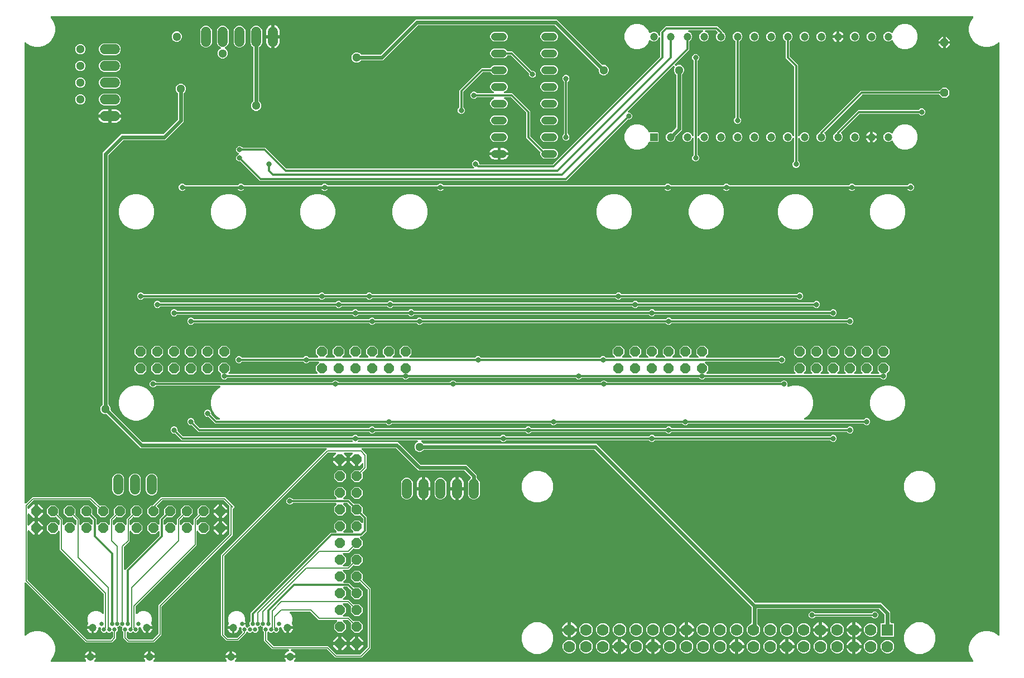
<source format=gbr>
G04 EAGLE Gerber X2 export*
%TF.Part,Single*%
%TF.FileFunction,Copper,L2,Bot,Mixed*%
%TF.FilePolarity,Positive*%
%TF.GenerationSoftware,Autodesk,EAGLE,9.0.1*%
%TF.CreationDate,2018-07-01T13:53:45Z*%
G75*
%MOMM*%
%FSLAX34Y34*%
%LPD*%
%AMOC8*
5,1,8,0,0,1.08239X$1,22.5*%
G01*
%ADD10C,1.219200*%
%ADD11P,1.649562X8X22.500000*%
%ADD12C,1.524000*%
%ADD13P,1.319650X8X292.500000*%
%ADD14R,1.200000X1.200000*%
%ADD15C,1.200000*%
%ADD16R,1.778000X1.778000*%
%ADD17C,1.778000*%
%ADD18P,1.649562X8X202.500000*%
%ADD19P,1.649562X8X112.500000*%
%ADD20C,0.650000*%
%ADD21C,1.300000*%
%ADD22C,0.609600*%
%ADD23C,0.304800*%
%ADD24C,0.806400*%
%ADD25C,0.406400*%
%ADD26C,0.203200*%
%ADD27C,0.254000*%

G36*
X102433Y10172D02*
X102433Y10172D01*
X102534Y10174D01*
X102606Y10192D01*
X102680Y10201D01*
X102774Y10235D01*
X102872Y10259D01*
X102938Y10293D01*
X103008Y10318D01*
X103092Y10373D01*
X103182Y10419D01*
X103238Y10467D01*
X103301Y10507D01*
X103370Y10579D01*
X103447Y10645D01*
X103491Y10704D01*
X103543Y10758D01*
X103594Y10844D01*
X103654Y10925D01*
X103683Y10993D01*
X103722Y11057D01*
X103752Y11153D01*
X103792Y11245D01*
X103805Y11318D01*
X103828Y11389D01*
X103836Y11489D01*
X103854Y11588D01*
X103850Y11662D01*
X103856Y11736D01*
X103841Y11836D01*
X103836Y11936D01*
X103815Y12007D01*
X103804Y12081D01*
X103767Y12174D01*
X103739Y12271D01*
X103703Y12336D01*
X103675Y12405D01*
X103618Y12487D01*
X103569Y12575D01*
X103504Y12651D01*
X103476Y12691D01*
X103450Y12715D01*
X103410Y12761D01*
X103406Y12766D01*
X102471Y14164D01*
X101827Y15719D01*
X101710Y16311D01*
X109664Y16311D01*
X109690Y16314D01*
X109716Y16312D01*
X109863Y16334D01*
X110010Y16351D01*
X110035Y16359D01*
X110051Y16362D01*
X110121Y16340D01*
X110147Y16337D01*
X110172Y16330D01*
X110416Y16311D01*
X118370Y16311D01*
X118253Y15719D01*
X117609Y14164D01*
X116674Y12766D01*
X116670Y12761D01*
X116607Y12683D01*
X116537Y12610D01*
X116499Y12546D01*
X116453Y12488D01*
X116410Y12397D01*
X116358Y12311D01*
X116336Y12240D01*
X116304Y12173D01*
X116283Y12075D01*
X116252Y11979D01*
X116246Y11905D01*
X116231Y11832D01*
X116232Y11732D01*
X116224Y11632D01*
X116235Y11558D01*
X116237Y11484D01*
X116261Y11387D01*
X116276Y11287D01*
X116303Y11218D01*
X116321Y11146D01*
X116368Y11057D01*
X116405Y10963D01*
X116447Y10902D01*
X116481Y10836D01*
X116546Y10759D01*
X116604Y10677D01*
X116659Y10627D01*
X116707Y10571D01*
X116788Y10511D01*
X116862Y10444D01*
X116927Y10408D01*
X116987Y10364D01*
X117079Y10324D01*
X117167Y10275D01*
X117239Y10255D01*
X117307Y10226D01*
X117406Y10208D01*
X117503Y10180D01*
X117603Y10172D01*
X117650Y10164D01*
X117686Y10166D01*
X117747Y10161D01*
X192133Y10161D01*
X192233Y10172D01*
X192334Y10174D01*
X192406Y10192D01*
X192480Y10201D01*
X192574Y10235D01*
X192672Y10259D01*
X192738Y10293D01*
X192808Y10318D01*
X192892Y10373D01*
X192982Y10419D01*
X193038Y10467D01*
X193101Y10507D01*
X193170Y10579D01*
X193247Y10645D01*
X193291Y10704D01*
X193343Y10758D01*
X193394Y10844D01*
X193454Y10925D01*
X193483Y10993D01*
X193522Y11057D01*
X193552Y11153D01*
X193592Y11245D01*
X193605Y11318D01*
X193628Y11389D01*
X193636Y11489D01*
X193654Y11588D01*
X193650Y11662D01*
X193656Y11736D01*
X193641Y11836D01*
X193636Y11936D01*
X193615Y12007D01*
X193604Y12081D01*
X193567Y12174D01*
X193539Y12271D01*
X193503Y12336D01*
X193475Y12405D01*
X193418Y12487D01*
X193369Y12575D01*
X193304Y12651D01*
X193276Y12691D01*
X193250Y12715D01*
X193210Y12761D01*
X193206Y12766D01*
X192271Y14164D01*
X191627Y15719D01*
X191510Y16311D01*
X199464Y16311D01*
X199490Y16314D01*
X199516Y16312D01*
X199663Y16334D01*
X199810Y16351D01*
X199835Y16359D01*
X199851Y16362D01*
X199921Y16340D01*
X199947Y16337D01*
X199972Y16330D01*
X200216Y16311D01*
X208170Y16311D01*
X208053Y15719D01*
X207409Y14164D01*
X206474Y12766D01*
X206470Y12761D01*
X206407Y12683D01*
X206337Y12610D01*
X206299Y12546D01*
X206253Y12488D01*
X206210Y12397D01*
X206158Y12311D01*
X206136Y12240D01*
X206104Y12173D01*
X206083Y12075D01*
X206052Y11979D01*
X206046Y11905D01*
X206031Y11832D01*
X206032Y11732D01*
X206024Y11632D01*
X206035Y11558D01*
X206037Y11484D01*
X206061Y11387D01*
X206076Y11287D01*
X206103Y11218D01*
X206121Y11146D01*
X206168Y11057D01*
X206205Y10963D01*
X206247Y10902D01*
X206281Y10836D01*
X206346Y10759D01*
X206404Y10677D01*
X206459Y10627D01*
X206507Y10571D01*
X206588Y10511D01*
X206662Y10444D01*
X206727Y10408D01*
X206787Y10364D01*
X206879Y10324D01*
X206967Y10275D01*
X207039Y10255D01*
X207107Y10226D01*
X207206Y10208D01*
X207303Y10180D01*
X207403Y10172D01*
X207450Y10164D01*
X207486Y10166D01*
X207547Y10161D01*
X315693Y10161D01*
X315793Y10172D01*
X315894Y10174D01*
X315966Y10192D01*
X316040Y10201D01*
X316134Y10235D01*
X316232Y10259D01*
X316298Y10293D01*
X316368Y10318D01*
X316452Y10373D01*
X316542Y10419D01*
X316598Y10467D01*
X316661Y10507D01*
X316730Y10579D01*
X316807Y10645D01*
X316851Y10704D01*
X316903Y10758D01*
X316954Y10844D01*
X317014Y10925D01*
X317043Y10993D01*
X317082Y11057D01*
X317112Y11153D01*
X317152Y11245D01*
X317165Y11318D01*
X317188Y11389D01*
X317196Y11489D01*
X317214Y11588D01*
X317210Y11662D01*
X317216Y11736D01*
X317201Y11836D01*
X317196Y11936D01*
X317175Y12007D01*
X317164Y12081D01*
X317127Y12174D01*
X317099Y12271D01*
X317063Y12336D01*
X317035Y12405D01*
X316978Y12487D01*
X316929Y12575D01*
X316864Y12651D01*
X316836Y12691D01*
X316810Y12715D01*
X316770Y12761D01*
X316766Y12766D01*
X315831Y14164D01*
X315187Y15719D01*
X315070Y16311D01*
X323024Y16311D01*
X323050Y16314D01*
X323076Y16312D01*
X323223Y16334D01*
X323370Y16351D01*
X323395Y16359D01*
X323411Y16362D01*
X323481Y16340D01*
X323507Y16337D01*
X323532Y16330D01*
X323776Y16311D01*
X331730Y16311D01*
X331613Y15719D01*
X330969Y14164D01*
X330034Y12766D01*
X330030Y12761D01*
X329967Y12683D01*
X329897Y12610D01*
X329859Y12546D01*
X329813Y12488D01*
X329770Y12397D01*
X329718Y12311D01*
X329696Y12240D01*
X329664Y12173D01*
X329643Y12075D01*
X329612Y11979D01*
X329606Y11905D01*
X329591Y11832D01*
X329592Y11732D01*
X329584Y11632D01*
X329595Y11558D01*
X329597Y11484D01*
X329621Y11387D01*
X329636Y11287D01*
X329663Y11218D01*
X329681Y11146D01*
X329728Y11057D01*
X329765Y10963D01*
X329807Y10902D01*
X329841Y10836D01*
X329906Y10759D01*
X329964Y10677D01*
X330019Y10627D01*
X330067Y10571D01*
X330148Y10511D01*
X330222Y10444D01*
X330287Y10408D01*
X330347Y10364D01*
X330439Y10324D01*
X330527Y10275D01*
X330599Y10255D01*
X330667Y10226D01*
X330766Y10208D01*
X330863Y10180D01*
X330963Y10172D01*
X331010Y10164D01*
X331046Y10166D01*
X331107Y10161D01*
X405493Y10161D01*
X405593Y10172D01*
X405694Y10174D01*
X405766Y10192D01*
X405840Y10201D01*
X405934Y10235D01*
X406032Y10259D01*
X406098Y10293D01*
X406168Y10318D01*
X406252Y10373D01*
X406342Y10419D01*
X406398Y10467D01*
X406461Y10507D01*
X406530Y10579D01*
X406607Y10645D01*
X406651Y10704D01*
X406703Y10758D01*
X406754Y10844D01*
X406814Y10925D01*
X406843Y10993D01*
X406882Y11057D01*
X406912Y11153D01*
X406952Y11245D01*
X406965Y11318D01*
X406988Y11389D01*
X406996Y11489D01*
X407014Y11588D01*
X407010Y11662D01*
X407016Y11736D01*
X407001Y11836D01*
X406996Y11936D01*
X406975Y12007D01*
X406964Y12081D01*
X406927Y12174D01*
X406899Y12271D01*
X406863Y12336D01*
X406835Y12405D01*
X406778Y12487D01*
X406729Y12575D01*
X406664Y12651D01*
X406636Y12691D01*
X406610Y12715D01*
X406570Y12761D01*
X406566Y12766D01*
X405631Y14164D01*
X404987Y15719D01*
X404870Y16311D01*
X412824Y16311D01*
X412850Y16314D01*
X412876Y16312D01*
X413023Y16334D01*
X413170Y16351D01*
X413195Y16359D01*
X413211Y16362D01*
X413281Y16340D01*
X413307Y16337D01*
X413332Y16330D01*
X413576Y16311D01*
X421530Y16311D01*
X421413Y15719D01*
X420769Y14164D01*
X419834Y12766D01*
X419830Y12761D01*
X419767Y12683D01*
X419697Y12610D01*
X419659Y12546D01*
X419613Y12488D01*
X419570Y12397D01*
X419518Y12311D01*
X419496Y12240D01*
X419464Y12173D01*
X419443Y12075D01*
X419412Y11979D01*
X419406Y11905D01*
X419391Y11832D01*
X419392Y11732D01*
X419384Y11632D01*
X419395Y11558D01*
X419397Y11484D01*
X419421Y11387D01*
X419436Y11287D01*
X419463Y11218D01*
X419481Y11146D01*
X419528Y11057D01*
X419565Y10963D01*
X419607Y10902D01*
X419641Y10836D01*
X419706Y10759D01*
X419764Y10677D01*
X419819Y10627D01*
X419867Y10571D01*
X419948Y10511D01*
X420022Y10444D01*
X420087Y10408D01*
X420147Y10364D01*
X420239Y10324D01*
X420327Y10275D01*
X420399Y10255D01*
X420467Y10226D01*
X420566Y10208D01*
X420663Y10180D01*
X420763Y10172D01*
X420810Y10164D01*
X420846Y10166D01*
X420907Y10161D01*
X1448458Y10161D01*
X1448558Y10172D01*
X1448658Y10174D01*
X1448730Y10192D01*
X1448804Y10201D01*
X1448899Y10235D01*
X1448996Y10259D01*
X1449062Y10293D01*
X1449132Y10318D01*
X1449217Y10373D01*
X1449306Y10419D01*
X1449362Y10467D01*
X1449425Y10507D01*
X1449495Y10579D01*
X1449571Y10644D01*
X1449615Y10704D01*
X1449667Y10758D01*
X1449719Y10844D01*
X1449778Y10925D01*
X1449808Y10993D01*
X1449846Y11057D01*
X1449877Y11153D01*
X1449916Y11245D01*
X1449930Y11318D01*
X1449952Y11389D01*
X1449960Y11489D01*
X1449978Y11588D01*
X1449974Y11662D01*
X1449980Y11736D01*
X1449965Y11836D01*
X1449960Y11936D01*
X1449940Y12007D01*
X1449929Y12081D01*
X1449891Y12174D01*
X1449864Y12271D01*
X1449827Y12336D01*
X1449800Y12405D01*
X1449742Y12487D01*
X1449693Y12575D01*
X1449628Y12651D01*
X1449601Y12691D01*
X1449574Y12715D01*
X1449535Y12761D01*
X1448666Y13630D01*
X1445156Y19709D01*
X1443339Y26490D01*
X1443339Y33510D01*
X1445156Y40291D01*
X1448666Y46370D01*
X1453630Y51334D01*
X1459709Y54844D01*
X1466490Y56661D01*
X1473510Y56661D01*
X1480291Y54844D01*
X1486370Y51334D01*
X1487239Y50465D01*
X1487318Y50403D01*
X1487390Y50333D01*
X1487454Y50295D01*
X1487512Y50248D01*
X1487603Y50205D01*
X1487689Y50154D01*
X1487760Y50131D01*
X1487827Y50100D01*
X1487925Y50078D01*
X1488021Y50048D01*
X1488095Y50042D01*
X1488168Y50026D01*
X1488268Y50028D01*
X1488368Y50020D01*
X1488442Y50031D01*
X1488516Y50032D01*
X1488613Y50057D01*
X1488713Y50071D01*
X1488782Y50099D01*
X1488854Y50117D01*
X1488943Y50163D01*
X1489037Y50200D01*
X1489098Y50243D01*
X1489164Y50277D01*
X1489240Y50342D01*
X1489323Y50399D01*
X1489373Y50454D01*
X1489429Y50503D01*
X1489489Y50583D01*
X1489556Y50658D01*
X1489592Y50723D01*
X1489637Y50783D01*
X1489676Y50875D01*
X1489725Y50963D01*
X1489745Y51035D01*
X1489775Y51103D01*
X1489792Y51202D01*
X1489820Y51298D01*
X1489828Y51398D01*
X1489836Y51446D01*
X1489834Y51482D01*
X1489839Y51542D01*
X1489839Y948458D01*
X1489828Y948558D01*
X1489826Y948658D01*
X1489808Y948730D01*
X1489799Y948804D01*
X1489765Y948899D01*
X1489741Y948996D01*
X1489707Y949062D01*
X1489682Y949132D01*
X1489627Y949217D01*
X1489581Y949306D01*
X1489533Y949362D01*
X1489493Y949425D01*
X1489421Y949495D01*
X1489356Y949571D01*
X1489296Y949615D01*
X1489242Y949667D01*
X1489156Y949719D01*
X1489075Y949778D01*
X1489007Y949808D01*
X1488943Y949846D01*
X1488847Y949877D01*
X1488755Y949916D01*
X1488682Y949930D01*
X1488611Y949952D01*
X1488511Y949960D01*
X1488412Y949978D01*
X1488338Y949974D01*
X1488264Y949980D01*
X1488164Y949965D01*
X1488064Y949960D01*
X1487993Y949940D01*
X1487919Y949929D01*
X1487826Y949891D01*
X1487729Y949864D01*
X1487664Y949827D01*
X1487595Y949800D01*
X1487513Y949742D01*
X1487425Y949693D01*
X1487349Y949628D01*
X1487309Y949601D01*
X1487285Y949574D01*
X1487239Y949535D01*
X1486370Y948666D01*
X1480291Y945156D01*
X1473510Y943339D01*
X1466490Y943339D01*
X1459709Y945156D01*
X1453630Y948666D01*
X1448666Y953630D01*
X1445156Y959709D01*
X1443339Y966490D01*
X1443339Y973510D01*
X1445156Y980291D01*
X1448666Y986370D01*
X1449535Y987239D01*
X1449597Y987318D01*
X1449667Y987390D01*
X1449705Y987454D01*
X1449752Y987512D01*
X1449795Y987603D01*
X1449846Y987689D01*
X1449869Y987760D01*
X1449900Y987827D01*
X1449922Y987925D01*
X1449952Y988021D01*
X1449958Y988095D01*
X1449974Y988168D01*
X1449972Y988268D01*
X1449980Y988368D01*
X1449969Y988442D01*
X1449968Y988516D01*
X1449943Y988613D01*
X1449929Y988713D01*
X1449901Y988782D01*
X1449883Y988854D01*
X1449837Y988943D01*
X1449800Y989037D01*
X1449757Y989098D01*
X1449723Y989164D01*
X1449658Y989240D01*
X1449601Y989323D01*
X1449546Y989373D01*
X1449497Y989429D01*
X1449417Y989489D01*
X1449342Y989556D01*
X1449277Y989592D01*
X1449217Y989637D01*
X1449125Y989676D01*
X1449037Y989725D01*
X1448965Y989745D01*
X1448897Y989775D01*
X1448798Y989792D01*
X1448702Y989820D01*
X1448602Y989828D01*
X1448554Y989836D01*
X1448518Y989834D01*
X1448458Y989839D01*
X51542Y989839D01*
X51442Y989828D01*
X51342Y989826D01*
X51270Y989808D01*
X51196Y989799D01*
X51101Y989765D01*
X51004Y989741D01*
X50938Y989707D01*
X50868Y989682D01*
X50783Y989627D01*
X50694Y989581D01*
X50638Y989533D01*
X50575Y989493D01*
X50505Y989421D01*
X50429Y989356D01*
X50385Y989296D01*
X50333Y989242D01*
X50281Y989156D01*
X50222Y989075D01*
X50192Y989007D01*
X50154Y988943D01*
X50123Y988847D01*
X50084Y988755D01*
X50070Y988682D01*
X50048Y988611D01*
X50040Y988511D01*
X50022Y988412D01*
X50026Y988338D01*
X50020Y988264D01*
X50035Y988164D01*
X50040Y988064D01*
X50060Y987993D01*
X50071Y987919D01*
X50109Y987826D01*
X50136Y987729D01*
X50173Y987664D01*
X50200Y987595D01*
X50258Y987513D01*
X50307Y987425D01*
X50372Y987349D01*
X50399Y987309D01*
X50426Y987285D01*
X50465Y987239D01*
X51334Y986370D01*
X54844Y980291D01*
X56661Y973510D01*
X56661Y966490D01*
X54844Y959709D01*
X51334Y953630D01*
X46370Y948666D01*
X40291Y945156D01*
X33510Y943339D01*
X26490Y943339D01*
X19709Y945156D01*
X13630Y948666D01*
X12761Y949535D01*
X12682Y949597D01*
X12610Y949667D01*
X12546Y949705D01*
X12488Y949752D01*
X12397Y949795D01*
X12311Y949846D01*
X12240Y949869D01*
X12173Y949900D01*
X12075Y949922D01*
X11979Y949952D01*
X11905Y949958D01*
X11832Y949974D01*
X11732Y949972D01*
X11632Y949980D01*
X11558Y949969D01*
X11484Y949968D01*
X11387Y949943D01*
X11287Y949929D01*
X11218Y949901D01*
X11146Y949883D01*
X11057Y949837D01*
X10963Y949800D01*
X10902Y949757D01*
X10836Y949723D01*
X10760Y949658D01*
X10677Y949601D01*
X10627Y949546D01*
X10571Y949497D01*
X10511Y949417D01*
X10444Y949342D01*
X10408Y949277D01*
X10363Y949217D01*
X10324Y949125D01*
X10275Y949037D01*
X10255Y948965D01*
X10225Y948897D01*
X10208Y948798D01*
X10180Y948702D01*
X10172Y948602D01*
X10164Y948554D01*
X10166Y948518D01*
X10161Y948458D01*
X10161Y252022D01*
X10172Y251922D01*
X10174Y251822D01*
X10192Y251750D01*
X10201Y251676D01*
X10234Y251581D01*
X10259Y251484D01*
X10293Y251418D01*
X10318Y251348D01*
X10373Y251263D01*
X10419Y251174D01*
X10467Y251117D01*
X10507Y251055D01*
X10579Y250985D01*
X10644Y250909D01*
X10704Y250865D01*
X10758Y250813D01*
X10844Y250761D01*
X10925Y250702D01*
X10993Y250672D01*
X11057Y250634D01*
X11153Y250603D01*
X11245Y250564D01*
X11318Y250550D01*
X11389Y250528D01*
X11489Y250520D01*
X11588Y250502D01*
X11662Y250506D01*
X11736Y250500D01*
X11836Y250515D01*
X11936Y250520D01*
X12007Y250540D01*
X12081Y250551D01*
X12174Y250589D01*
X12271Y250616D01*
X12336Y250653D01*
X12405Y250680D01*
X12487Y250737D01*
X12575Y250787D01*
X12651Y250852D01*
X12691Y250879D01*
X12715Y250906D01*
X12761Y250945D01*
X21913Y260097D01*
X111437Y260097D01*
X113223Y258311D01*
X123793Y247741D01*
X123814Y247724D01*
X123831Y247704D01*
X123950Y247616D01*
X124066Y247524D01*
X124090Y247513D01*
X124111Y247497D01*
X124247Y247439D01*
X124381Y247375D01*
X124407Y247370D01*
X124431Y247359D01*
X124577Y247333D01*
X124722Y247302D01*
X124748Y247302D01*
X124774Y247298D01*
X124923Y247305D01*
X125070Y247308D01*
X125096Y247314D01*
X125122Y247316D01*
X125264Y247357D01*
X125408Y247393D01*
X125432Y247405D01*
X125457Y247412D01*
X125586Y247484D01*
X125718Y247552D01*
X125738Y247569D01*
X125761Y247582D01*
X125842Y247651D01*
X133223Y247651D01*
X138431Y242443D01*
X138431Y235077D01*
X133223Y229869D01*
X125857Y229869D01*
X120649Y235077D01*
X120649Y242463D01*
X120684Y242509D01*
X120776Y242626D01*
X120787Y242649D01*
X120803Y242670D01*
X120861Y242807D01*
X120925Y242941D01*
X120930Y242966D01*
X120941Y242990D01*
X120967Y243137D01*
X120998Y243281D01*
X120998Y243308D01*
X121002Y243333D01*
X120995Y243482D01*
X120992Y243630D01*
X120986Y243655D01*
X120984Y243682D01*
X120943Y243824D01*
X120907Y243968D01*
X120895Y243991D01*
X120888Y244016D01*
X120816Y244146D01*
X120748Y244278D01*
X120731Y244298D01*
X120718Y244321D01*
X120559Y244507D01*
X109989Y255077D01*
X109890Y255156D01*
X109796Y255240D01*
X109754Y255264D01*
X109716Y255294D01*
X109602Y255348D01*
X109491Y255409D01*
X109444Y255422D01*
X109401Y255443D01*
X109277Y255469D01*
X109156Y255504D01*
X109095Y255509D01*
X109060Y255516D01*
X109012Y255515D01*
X108912Y255523D01*
X24438Y255523D01*
X24313Y255509D01*
X24186Y255502D01*
X24140Y255489D01*
X24092Y255483D01*
X23973Y255441D01*
X23852Y255406D01*
X23809Y255382D01*
X23764Y255366D01*
X23658Y255297D01*
X23547Y255236D01*
X23501Y255196D01*
X23471Y255177D01*
X23438Y255142D01*
X23361Y255077D01*
X15433Y247149D01*
X15354Y247050D01*
X15270Y246956D01*
X15246Y246914D01*
X15216Y246876D01*
X15162Y246762D01*
X15101Y246651D01*
X15088Y246604D01*
X15067Y246561D01*
X15041Y246437D01*
X15006Y246316D01*
X15001Y246255D01*
X14994Y246220D01*
X14995Y246172D01*
X14987Y246072D01*
X14987Y243854D01*
X14998Y243754D01*
X15000Y243653D01*
X15018Y243581D01*
X15027Y243507D01*
X15060Y243413D01*
X15085Y243315D01*
X15119Y243249D01*
X15144Y243179D01*
X15199Y243095D01*
X15245Y243006D01*
X15293Y242949D01*
X15333Y242886D01*
X15405Y242817D01*
X15470Y242740D01*
X15530Y242696D01*
X15584Y242644D01*
X15670Y242593D01*
X15751Y242533D01*
X15819Y242504D01*
X15883Y242465D01*
X15979Y242435D01*
X16071Y242395D01*
X16144Y242382D01*
X16215Y242359D01*
X16315Y242351D01*
X16414Y242333D01*
X16488Y242337D01*
X16562Y242331D01*
X16662Y242346D01*
X16762Y242351D01*
X16833Y242372D01*
X16907Y242383D01*
X17000Y242420D01*
X17097Y242448D01*
X17162Y242484D01*
X17231Y242512D01*
X17313Y242569D01*
X17401Y242618D01*
X17477Y242683D01*
X17517Y242711D01*
X17541Y242737D01*
X17587Y242777D01*
X23731Y248921D01*
X25401Y248921D01*
X25401Y239776D01*
X25404Y239750D01*
X25402Y239724D01*
X25424Y239577D01*
X25441Y239430D01*
X25449Y239405D01*
X25453Y239379D01*
X25508Y239242D01*
X25558Y239102D01*
X25572Y239080D01*
X25582Y239055D01*
X25667Y238934D01*
X25747Y238809D01*
X25766Y238791D01*
X25781Y238769D01*
X25797Y238755D01*
X25715Y238670D01*
X25701Y238647D01*
X25684Y238628D01*
X25612Y238498D01*
X25536Y238371D01*
X25528Y238346D01*
X25515Y238323D01*
X25475Y238180D01*
X25430Y238039D01*
X25427Y238013D01*
X25420Y237988D01*
X25401Y237744D01*
X25401Y228599D01*
X23731Y228599D01*
X17587Y234743D01*
X17509Y234806D01*
X17436Y234876D01*
X17372Y234914D01*
X17314Y234960D01*
X17223Y235003D01*
X17137Y235055D01*
X17066Y235077D01*
X16999Y235109D01*
X16901Y235130D01*
X16805Y235161D01*
X16731Y235167D01*
X16658Y235182D01*
X16558Y235181D01*
X16458Y235189D01*
X16384Y235178D01*
X16310Y235176D01*
X16213Y235152D01*
X16113Y235137D01*
X16044Y235110D01*
X15972Y235091D01*
X15882Y235045D01*
X15789Y235008D01*
X15728Y234966D01*
X15662Y234932D01*
X15585Y234867D01*
X15503Y234809D01*
X15453Y234754D01*
X15397Y234706D01*
X15337Y234625D01*
X15270Y234551D01*
X15234Y234486D01*
X15189Y234426D01*
X15150Y234333D01*
X15101Y234246D01*
X15081Y234174D01*
X15051Y234106D01*
X15034Y234007D01*
X15006Y233910D01*
X14998Y233810D01*
X14990Y233763D01*
X14992Y233727D01*
X14987Y233666D01*
X14987Y218454D01*
X14998Y218354D01*
X15000Y218253D01*
X15018Y218181D01*
X15027Y218107D01*
X15060Y218013D01*
X15085Y217915D01*
X15119Y217849D01*
X15144Y217779D01*
X15199Y217695D01*
X15245Y217606D01*
X15293Y217549D01*
X15333Y217486D01*
X15405Y217417D01*
X15470Y217340D01*
X15530Y217296D01*
X15584Y217244D01*
X15670Y217193D01*
X15751Y217133D01*
X15819Y217104D01*
X15883Y217065D01*
X15979Y217035D01*
X16071Y216995D01*
X16144Y216982D01*
X16215Y216959D01*
X16315Y216951D01*
X16414Y216933D01*
X16488Y216937D01*
X16562Y216931D01*
X16662Y216946D01*
X16762Y216951D01*
X16833Y216972D01*
X16907Y216983D01*
X17000Y217020D01*
X17097Y217048D01*
X17162Y217084D01*
X17231Y217112D01*
X17313Y217169D01*
X17401Y217218D01*
X17477Y217283D01*
X17517Y217311D01*
X17541Y217337D01*
X17587Y217377D01*
X23731Y223521D01*
X25401Y223521D01*
X25401Y214376D01*
X25404Y214350D01*
X25402Y214324D01*
X25424Y214177D01*
X25441Y214030D01*
X25449Y214005D01*
X25453Y213979D01*
X25508Y213842D01*
X25558Y213702D01*
X25572Y213680D01*
X25582Y213655D01*
X25667Y213534D01*
X25747Y213409D01*
X25766Y213391D01*
X25781Y213369D01*
X25797Y213355D01*
X25715Y213270D01*
X25701Y213247D01*
X25684Y213228D01*
X25612Y213098D01*
X25536Y212971D01*
X25528Y212946D01*
X25515Y212923D01*
X25475Y212780D01*
X25430Y212639D01*
X25427Y212613D01*
X25420Y212588D01*
X25401Y212344D01*
X25401Y203199D01*
X23731Y203199D01*
X17587Y209343D01*
X17509Y209406D01*
X17436Y209476D01*
X17372Y209514D01*
X17314Y209560D01*
X17223Y209603D01*
X17137Y209655D01*
X17066Y209677D01*
X16999Y209709D01*
X16901Y209730D01*
X16805Y209761D01*
X16731Y209767D01*
X16658Y209782D01*
X16558Y209781D01*
X16458Y209789D01*
X16384Y209778D01*
X16310Y209776D01*
X16213Y209752D01*
X16113Y209737D01*
X16044Y209710D01*
X15972Y209691D01*
X15882Y209645D01*
X15789Y209608D01*
X15728Y209566D01*
X15662Y209532D01*
X15585Y209467D01*
X15503Y209409D01*
X15453Y209354D01*
X15397Y209306D01*
X15337Y209225D01*
X15270Y209151D01*
X15234Y209086D01*
X15189Y209026D01*
X15150Y208933D01*
X15101Y208846D01*
X15081Y208774D01*
X15051Y208706D01*
X15034Y208607D01*
X15006Y208510D01*
X14998Y208410D01*
X14990Y208363D01*
X14992Y208327D01*
X14987Y208266D01*
X14987Y134928D01*
X15001Y134803D01*
X15008Y134676D01*
X15021Y134630D01*
X15027Y134582D01*
X15069Y134463D01*
X15104Y134342D01*
X15128Y134299D01*
X15144Y134254D01*
X15213Y134148D01*
X15274Y134037D01*
X15314Y133991D01*
X15333Y133961D01*
X15368Y133928D01*
X15433Y133851D01*
X104641Y44643D01*
X104740Y44564D01*
X104834Y44480D01*
X104876Y44456D01*
X104914Y44426D01*
X105028Y44372D01*
X105139Y44311D01*
X105186Y44298D01*
X105229Y44277D01*
X105353Y44251D01*
X105474Y44216D01*
X105535Y44211D01*
X105570Y44204D01*
X105618Y44205D01*
X105718Y44197D01*
X140662Y44197D01*
X140787Y44211D01*
X140914Y44218D01*
X140960Y44231D01*
X141008Y44237D01*
X141127Y44279D01*
X141248Y44314D01*
X141291Y44338D01*
X141336Y44354D01*
X141442Y44423D01*
X141553Y44484D01*
X141599Y44524D01*
X141629Y44543D01*
X141662Y44578D01*
X141739Y44643D01*
X144207Y47111D01*
X144286Y47210D01*
X144370Y47304D01*
X144394Y47346D01*
X144424Y47384D01*
X144478Y47498D01*
X144539Y47609D01*
X144552Y47656D01*
X144573Y47699D01*
X144599Y47823D01*
X144634Y47944D01*
X144639Y48005D01*
X144646Y48040D01*
X144645Y48088D01*
X144653Y48188D01*
X144653Y54372D01*
X144652Y54383D01*
X144652Y54387D01*
X144649Y54410D01*
X144639Y54498D01*
X144632Y54624D01*
X144619Y54671D01*
X144613Y54719D01*
X144571Y54838D01*
X144536Y54959D01*
X144512Y55001D01*
X144496Y55047D01*
X144427Y55153D01*
X144366Y55263D01*
X144326Y55310D01*
X144307Y55340D01*
X144272Y55373D01*
X144207Y55449D01*
X144017Y55640D01*
X143997Y55656D01*
X143980Y55676D01*
X143860Y55764D01*
X143744Y55856D01*
X143720Y55867D01*
X143699Y55883D01*
X143563Y55942D01*
X143429Y56005D01*
X143403Y56011D01*
X143379Y56021D01*
X143233Y56047D01*
X143088Y56079D01*
X143062Y56078D01*
X143036Y56083D01*
X142888Y56075D01*
X142740Y56073D01*
X142714Y56066D01*
X142688Y56065D01*
X142546Y56024D01*
X142402Y55988D01*
X142379Y55976D01*
X142353Y55968D01*
X142224Y55896D01*
X142092Y55828D01*
X142072Y55811D01*
X142049Y55798D01*
X141863Y55640D01*
X140813Y54589D01*
X137067Y54589D01*
X136017Y55640D01*
X135997Y55656D01*
X135980Y55676D01*
X135860Y55764D01*
X135744Y55856D01*
X135720Y55867D01*
X135699Y55883D01*
X135563Y55942D01*
X135429Y56005D01*
X135403Y56011D01*
X135379Y56021D01*
X135233Y56047D01*
X135088Y56079D01*
X135062Y56078D01*
X135036Y56083D01*
X134888Y56075D01*
X134740Y56073D01*
X134714Y56066D01*
X134688Y56065D01*
X134546Y56024D01*
X134402Y55988D01*
X134379Y55976D01*
X134353Y55968D01*
X134224Y55896D01*
X134092Y55828D01*
X134072Y55811D01*
X134049Y55798D01*
X133863Y55640D01*
X132813Y54589D01*
X129067Y54589D01*
X126419Y57237D01*
X126419Y61059D01*
X126413Y61110D01*
X126416Y61162D01*
X126393Y61283D01*
X126379Y61406D01*
X126362Y61454D01*
X126353Y61505D01*
X126304Y61617D01*
X126262Y61734D01*
X126234Y61777D01*
X126213Y61824D01*
X126140Y61923D01*
X126073Y62026D01*
X126036Y62062D01*
X126005Y62103D01*
X125911Y62183D01*
X125822Y62269D01*
X125778Y62295D01*
X125739Y62328D01*
X125629Y62384D01*
X125523Y62447D01*
X125474Y62463D01*
X125428Y62487D01*
X125289Y62526D01*
X124980Y62654D01*
X124858Y62689D01*
X124739Y62731D01*
X124691Y62737D01*
X124644Y62750D01*
X124518Y62756D01*
X124392Y62770D01*
X124344Y62765D01*
X124296Y62767D01*
X124172Y62744D01*
X124046Y62729D01*
X123989Y62711D01*
X123953Y62704D01*
X123909Y62685D01*
X123814Y62654D01*
X123087Y62353D01*
X122998Y62304D01*
X122905Y62263D01*
X122846Y62219D01*
X122782Y62184D01*
X122707Y62116D01*
X122626Y62055D01*
X122578Y61999D01*
X122524Y61950D01*
X122466Y61866D01*
X122401Y61789D01*
X122367Y61723D01*
X122326Y61663D01*
X122288Y61569D01*
X122242Y61478D01*
X122216Y61384D01*
X122198Y61339D01*
X122193Y61303D01*
X122176Y61243D01*
X122072Y60724D01*
X122072Y60723D01*
X121853Y59619D01*
X121209Y58064D01*
X120274Y56666D01*
X119084Y55476D01*
X117686Y54541D01*
X116131Y53897D01*
X115539Y53780D01*
X115539Y61026D01*
X115531Y61102D01*
X115532Y61179D01*
X115511Y61275D01*
X115499Y61373D01*
X115474Y61444D01*
X115457Y61519D01*
X115415Y61608D01*
X115382Y61701D01*
X115340Y61765D01*
X115308Y61834D01*
X115246Y61911D01*
X115193Y61993D01*
X115138Y62047D01*
X115090Y62106D01*
X115013Y62167D01*
X114942Y62236D01*
X114877Y62275D01*
X114817Y62322D01*
X114684Y62390D01*
X114643Y62415D01*
X114625Y62420D01*
X114599Y62434D01*
X113847Y62745D01*
X113702Y62786D01*
X113559Y62832D01*
X113535Y62834D01*
X113512Y62841D01*
X113361Y62848D01*
X113336Y62850D01*
X113284Y62891D01*
X113192Y62974D01*
X113148Y62999D01*
X113108Y63030D01*
X112891Y63141D01*
X111584Y63682D01*
X111535Y63726D01*
X111493Y63750D01*
X111455Y63780D01*
X111341Y63834D01*
X111230Y63895D01*
X111184Y63908D01*
X111140Y63929D01*
X111017Y63955D01*
X110895Y63990D01*
X110834Y63995D01*
X110800Y64002D01*
X110752Y64001D01*
X110651Y64009D01*
X105310Y64009D01*
X105427Y64601D01*
X106071Y66156D01*
X107089Y67679D01*
X107096Y67693D01*
X107125Y67729D01*
X107159Y67799D01*
X107201Y67865D01*
X107233Y67957D01*
X107275Y68044D01*
X107291Y68120D01*
X107317Y68193D01*
X107328Y68290D01*
X107349Y68385D01*
X107347Y68462D01*
X107356Y68540D01*
X107345Y68636D01*
X107343Y68733D01*
X107324Y68809D01*
X107315Y68886D01*
X107270Y69025D01*
X107259Y69071D01*
X107250Y69089D01*
X107240Y69118D01*
X106029Y72042D01*
X106029Y77178D01*
X107995Y81923D01*
X111627Y85555D01*
X116372Y87521D01*
X121508Y87521D01*
X126253Y85555D01*
X128463Y83346D01*
X128541Y83283D01*
X128614Y83213D01*
X128678Y83175D01*
X128736Y83129D01*
X128827Y83086D01*
X128913Y83035D01*
X128984Y83012D01*
X129051Y82980D01*
X129149Y82959D01*
X129245Y82928D01*
X129319Y82922D01*
X129392Y82907D01*
X129492Y82908D01*
X129592Y82900D01*
X129666Y82911D01*
X129740Y82913D01*
X129837Y82937D01*
X129937Y82952D01*
X130006Y82980D01*
X130078Y82998D01*
X130167Y83044D01*
X130261Y83081D01*
X130322Y83123D01*
X130388Y83157D01*
X130464Y83222D01*
X130547Y83280D01*
X130597Y83335D01*
X130653Y83383D01*
X130713Y83464D01*
X130780Y83538D01*
X130816Y83604D01*
X130861Y83663D01*
X130900Y83756D01*
X130949Y83844D01*
X130969Y83915D01*
X130999Y83983D01*
X131016Y84082D01*
X131044Y84179D01*
X131052Y84279D01*
X131060Y84326D01*
X131058Y84362D01*
X131063Y84423D01*
X131063Y112722D01*
X131049Y112847D01*
X131042Y112974D01*
X131029Y113020D01*
X131023Y113068D01*
X130981Y113187D01*
X130946Y113308D01*
X130922Y113351D01*
X130906Y113396D01*
X130837Y113502D01*
X130776Y113613D01*
X130736Y113659D01*
X130717Y113689D01*
X130682Y113722D01*
X130617Y113799D01*
X63753Y180663D01*
X63753Y207522D01*
X63742Y207622D01*
X63740Y207723D01*
X63722Y207795D01*
X63713Y207869D01*
X63680Y207963D01*
X63655Y208061D01*
X63621Y208127D01*
X63596Y208197D01*
X63541Y208281D01*
X63495Y208370D01*
X63447Y208427D01*
X63407Y208490D01*
X63335Y208559D01*
X63270Y208636D01*
X63210Y208680D01*
X63156Y208732D01*
X63070Y208783D01*
X62989Y208843D01*
X62921Y208872D01*
X62857Y208911D01*
X62761Y208941D01*
X62669Y208981D01*
X62596Y208994D01*
X62525Y209017D01*
X62425Y209025D01*
X62326Y209043D01*
X62252Y209039D01*
X62178Y209045D01*
X62078Y209030D01*
X61978Y209025D01*
X61907Y209004D01*
X61833Y208993D01*
X61740Y208956D01*
X61643Y208928D01*
X61578Y208892D01*
X61509Y208864D01*
X61427Y208807D01*
X61339Y208758D01*
X61263Y208693D01*
X61223Y208665D01*
X61199Y208639D01*
X61153Y208600D01*
X57023Y204469D01*
X49657Y204469D01*
X44449Y209677D01*
X44449Y217043D01*
X49657Y222251D01*
X57023Y222251D01*
X61153Y218120D01*
X61231Y218058D01*
X61304Y217988D01*
X61368Y217950D01*
X61426Y217904D01*
X61517Y217861D01*
X61603Y217809D01*
X61674Y217787D01*
X61741Y217755D01*
X61839Y217734D01*
X61935Y217703D01*
X62009Y217697D01*
X62082Y217682D01*
X62182Y217683D01*
X62282Y217675D01*
X62356Y217686D01*
X62430Y217688D01*
X62527Y217712D01*
X62627Y217727D01*
X62696Y217754D01*
X62768Y217773D01*
X62858Y217819D01*
X62951Y217856D01*
X63012Y217898D01*
X63078Y217932D01*
X63155Y217997D01*
X63237Y218055D01*
X63287Y218110D01*
X63343Y218158D01*
X63403Y218239D01*
X63470Y218313D01*
X63506Y218378D01*
X63551Y218438D01*
X63590Y218530D01*
X63639Y218618D01*
X63659Y218690D01*
X63689Y218758D01*
X63706Y218857D01*
X63734Y218954D01*
X63742Y219054D01*
X63750Y219101D01*
X63748Y219137D01*
X63753Y219198D01*
X63753Y224482D01*
X63739Y224607D01*
X63732Y224734D01*
X63719Y224780D01*
X63713Y224828D01*
X63671Y224947D01*
X63636Y225068D01*
X63612Y225111D01*
X63596Y225156D01*
X63527Y225263D01*
X63466Y225373D01*
X63426Y225419D01*
X63407Y225449D01*
X63372Y225483D01*
X63307Y225559D01*
X59087Y229779D01*
X59066Y229796D01*
X59049Y229816D01*
X58930Y229904D01*
X58814Y229996D01*
X58790Y230007D01*
X58769Y230023D01*
X58633Y230081D01*
X58499Y230145D01*
X58473Y230150D01*
X58449Y230161D01*
X58303Y230187D01*
X58158Y230218D01*
X58132Y230218D01*
X58106Y230222D01*
X57957Y230215D01*
X57810Y230212D01*
X57784Y230206D01*
X57758Y230204D01*
X57616Y230163D01*
X57472Y230127D01*
X57448Y230115D01*
X57423Y230108D01*
X57294Y230036D01*
X57162Y229968D01*
X57142Y229951D01*
X57119Y229938D01*
X57038Y229869D01*
X49657Y229869D01*
X44449Y235077D01*
X44449Y242443D01*
X49657Y247651D01*
X57023Y247651D01*
X62231Y242443D01*
X62231Y235057D01*
X62196Y235010D01*
X62104Y234894D01*
X62093Y234871D01*
X62077Y234850D01*
X62019Y234713D01*
X61955Y234579D01*
X61950Y234554D01*
X61939Y234530D01*
X61913Y234383D01*
X61882Y234239D01*
X61882Y234212D01*
X61878Y234187D01*
X61885Y234038D01*
X61888Y233890D01*
X61894Y233865D01*
X61896Y233838D01*
X61937Y233696D01*
X61937Y233694D01*
X61939Y233682D01*
X61942Y233673D01*
X61973Y233552D01*
X61985Y233529D01*
X61992Y233504D01*
X62053Y233395D01*
X62068Y233358D01*
X62088Y233329D01*
X62132Y233242D01*
X62149Y233222D01*
X62162Y233199D01*
X62247Y233100D01*
X62267Y233072D01*
X62285Y233055D01*
X62321Y233013D01*
X66541Y228793D01*
X68327Y227007D01*
X68327Y219198D01*
X68338Y219098D01*
X68340Y218997D01*
X68358Y218925D01*
X68367Y218851D01*
X68400Y218757D01*
X68425Y218659D01*
X68459Y218593D01*
X68484Y218523D01*
X68539Y218439D01*
X68585Y218350D01*
X68633Y218293D01*
X68673Y218230D01*
X68745Y218161D01*
X68810Y218084D01*
X68870Y218040D01*
X68924Y217988D01*
X69010Y217937D01*
X69091Y217877D01*
X69159Y217848D01*
X69223Y217809D01*
X69319Y217779D01*
X69411Y217739D01*
X69484Y217726D01*
X69555Y217703D01*
X69655Y217695D01*
X69754Y217677D01*
X69828Y217681D01*
X69902Y217675D01*
X70002Y217690D01*
X70102Y217695D01*
X70173Y217716D01*
X70247Y217727D01*
X70340Y217764D01*
X70437Y217792D01*
X70502Y217828D01*
X70571Y217856D01*
X70653Y217913D01*
X70741Y217962D01*
X70817Y218027D01*
X70857Y218055D01*
X70881Y218081D01*
X70927Y218120D01*
X75057Y222251D01*
X82423Y222251D01*
X86553Y218120D01*
X86631Y218058D01*
X86704Y217988D01*
X86768Y217950D01*
X86826Y217904D01*
X86917Y217861D01*
X87003Y217809D01*
X87074Y217787D01*
X87141Y217755D01*
X87239Y217734D01*
X87335Y217703D01*
X87409Y217697D01*
X87482Y217682D01*
X87582Y217683D01*
X87682Y217675D01*
X87756Y217686D01*
X87830Y217688D01*
X87927Y217712D01*
X88027Y217727D01*
X88096Y217754D01*
X88168Y217773D01*
X88258Y217819D01*
X88351Y217856D01*
X88412Y217898D01*
X88478Y217932D01*
X88555Y217997D01*
X88637Y218055D01*
X88687Y218110D01*
X88743Y218158D01*
X88803Y218239D01*
X88870Y218313D01*
X88906Y218378D01*
X88951Y218438D01*
X88990Y218530D01*
X89039Y218618D01*
X89059Y218690D01*
X89089Y218758D01*
X89106Y218857D01*
X89134Y218954D01*
X89142Y219054D01*
X89150Y219101D01*
X89148Y219137D01*
X89153Y219198D01*
X89153Y224482D01*
X89139Y224607D01*
X89132Y224734D01*
X89119Y224780D01*
X89113Y224828D01*
X89071Y224947D01*
X89036Y225068D01*
X89012Y225111D01*
X88996Y225156D01*
X88927Y225263D01*
X88866Y225373D01*
X88826Y225419D01*
X88807Y225449D01*
X88772Y225483D01*
X88707Y225559D01*
X84487Y229779D01*
X84466Y229796D01*
X84449Y229816D01*
X84330Y229904D01*
X84214Y229996D01*
X84190Y230007D01*
X84169Y230023D01*
X84033Y230081D01*
X83899Y230145D01*
X83873Y230150D01*
X83849Y230161D01*
X83703Y230187D01*
X83558Y230218D01*
X83532Y230218D01*
X83506Y230222D01*
X83357Y230215D01*
X83210Y230212D01*
X83184Y230206D01*
X83158Y230204D01*
X83016Y230163D01*
X82872Y230127D01*
X82848Y230115D01*
X82823Y230108D01*
X82694Y230036D01*
X82562Y229968D01*
X82542Y229951D01*
X82519Y229938D01*
X82438Y229869D01*
X75057Y229869D01*
X69849Y235077D01*
X69849Y242443D01*
X75057Y247651D01*
X82423Y247651D01*
X87631Y242443D01*
X87631Y235057D01*
X87596Y235010D01*
X87504Y234894D01*
X87493Y234871D01*
X87477Y234850D01*
X87419Y234713D01*
X87355Y234579D01*
X87350Y234554D01*
X87339Y234530D01*
X87313Y234383D01*
X87282Y234239D01*
X87282Y234212D01*
X87278Y234187D01*
X87285Y234038D01*
X87288Y233890D01*
X87294Y233865D01*
X87296Y233838D01*
X87337Y233696D01*
X87337Y233694D01*
X87339Y233682D01*
X87342Y233673D01*
X87373Y233552D01*
X87385Y233529D01*
X87392Y233504D01*
X87453Y233395D01*
X87468Y233358D01*
X87488Y233329D01*
X87532Y233242D01*
X87549Y233222D01*
X87562Y233199D01*
X87647Y233100D01*
X87667Y233072D01*
X87685Y233055D01*
X87721Y233013D01*
X91941Y228793D01*
X93727Y227007D01*
X93727Y219198D01*
X93738Y219098D01*
X93740Y218997D01*
X93758Y218925D01*
X93767Y218851D01*
X93800Y218757D01*
X93825Y218659D01*
X93859Y218593D01*
X93884Y218523D01*
X93939Y218439D01*
X93985Y218350D01*
X94033Y218293D01*
X94073Y218230D01*
X94145Y218161D01*
X94210Y218084D01*
X94270Y218040D01*
X94324Y217988D01*
X94410Y217937D01*
X94491Y217877D01*
X94559Y217848D01*
X94623Y217809D01*
X94719Y217779D01*
X94811Y217739D01*
X94884Y217726D01*
X94955Y217703D01*
X95055Y217695D01*
X95154Y217677D01*
X95228Y217681D01*
X95302Y217675D01*
X95402Y217690D01*
X95502Y217695D01*
X95573Y217716D01*
X95647Y217727D01*
X95740Y217764D01*
X95837Y217792D01*
X95902Y217828D01*
X95971Y217856D01*
X96053Y217913D01*
X96141Y217962D01*
X96217Y218027D01*
X96257Y218055D01*
X96281Y218081D01*
X96327Y218120D01*
X100457Y222251D01*
X107823Y222251D01*
X111445Y218628D01*
X111523Y218566D01*
X111596Y218496D01*
X111660Y218458D01*
X111718Y218412D01*
X111809Y218369D01*
X111895Y218317D01*
X111966Y218295D01*
X112033Y218263D01*
X112131Y218242D01*
X112227Y218211D01*
X112301Y218205D01*
X112374Y218190D01*
X112474Y218191D01*
X112574Y218183D01*
X112648Y218194D01*
X112722Y218196D01*
X112819Y218220D01*
X112919Y218235D01*
X112988Y218262D01*
X113060Y218281D01*
X113150Y218327D01*
X113243Y218364D01*
X113304Y218406D01*
X113370Y218440D01*
X113447Y218505D01*
X113529Y218563D01*
X113579Y218618D01*
X113635Y218666D01*
X113695Y218747D01*
X113762Y218821D01*
X113798Y218886D01*
X113843Y218946D01*
X113882Y219038D01*
X113931Y219126D01*
X113951Y219198D01*
X113981Y219266D01*
X113998Y219365D01*
X114026Y219462D01*
X114034Y219562D01*
X114042Y219609D01*
X114040Y219645D01*
X114045Y219706D01*
X114045Y224271D01*
X114031Y224397D01*
X114024Y224523D01*
X114011Y224570D01*
X114005Y224618D01*
X113963Y224737D01*
X113928Y224858D01*
X113904Y224900D01*
X113888Y224946D01*
X113819Y225052D01*
X113758Y225162D01*
X113718Y225209D01*
X113699Y225239D01*
X113664Y225272D01*
X113599Y225349D01*
X109525Y229423D01*
X109426Y229502D01*
X109332Y229586D01*
X109289Y229610D01*
X109252Y229640D01*
X109137Y229694D01*
X109027Y229755D01*
X108980Y229768D01*
X108936Y229789D01*
X108813Y229815D01*
X108691Y229850D01*
X108630Y229855D01*
X108596Y229862D01*
X108548Y229861D01*
X108447Y229869D01*
X100457Y229869D01*
X95249Y235077D01*
X95249Y242443D01*
X100457Y247651D01*
X107823Y247651D01*
X113031Y242443D01*
X113031Y234453D01*
X113045Y234327D01*
X113052Y234201D01*
X113065Y234154D01*
X113071Y234106D01*
X113113Y233987D01*
X113148Y233866D01*
X113172Y233824D01*
X113188Y233778D01*
X113257Y233672D01*
X113318Y233562D01*
X113358Y233515D01*
X113377Y233485D01*
X113412Y233452D01*
X113477Y233375D01*
X119635Y227218D01*
X119635Y219706D01*
X119646Y219606D01*
X119648Y219505D01*
X119666Y219433D01*
X119675Y219359D01*
X119708Y219265D01*
X119733Y219167D01*
X119767Y219101D01*
X119792Y219031D01*
X119847Y218947D01*
X119893Y218858D01*
X119941Y218801D01*
X119981Y218738D01*
X120053Y218669D01*
X120118Y218592D01*
X120178Y218548D01*
X120232Y218496D01*
X120318Y218445D01*
X120399Y218385D01*
X120467Y218356D01*
X120531Y218317D01*
X120627Y218287D01*
X120719Y218247D01*
X120792Y218234D01*
X120863Y218211D01*
X120963Y218203D01*
X121062Y218185D01*
X121136Y218189D01*
X121210Y218183D01*
X121310Y218198D01*
X121410Y218203D01*
X121481Y218224D01*
X121555Y218235D01*
X121648Y218272D01*
X121745Y218300D01*
X121810Y218336D01*
X121879Y218364D01*
X121961Y218421D01*
X122049Y218470D01*
X122125Y218535D01*
X122165Y218563D01*
X122189Y218589D01*
X122235Y218628D01*
X125857Y222251D01*
X133223Y222251D01*
X137353Y218120D01*
X137431Y218058D01*
X137504Y217988D01*
X137568Y217950D01*
X137626Y217904D01*
X137717Y217861D01*
X137803Y217809D01*
X137874Y217787D01*
X137941Y217755D01*
X138039Y217734D01*
X138135Y217703D01*
X138209Y217697D01*
X138282Y217682D01*
X138382Y217683D01*
X138482Y217675D01*
X138556Y217686D01*
X138630Y217688D01*
X138727Y217712D01*
X138827Y217727D01*
X138896Y217754D01*
X138968Y217773D01*
X139058Y217819D01*
X139151Y217856D01*
X139212Y217898D01*
X139278Y217932D01*
X139355Y217997D01*
X139437Y218055D01*
X139487Y218110D01*
X139543Y218158D01*
X139603Y218239D01*
X139670Y218313D01*
X139706Y218378D01*
X139751Y218438D01*
X139790Y218530D01*
X139839Y218618D01*
X139859Y218690D01*
X139889Y218758D01*
X139906Y218857D01*
X139934Y218954D01*
X139942Y219054D01*
X139950Y219101D01*
X139948Y219137D01*
X139953Y219198D01*
X139953Y227007D01*
X145959Y233013D01*
X145976Y233034D01*
X145996Y233051D01*
X146041Y233112D01*
X146080Y233152D01*
X146110Y233204D01*
X146176Y233286D01*
X146187Y233310D01*
X146203Y233331D01*
X146244Y233428D01*
X146258Y233451D01*
X146268Y233481D01*
X146325Y233601D01*
X146330Y233627D01*
X146341Y233651D01*
X146364Y233782D01*
X146365Y233783D01*
X146365Y233786D01*
X146367Y233797D01*
X146398Y233942D01*
X146398Y233968D01*
X146402Y233994D01*
X146395Y234143D01*
X146392Y234290D01*
X146386Y234316D01*
X146384Y234342D01*
X146343Y234485D01*
X146307Y234628D01*
X146295Y234652D01*
X146288Y234677D01*
X146216Y234806D01*
X146148Y234938D01*
X146130Y234958D01*
X146118Y234981D01*
X146049Y235062D01*
X146049Y242443D01*
X151257Y247651D01*
X158623Y247651D01*
X163831Y242443D01*
X163831Y235077D01*
X158623Y229869D01*
X151237Y229869D01*
X151191Y229904D01*
X151074Y229996D01*
X151051Y230007D01*
X151030Y230023D01*
X150893Y230081D01*
X150759Y230145D01*
X150734Y230150D01*
X150710Y230161D01*
X150563Y230187D01*
X150419Y230218D01*
X150392Y230218D01*
X150367Y230222D01*
X150219Y230215D01*
X150070Y230212D01*
X150045Y230206D01*
X150018Y230204D01*
X149876Y230163D01*
X149732Y230127D01*
X149709Y230115D01*
X149684Y230108D01*
X149554Y230035D01*
X149422Y229968D01*
X149402Y229951D01*
X149379Y229938D01*
X149193Y229779D01*
X144973Y225559D01*
X144894Y225460D01*
X144810Y225366D01*
X144786Y225324D01*
X144756Y225286D01*
X144702Y225172D01*
X144641Y225061D01*
X144628Y225014D01*
X144607Y224971D01*
X144581Y224847D01*
X144546Y224726D01*
X144541Y224665D01*
X144534Y224630D01*
X144535Y224582D01*
X144527Y224482D01*
X144527Y219198D01*
X144538Y219098D01*
X144540Y218997D01*
X144558Y218925D01*
X144567Y218851D01*
X144600Y218757D01*
X144625Y218659D01*
X144659Y218593D01*
X144684Y218523D01*
X144739Y218439D01*
X144785Y218350D01*
X144833Y218293D01*
X144873Y218230D01*
X144945Y218161D01*
X145010Y218084D01*
X145070Y218040D01*
X145124Y217988D01*
X145210Y217937D01*
X145291Y217877D01*
X145359Y217848D01*
X145423Y217809D01*
X145519Y217779D01*
X145611Y217739D01*
X145684Y217726D01*
X145755Y217703D01*
X145855Y217695D01*
X145954Y217677D01*
X146028Y217681D01*
X146102Y217675D01*
X146202Y217690D01*
X146302Y217695D01*
X146373Y217716D01*
X146447Y217727D01*
X146540Y217764D01*
X146637Y217792D01*
X146702Y217828D01*
X146771Y217856D01*
X146853Y217913D01*
X146941Y217962D01*
X147017Y218027D01*
X147057Y218055D01*
X147081Y218081D01*
X147127Y218120D01*
X151257Y222251D01*
X158623Y222251D01*
X162753Y218120D01*
X162831Y218058D01*
X162904Y217988D01*
X162968Y217950D01*
X163026Y217904D01*
X163117Y217861D01*
X163203Y217809D01*
X163274Y217787D01*
X163341Y217755D01*
X163439Y217734D01*
X163535Y217703D01*
X163609Y217697D01*
X163682Y217682D01*
X163782Y217683D01*
X163882Y217675D01*
X163956Y217686D01*
X164030Y217688D01*
X164127Y217712D01*
X164227Y217727D01*
X164296Y217754D01*
X164368Y217773D01*
X164458Y217819D01*
X164551Y217856D01*
X164612Y217898D01*
X164678Y217932D01*
X164755Y217997D01*
X164837Y218055D01*
X164887Y218110D01*
X164943Y218158D01*
X165003Y218239D01*
X165070Y218313D01*
X165106Y218378D01*
X165151Y218438D01*
X165190Y218530D01*
X165239Y218618D01*
X165259Y218690D01*
X165289Y218758D01*
X165306Y218857D01*
X165334Y218954D01*
X165342Y219054D01*
X165350Y219101D01*
X165348Y219137D01*
X165353Y219198D01*
X165353Y227007D01*
X171359Y233013D01*
X171376Y233034D01*
X171396Y233051D01*
X171441Y233112D01*
X171480Y233152D01*
X171510Y233204D01*
X171576Y233286D01*
X171587Y233310D01*
X171603Y233331D01*
X171644Y233428D01*
X171659Y233451D01*
X171668Y233481D01*
X171725Y233601D01*
X171730Y233627D01*
X171741Y233651D01*
X171764Y233781D01*
X171765Y233783D01*
X171765Y233786D01*
X171767Y233797D01*
X171798Y233942D01*
X171798Y233968D01*
X171802Y233994D01*
X171795Y234143D01*
X171792Y234290D01*
X171786Y234316D01*
X171784Y234342D01*
X171743Y234484D01*
X171707Y234628D01*
X171695Y234652D01*
X171688Y234677D01*
X171616Y234806D01*
X171548Y234938D01*
X171531Y234958D01*
X171518Y234981D01*
X171449Y235062D01*
X171449Y242443D01*
X176657Y247651D01*
X184023Y247651D01*
X189231Y242443D01*
X189231Y235077D01*
X184023Y229869D01*
X176637Y229869D01*
X176590Y229904D01*
X176474Y229996D01*
X176451Y230007D01*
X176430Y230023D01*
X176293Y230081D01*
X176159Y230145D01*
X176134Y230150D01*
X176110Y230161D01*
X175963Y230187D01*
X175819Y230218D01*
X175792Y230218D01*
X175767Y230222D01*
X175618Y230215D01*
X175470Y230212D01*
X175445Y230206D01*
X175418Y230204D01*
X175276Y230163D01*
X175132Y230127D01*
X175109Y230115D01*
X175084Y230108D01*
X174954Y230035D01*
X174822Y229968D01*
X174802Y229951D01*
X174779Y229938D01*
X174593Y229779D01*
X170373Y225559D01*
X170294Y225460D01*
X170210Y225366D01*
X170186Y225324D01*
X170156Y225286D01*
X170102Y225172D01*
X170041Y225061D01*
X170028Y225014D01*
X170007Y224971D01*
X169981Y224847D01*
X169946Y224726D01*
X169941Y224665D01*
X169934Y224630D01*
X169935Y224582D01*
X169927Y224482D01*
X169927Y219198D01*
X169938Y219098D01*
X169940Y218997D01*
X169958Y218925D01*
X169967Y218851D01*
X170000Y218757D01*
X170025Y218659D01*
X170059Y218593D01*
X170084Y218523D01*
X170139Y218439D01*
X170185Y218350D01*
X170233Y218293D01*
X170273Y218230D01*
X170345Y218161D01*
X170410Y218084D01*
X170470Y218040D01*
X170524Y217988D01*
X170610Y217937D01*
X170691Y217877D01*
X170759Y217848D01*
X170823Y217809D01*
X170919Y217779D01*
X171011Y217739D01*
X171084Y217726D01*
X171155Y217703D01*
X171255Y217695D01*
X171354Y217677D01*
X171428Y217681D01*
X171502Y217675D01*
X171602Y217690D01*
X171702Y217695D01*
X171773Y217716D01*
X171847Y217727D01*
X171940Y217764D01*
X172037Y217792D01*
X172102Y217828D01*
X172171Y217856D01*
X172253Y217913D01*
X172341Y217962D01*
X172417Y218027D01*
X172457Y218055D01*
X172481Y218081D01*
X172527Y218120D01*
X176657Y222251D01*
X184023Y222251D01*
X189231Y217043D01*
X189231Y209677D01*
X184023Y204469D01*
X176657Y204469D01*
X172527Y208600D01*
X172449Y208662D01*
X172376Y208732D01*
X172312Y208770D01*
X172254Y208816D01*
X172163Y208859D01*
X172077Y208911D01*
X172006Y208933D01*
X171939Y208965D01*
X171841Y208986D01*
X171745Y209017D01*
X171671Y209023D01*
X171598Y209038D01*
X171498Y209037D01*
X171398Y209045D01*
X171324Y209034D01*
X171250Y209032D01*
X171153Y209008D01*
X171053Y208993D01*
X170984Y208966D01*
X170912Y208947D01*
X170822Y208901D01*
X170729Y208864D01*
X170668Y208822D01*
X170602Y208788D01*
X170525Y208723D01*
X170443Y208665D01*
X170393Y208610D01*
X170337Y208562D01*
X170277Y208481D01*
X170210Y208407D01*
X170174Y208342D01*
X170129Y208282D01*
X170090Y208190D01*
X170041Y208102D01*
X170021Y208030D01*
X169991Y207962D01*
X169974Y207863D01*
X169946Y207766D01*
X169938Y207666D01*
X169930Y207619D01*
X169932Y207583D01*
X169927Y207522D01*
X169927Y193363D01*
X161673Y185109D01*
X161594Y185010D01*
X161510Y184916D01*
X161486Y184874D01*
X161456Y184836D01*
X161402Y184722D01*
X161341Y184611D01*
X161328Y184564D01*
X161307Y184521D01*
X161281Y184397D01*
X161246Y184276D01*
X161241Y184215D01*
X161234Y184180D01*
X161235Y184132D01*
X161227Y184032D01*
X161227Y151077D01*
X161238Y150977D01*
X161240Y150876D01*
X161258Y150804D01*
X161267Y150730D01*
X161300Y150636D01*
X161325Y150538D01*
X161359Y150472D01*
X161384Y150402D01*
X161439Y150318D01*
X161485Y150229D01*
X161533Y150172D01*
X161573Y150109D01*
X161645Y150040D01*
X161710Y149963D01*
X161770Y149919D01*
X161824Y149867D01*
X161910Y149816D01*
X161991Y149756D01*
X162059Y149727D01*
X162123Y149688D01*
X162219Y149658D01*
X162311Y149618D01*
X162384Y149605D01*
X162455Y149582D01*
X162555Y149574D01*
X162654Y149556D01*
X162728Y149560D01*
X162802Y149554D01*
X162902Y149569D01*
X163002Y149574D01*
X163073Y149595D01*
X163147Y149606D01*
X163240Y149643D01*
X163337Y149671D01*
X163402Y149707D01*
X163471Y149735D01*
X163553Y149792D01*
X163641Y149841D01*
X163717Y149906D01*
X163757Y149934D01*
X163781Y149960D01*
X163827Y149999D01*
X215199Y201371D01*
X215278Y201470D01*
X215362Y201564D01*
X215386Y201607D01*
X215416Y201644D01*
X215470Y201759D01*
X215531Y201869D01*
X215544Y201916D01*
X215565Y201960D01*
X215591Y202083D01*
X215626Y202205D01*
X215631Y202266D01*
X215638Y202300D01*
X215637Y202348D01*
X215645Y202449D01*
X215645Y207014D01*
X215634Y207114D01*
X215632Y207215D01*
X215614Y207287D01*
X215605Y207361D01*
X215572Y207455D01*
X215547Y207553D01*
X215513Y207619D01*
X215488Y207689D01*
X215433Y207773D01*
X215387Y207862D01*
X215339Y207919D01*
X215299Y207982D01*
X215227Y208051D01*
X215162Y208128D01*
X215102Y208172D01*
X215048Y208224D01*
X214962Y208275D01*
X214881Y208335D01*
X214813Y208364D01*
X214749Y208403D01*
X214653Y208433D01*
X214561Y208473D01*
X214488Y208486D01*
X214417Y208509D01*
X214317Y208517D01*
X214218Y208535D01*
X214144Y208531D01*
X214070Y208537D01*
X213970Y208522D01*
X213870Y208517D01*
X213799Y208496D01*
X213725Y208485D01*
X213632Y208448D01*
X213535Y208420D01*
X213470Y208384D01*
X213401Y208356D01*
X213319Y208299D01*
X213231Y208250D01*
X213155Y208185D01*
X213115Y208157D01*
X213091Y208131D01*
X213045Y208092D01*
X209423Y204469D01*
X202057Y204469D01*
X196849Y209677D01*
X196849Y217043D01*
X202057Y222251D01*
X209423Y222251D01*
X213045Y218628D01*
X213123Y218566D01*
X213196Y218496D01*
X213260Y218458D01*
X213318Y218412D01*
X213409Y218369D01*
X213495Y218317D01*
X213566Y218295D01*
X213633Y218263D01*
X213731Y218242D01*
X213827Y218211D01*
X213901Y218205D01*
X213974Y218190D01*
X214074Y218191D01*
X214174Y218183D01*
X214248Y218194D01*
X214322Y218196D01*
X214419Y218220D01*
X214519Y218235D01*
X214588Y218262D01*
X214660Y218281D01*
X214750Y218327D01*
X214843Y218364D01*
X214904Y218406D01*
X214970Y218440D01*
X215047Y218505D01*
X215129Y218563D01*
X215179Y218618D01*
X215235Y218666D01*
X215295Y218747D01*
X215362Y218821D01*
X215398Y218886D01*
X215443Y218946D01*
X215482Y219038D01*
X215531Y219126D01*
X215551Y219198D01*
X215581Y219266D01*
X215598Y219365D01*
X215626Y219462D01*
X215634Y219562D01*
X215642Y219609D01*
X215640Y219645D01*
X215645Y219706D01*
X215645Y227218D01*
X221803Y233375D01*
X221882Y233474D01*
X221966Y233568D01*
X221990Y233611D01*
X222020Y233648D01*
X222074Y233763D01*
X222135Y233873D01*
X222148Y233920D01*
X222169Y233964D01*
X222195Y234087D01*
X222230Y234209D01*
X222235Y234270D01*
X222242Y234304D01*
X222241Y234352D01*
X222249Y234453D01*
X222249Y242443D01*
X227457Y247651D01*
X234823Y247651D01*
X240031Y242443D01*
X240031Y235077D01*
X234823Y229869D01*
X226833Y229869D01*
X226707Y229855D01*
X226581Y229848D01*
X226534Y229835D01*
X226486Y229829D01*
X226367Y229787D01*
X226246Y229752D01*
X226204Y229728D01*
X226158Y229712D01*
X226052Y229643D01*
X225942Y229582D01*
X225895Y229542D01*
X225865Y229523D01*
X225832Y229488D01*
X225755Y229423D01*
X221681Y225349D01*
X221602Y225250D01*
X221518Y225156D01*
X221494Y225113D01*
X221464Y225076D01*
X221410Y224961D01*
X221349Y224851D01*
X221336Y224804D01*
X221315Y224760D01*
X221289Y224637D01*
X221254Y224515D01*
X221249Y224454D01*
X221242Y224420D01*
X221243Y224372D01*
X221235Y224271D01*
X221235Y219706D01*
X221246Y219606D01*
X221248Y219505D01*
X221266Y219433D01*
X221275Y219359D01*
X221308Y219265D01*
X221333Y219167D01*
X221367Y219101D01*
X221392Y219031D01*
X221447Y218947D01*
X221493Y218858D01*
X221541Y218801D01*
X221581Y218738D01*
X221653Y218669D01*
X221718Y218592D01*
X221778Y218548D01*
X221832Y218496D01*
X221918Y218445D01*
X221999Y218385D01*
X222067Y218356D01*
X222131Y218317D01*
X222227Y218287D01*
X222319Y218247D01*
X222392Y218234D01*
X222463Y218211D01*
X222563Y218203D01*
X222662Y218185D01*
X222736Y218189D01*
X222810Y218183D01*
X222910Y218198D01*
X223010Y218203D01*
X223081Y218224D01*
X223155Y218235D01*
X223248Y218272D01*
X223345Y218300D01*
X223410Y218336D01*
X223479Y218364D01*
X223561Y218421D01*
X223649Y218470D01*
X223725Y218535D01*
X223765Y218563D01*
X223789Y218589D01*
X223835Y218628D01*
X227457Y222251D01*
X234823Y222251D01*
X238953Y218120D01*
X239031Y218058D01*
X239104Y217988D01*
X239168Y217950D01*
X239226Y217904D01*
X239317Y217861D01*
X239403Y217809D01*
X239474Y217787D01*
X239541Y217755D01*
X239639Y217734D01*
X239735Y217703D01*
X239809Y217697D01*
X239882Y217682D01*
X239982Y217683D01*
X240082Y217675D01*
X240156Y217686D01*
X240230Y217688D01*
X240327Y217712D01*
X240427Y217727D01*
X240496Y217754D01*
X240568Y217773D01*
X240658Y217819D01*
X240751Y217856D01*
X240812Y217898D01*
X240878Y217932D01*
X240955Y217997D01*
X241037Y218055D01*
X241087Y218110D01*
X241143Y218158D01*
X241203Y218239D01*
X241270Y218313D01*
X241306Y218378D01*
X241351Y218438D01*
X241390Y218530D01*
X241439Y218618D01*
X241459Y218690D01*
X241489Y218758D01*
X241506Y218857D01*
X241534Y218954D01*
X241542Y219054D01*
X241550Y219101D01*
X241548Y219137D01*
X241553Y219198D01*
X241553Y227007D01*
X247559Y233013D01*
X247576Y233034D01*
X247596Y233051D01*
X247641Y233112D01*
X247680Y233152D01*
X247710Y233204D01*
X247776Y233286D01*
X247787Y233310D01*
X247803Y233331D01*
X247844Y233428D01*
X247858Y233451D01*
X247868Y233481D01*
X247925Y233601D01*
X247930Y233627D01*
X247941Y233651D01*
X247964Y233782D01*
X247965Y233783D01*
X247965Y233786D01*
X247967Y233797D01*
X247998Y233942D01*
X247998Y233968D01*
X248002Y233994D01*
X247995Y234143D01*
X247992Y234290D01*
X247986Y234316D01*
X247984Y234342D01*
X247943Y234485D01*
X247907Y234628D01*
X247895Y234652D01*
X247888Y234677D01*
X247816Y234806D01*
X247748Y234938D01*
X247730Y234958D01*
X247718Y234981D01*
X247649Y235062D01*
X247649Y242443D01*
X252857Y247651D01*
X260223Y247651D01*
X265431Y242443D01*
X265431Y235077D01*
X260223Y229869D01*
X252837Y229869D01*
X252791Y229904D01*
X252674Y229996D01*
X252651Y230007D01*
X252630Y230023D01*
X252493Y230081D01*
X252359Y230145D01*
X252334Y230150D01*
X252310Y230161D01*
X252163Y230187D01*
X252019Y230218D01*
X251992Y230218D01*
X251967Y230222D01*
X251819Y230215D01*
X251670Y230212D01*
X251645Y230206D01*
X251618Y230204D01*
X251476Y230163D01*
X251332Y230127D01*
X251309Y230115D01*
X251284Y230108D01*
X251154Y230035D01*
X251022Y229968D01*
X251002Y229951D01*
X250979Y229938D01*
X250793Y229779D01*
X246573Y225559D01*
X246494Y225460D01*
X246410Y225366D01*
X246386Y225324D01*
X246356Y225286D01*
X246302Y225172D01*
X246241Y225061D01*
X246228Y225014D01*
X246207Y224971D01*
X246181Y224847D01*
X246146Y224726D01*
X246141Y224665D01*
X246134Y224630D01*
X246135Y224582D01*
X246127Y224482D01*
X246127Y219198D01*
X246138Y219098D01*
X246140Y218997D01*
X246158Y218925D01*
X246167Y218851D01*
X246200Y218757D01*
X246225Y218659D01*
X246259Y218593D01*
X246284Y218523D01*
X246339Y218439D01*
X246385Y218350D01*
X246433Y218293D01*
X246473Y218230D01*
X246545Y218161D01*
X246610Y218084D01*
X246670Y218040D01*
X246724Y217988D01*
X246810Y217937D01*
X246891Y217877D01*
X246959Y217848D01*
X247023Y217809D01*
X247119Y217779D01*
X247211Y217739D01*
X247284Y217726D01*
X247355Y217703D01*
X247455Y217695D01*
X247554Y217677D01*
X247628Y217681D01*
X247702Y217675D01*
X247802Y217690D01*
X247902Y217695D01*
X247973Y217716D01*
X248047Y217727D01*
X248140Y217764D01*
X248237Y217792D01*
X248302Y217828D01*
X248371Y217856D01*
X248453Y217913D01*
X248541Y217962D01*
X248617Y218027D01*
X248657Y218055D01*
X248681Y218081D01*
X248727Y218120D01*
X252857Y222251D01*
X260223Y222251D01*
X264353Y218120D01*
X264431Y218058D01*
X264504Y217988D01*
X264568Y217950D01*
X264626Y217904D01*
X264717Y217861D01*
X264803Y217809D01*
X264874Y217787D01*
X264941Y217755D01*
X265039Y217734D01*
X265135Y217703D01*
X265209Y217697D01*
X265282Y217682D01*
X265382Y217683D01*
X265482Y217675D01*
X265556Y217686D01*
X265630Y217688D01*
X265727Y217712D01*
X265827Y217727D01*
X265896Y217754D01*
X265968Y217773D01*
X266058Y217819D01*
X266151Y217856D01*
X266212Y217898D01*
X266278Y217932D01*
X266355Y217997D01*
X266437Y218055D01*
X266487Y218110D01*
X266543Y218158D01*
X266603Y218239D01*
X266670Y218313D01*
X266706Y218378D01*
X266751Y218438D01*
X266790Y218530D01*
X266839Y218618D01*
X266859Y218690D01*
X266889Y218758D01*
X266906Y218857D01*
X266934Y218954D01*
X266942Y219054D01*
X266950Y219101D01*
X266948Y219137D01*
X266953Y219198D01*
X266953Y227007D01*
X268739Y228793D01*
X272959Y233013D01*
X272976Y233034D01*
X272996Y233051D01*
X273041Y233112D01*
X273080Y233152D01*
X273110Y233204D01*
X273176Y233286D01*
X273187Y233310D01*
X273203Y233331D01*
X273244Y233428D01*
X273259Y233451D01*
X273268Y233481D01*
X273325Y233601D01*
X273330Y233627D01*
X273341Y233651D01*
X273364Y233781D01*
X273365Y233783D01*
X273365Y233786D01*
X273367Y233797D01*
X273398Y233942D01*
X273398Y233968D01*
X273402Y233994D01*
X273395Y234143D01*
X273392Y234290D01*
X273386Y234316D01*
X273384Y234342D01*
X273343Y234484D01*
X273307Y234628D01*
X273295Y234652D01*
X273288Y234677D01*
X273216Y234806D01*
X273148Y234938D01*
X273131Y234958D01*
X273118Y234981D01*
X273049Y235062D01*
X273049Y242443D01*
X278257Y247651D01*
X285623Y247651D01*
X290831Y242443D01*
X290831Y235077D01*
X285623Y229869D01*
X278237Y229869D01*
X278190Y229904D01*
X278074Y229996D01*
X278051Y230007D01*
X278030Y230023D01*
X277893Y230081D01*
X277759Y230145D01*
X277734Y230150D01*
X277710Y230161D01*
X277563Y230187D01*
X277419Y230218D01*
X277392Y230218D01*
X277367Y230222D01*
X277218Y230215D01*
X277070Y230212D01*
X277045Y230206D01*
X277018Y230204D01*
X276876Y230163D01*
X276732Y230127D01*
X276709Y230115D01*
X276684Y230108D01*
X276554Y230035D01*
X276422Y229968D01*
X276402Y229951D01*
X276379Y229938D01*
X276193Y229779D01*
X271973Y225559D01*
X271894Y225460D01*
X271810Y225366D01*
X271786Y225324D01*
X271756Y225286D01*
X271702Y225172D01*
X271641Y225061D01*
X271628Y225014D01*
X271607Y224971D01*
X271581Y224847D01*
X271546Y224726D01*
X271541Y224665D01*
X271534Y224630D01*
X271535Y224582D01*
X271527Y224482D01*
X271527Y219198D01*
X271538Y219098D01*
X271540Y218997D01*
X271558Y218925D01*
X271567Y218851D01*
X271600Y218757D01*
X271625Y218659D01*
X271659Y218593D01*
X271684Y218523D01*
X271739Y218439D01*
X271785Y218350D01*
X271833Y218293D01*
X271873Y218230D01*
X271945Y218161D01*
X272010Y218084D01*
X272070Y218040D01*
X272124Y217988D01*
X272210Y217937D01*
X272291Y217877D01*
X272359Y217848D01*
X272423Y217809D01*
X272519Y217779D01*
X272611Y217739D01*
X272684Y217726D01*
X272755Y217703D01*
X272855Y217695D01*
X272954Y217677D01*
X273028Y217681D01*
X273102Y217675D01*
X273202Y217690D01*
X273302Y217695D01*
X273373Y217716D01*
X273447Y217727D01*
X273540Y217764D01*
X273637Y217792D01*
X273702Y217828D01*
X273771Y217856D01*
X273853Y217913D01*
X273941Y217962D01*
X274017Y218027D01*
X274057Y218055D01*
X274081Y218081D01*
X274127Y218120D01*
X278257Y222251D01*
X285623Y222251D01*
X290831Y217043D01*
X290831Y209677D01*
X285623Y204469D01*
X278257Y204469D01*
X274127Y208600D01*
X274049Y208662D01*
X273976Y208732D01*
X273912Y208770D01*
X273854Y208816D01*
X273763Y208859D01*
X273677Y208911D01*
X273606Y208933D01*
X273539Y208965D01*
X273441Y208986D01*
X273345Y209017D01*
X273271Y209023D01*
X273198Y209038D01*
X273098Y209037D01*
X272998Y209045D01*
X272924Y209034D01*
X272850Y209032D01*
X272753Y209008D01*
X272653Y208993D01*
X272584Y208966D01*
X272512Y208947D01*
X272422Y208901D01*
X272329Y208864D01*
X272268Y208822D01*
X272202Y208788D01*
X272125Y208723D01*
X272043Y208665D01*
X271993Y208610D01*
X271937Y208562D01*
X271877Y208481D01*
X271810Y208407D01*
X271774Y208342D01*
X271729Y208282D01*
X271690Y208190D01*
X271641Y208102D01*
X271621Y208030D01*
X271591Y207962D01*
X271574Y207863D01*
X271546Y207766D01*
X271538Y207666D01*
X271530Y207619D01*
X271532Y207583D01*
X271527Y207522D01*
X271527Y187013D01*
X179263Y94749D01*
X179184Y94650D01*
X179100Y94556D01*
X179076Y94514D01*
X179046Y94476D01*
X178992Y94362D01*
X178931Y94251D01*
X178918Y94204D01*
X178897Y94161D01*
X178871Y94037D01*
X178836Y93916D01*
X178831Y93855D01*
X178824Y93820D01*
X178825Y93772D01*
X178817Y93672D01*
X178817Y84423D01*
X178828Y84323D01*
X178830Y84223D01*
X178848Y84150D01*
X178857Y84076D01*
X178890Y83982D01*
X178915Y83885D01*
X178949Y83818D01*
X178974Y83748D01*
X179029Y83664D01*
X179075Y83575D01*
X179123Y83518D01*
X179163Y83456D01*
X179235Y83386D01*
X179300Y83309D01*
X179360Y83265D01*
X179414Y83213D01*
X179500Y83162D01*
X179581Y83102D01*
X179649Y83073D01*
X179713Y83035D01*
X179809Y83004D01*
X179901Y82964D01*
X179974Y82951D01*
X180045Y82928D01*
X180145Y82920D01*
X180244Y82902D01*
X180318Y82906D01*
X180392Y82900D01*
X180492Y82915D01*
X180592Y82920D01*
X180663Y82941D01*
X180737Y82952D01*
X180830Y82989D01*
X180927Y83017D01*
X180992Y83053D01*
X181061Y83081D01*
X181143Y83138D01*
X181231Y83187D01*
X181307Y83252D01*
X181347Y83280D01*
X181371Y83306D01*
X181417Y83346D01*
X183627Y85555D01*
X188372Y87521D01*
X193508Y87521D01*
X198253Y85555D01*
X201885Y81923D01*
X203851Y77178D01*
X203851Y72042D01*
X202640Y69118D01*
X202618Y69044D01*
X202588Y68973D01*
X202571Y68877D01*
X202544Y68783D01*
X202540Y68706D01*
X202527Y68629D01*
X202532Y68532D01*
X202527Y68435D01*
X202541Y68359D01*
X202545Y68281D01*
X202572Y68188D01*
X202590Y68092D01*
X202621Y68021D01*
X202642Y67947D01*
X202670Y67897D01*
X202672Y67893D01*
X202694Y67853D01*
X202729Y67773D01*
X202768Y67719D01*
X202791Y67679D01*
X202802Y67663D01*
X202813Y67643D01*
X202823Y67631D01*
X203809Y66156D01*
X204453Y64601D01*
X204570Y64009D01*
X199229Y64009D01*
X199103Y63995D01*
X198977Y63988D01*
X198930Y63975D01*
X198883Y63969D01*
X198763Y63927D01*
X198642Y63892D01*
X198600Y63868D01*
X198554Y63852D01*
X198448Y63783D01*
X198338Y63721D01*
X198292Y63682D01*
X198285Y63678D01*
X196989Y63141D01*
X196945Y63117D01*
X196898Y63100D01*
X196793Y63032D01*
X196685Y62972D01*
X196647Y62938D01*
X196605Y62911D01*
X196555Y62859D01*
X196415Y62838D01*
X196266Y62820D01*
X196238Y62811D01*
X196219Y62809D01*
X196175Y62791D01*
X196033Y62745D01*
X195281Y62434D01*
X195214Y62396D01*
X195143Y62368D01*
X195063Y62312D01*
X194976Y62264D01*
X194920Y62213D01*
X194857Y62169D01*
X194791Y62096D01*
X194718Y62030D01*
X194675Y61967D01*
X194624Y61911D01*
X194576Y61824D01*
X194520Y61743D01*
X194492Y61672D01*
X194455Y61606D01*
X194428Y61511D01*
X194392Y61419D01*
X194381Y61344D01*
X194360Y61270D01*
X194348Y61121D01*
X194341Y61074D01*
X194343Y61055D01*
X194341Y61026D01*
X194341Y53780D01*
X193749Y53897D01*
X192194Y54541D01*
X190796Y55476D01*
X189606Y56666D01*
X188671Y58064D01*
X188027Y59619D01*
X187704Y61243D01*
X187673Y61339D01*
X187652Y61439D01*
X187620Y61505D01*
X187598Y61575D01*
X187546Y61662D01*
X187502Y61753D01*
X187456Y61811D01*
X187418Y61874D01*
X187348Y61946D01*
X187285Y62026D01*
X187227Y62071D01*
X187176Y62124D01*
X187091Y62179D01*
X187011Y62242D01*
X186923Y62287D01*
X186883Y62313D01*
X186849Y62325D01*
X186793Y62353D01*
X186066Y62654D01*
X185945Y62689D01*
X185826Y62731D01*
X185778Y62737D01*
X185731Y62750D01*
X185605Y62756D01*
X185479Y62770D01*
X185431Y62765D01*
X185383Y62767D01*
X185259Y62744D01*
X185133Y62729D01*
X185075Y62711D01*
X185040Y62704D01*
X184996Y62685D01*
X184900Y62654D01*
X184608Y62533D01*
X184587Y62530D01*
X184473Y62484D01*
X184355Y62447D01*
X184311Y62420D01*
X184263Y62401D01*
X184162Y62331D01*
X184056Y62267D01*
X184019Y62232D01*
X183977Y62202D01*
X183895Y62111D01*
X183806Y62025D01*
X183778Y61982D01*
X183744Y61944D01*
X183684Y61835D01*
X183617Y61732D01*
X183600Y61684D01*
X183575Y61638D01*
X183542Y61520D01*
X183500Y61404D01*
X183494Y61353D01*
X183480Y61303D01*
X183461Y61059D01*
X183461Y57237D01*
X180813Y54589D01*
X177067Y54589D01*
X176017Y55640D01*
X175997Y55656D01*
X175980Y55676D01*
X175860Y55764D01*
X175744Y55856D01*
X175720Y55867D01*
X175699Y55883D01*
X175563Y55942D01*
X175429Y56005D01*
X175403Y56011D01*
X175379Y56021D01*
X175233Y56047D01*
X175088Y56079D01*
X175062Y56078D01*
X175036Y56083D01*
X174888Y56075D01*
X174740Y56073D01*
X174714Y56066D01*
X174688Y56065D01*
X174546Y56024D01*
X174402Y55988D01*
X174379Y55976D01*
X174353Y55968D01*
X174224Y55896D01*
X174092Y55828D01*
X174072Y55811D01*
X174049Y55798D01*
X173863Y55640D01*
X172813Y54589D01*
X169067Y54589D01*
X168017Y55640D01*
X167997Y55656D01*
X167980Y55676D01*
X167860Y55764D01*
X167744Y55856D01*
X167720Y55867D01*
X167699Y55883D01*
X167563Y55942D01*
X167429Y56005D01*
X167403Y56011D01*
X167379Y56021D01*
X167233Y56047D01*
X167088Y56079D01*
X167062Y56078D01*
X167036Y56083D01*
X166888Y56075D01*
X166740Y56073D01*
X166715Y56066D01*
X166688Y56065D01*
X166546Y56024D01*
X166402Y55988D01*
X166379Y55976D01*
X166353Y55968D01*
X166224Y55896D01*
X166092Y55828D01*
X166072Y55811D01*
X166049Y55798D01*
X165863Y55640D01*
X165673Y55450D01*
X165594Y55351D01*
X165510Y55257D01*
X165486Y55214D01*
X165456Y55177D01*
X165402Y55062D01*
X165341Y54952D01*
X165328Y54905D01*
X165307Y54862D01*
X165281Y54738D01*
X165246Y54616D01*
X165241Y54556D01*
X165234Y54521D01*
X165235Y54473D01*
X165227Y54373D01*
X165227Y48188D01*
X165241Y48063D01*
X165248Y47936D01*
X165261Y47890D01*
X165267Y47842D01*
X165309Y47723D01*
X165344Y47602D01*
X165368Y47559D01*
X165384Y47514D01*
X165453Y47408D01*
X165514Y47297D01*
X165554Y47251D01*
X165573Y47221D01*
X165608Y47188D01*
X165673Y47111D01*
X168141Y44643D01*
X168240Y44564D01*
X168334Y44480D01*
X168376Y44456D01*
X168414Y44426D01*
X168528Y44372D01*
X168639Y44311D01*
X168686Y44298D01*
X168729Y44277D01*
X168853Y44251D01*
X168974Y44216D01*
X169035Y44211D01*
X169070Y44204D01*
X169118Y44205D01*
X169218Y44197D01*
X204162Y44197D01*
X204287Y44211D01*
X204414Y44218D01*
X204460Y44231D01*
X204508Y44237D01*
X204627Y44279D01*
X204749Y44314D01*
X204791Y44338D01*
X204836Y44354D01*
X204942Y44423D01*
X205053Y44484D01*
X205099Y44524D01*
X205129Y44543D01*
X205163Y44578D01*
X205239Y44643D01*
X213167Y52571D01*
X213246Y52670D01*
X213330Y52764D01*
X213354Y52806D01*
X213384Y52844D01*
X213438Y52958D01*
X213499Y53069D01*
X213512Y53115D01*
X213533Y53159D01*
X213559Y53283D01*
X213594Y53404D01*
X213599Y53465D01*
X213606Y53500D01*
X213605Y53548D01*
X213613Y53648D01*
X213613Y96197D01*
X215399Y97983D01*
X321117Y203701D01*
X321196Y203800D01*
X321280Y203894D01*
X321304Y203936D01*
X321334Y203974D01*
X321388Y204088D01*
X321449Y204199D01*
X321462Y204245D01*
X321483Y204289D01*
X321509Y204413D01*
X321544Y204534D01*
X321549Y204595D01*
X321556Y204630D01*
X321555Y204678D01*
X321563Y204778D01*
X321563Y246072D01*
X321549Y246197D01*
X321542Y246324D01*
X321529Y246370D01*
X321523Y246418D01*
X321481Y246537D01*
X321446Y246658D01*
X321422Y246701D01*
X321406Y246746D01*
X321337Y246852D01*
X321276Y246963D01*
X321236Y247009D01*
X321217Y247039D01*
X321182Y247072D01*
X321117Y247149D01*
X313189Y255077D01*
X313090Y255156D01*
X312996Y255240D01*
X312954Y255264D01*
X312916Y255294D01*
X312802Y255348D01*
X312691Y255409D01*
X312644Y255422D01*
X312601Y255443D01*
X312477Y255469D01*
X312356Y255504D01*
X312295Y255509D01*
X312260Y255516D01*
X312212Y255515D01*
X312112Y255523D01*
X220018Y255523D01*
X219893Y255509D01*
X219766Y255502D01*
X219720Y255489D01*
X219672Y255483D01*
X219553Y255441D01*
X219432Y255406D01*
X219389Y255382D01*
X219344Y255366D01*
X219238Y255297D01*
X219127Y255236D01*
X219081Y255196D01*
X219051Y255177D01*
X219018Y255142D01*
X218941Y255077D01*
X211546Y247682D01*
X211529Y247661D01*
X211509Y247644D01*
X211421Y247525D01*
X211329Y247409D01*
X211318Y247385D01*
X211302Y247364D01*
X211244Y247228D01*
X211180Y247094D01*
X211175Y247068D01*
X211164Y247044D01*
X211138Y246898D01*
X211107Y246753D01*
X211107Y246727D01*
X211103Y246701D01*
X211110Y246552D01*
X211113Y246405D01*
X211119Y246379D01*
X211121Y246353D01*
X211162Y246210D01*
X211198Y246067D01*
X211210Y246043D01*
X211217Y246018D01*
X211290Y245889D01*
X211357Y245757D01*
X211374Y245737D01*
X211387Y245714D01*
X211546Y245528D01*
X214631Y242443D01*
X214631Y235077D01*
X209423Y229869D01*
X202057Y229869D01*
X196849Y235077D01*
X196849Y242443D01*
X202057Y247651D01*
X204416Y247651D01*
X204541Y247665D01*
X204668Y247672D01*
X204714Y247685D01*
X204762Y247691D01*
X204881Y247733D01*
X205002Y247768D01*
X205045Y247792D01*
X205090Y247808D01*
X205196Y247877D01*
X205307Y247938D01*
X205353Y247978D01*
X205383Y247997D01*
X205416Y248032D01*
X205493Y248097D01*
X217493Y260097D01*
X314637Y260097D01*
X328677Y246057D01*
X328677Y244163D01*
X327288Y242774D01*
X327263Y242771D01*
X327125Y242716D01*
X326986Y242666D01*
X326964Y242652D01*
X326939Y242642D01*
X326818Y242557D01*
X326693Y242477D01*
X326675Y242458D01*
X326653Y242443D01*
X326554Y242333D01*
X326451Y242226D01*
X326437Y242204D01*
X326420Y242184D01*
X326348Y242054D01*
X326272Y241927D01*
X326264Y241902D01*
X326251Y241879D01*
X326211Y241736D01*
X326166Y241595D01*
X326164Y241569D01*
X326156Y241544D01*
X326137Y241300D01*
X326137Y202253D01*
X324351Y200467D01*
X218633Y94749D01*
X218554Y94650D01*
X218470Y94556D01*
X218446Y94514D01*
X218416Y94476D01*
X218362Y94362D01*
X218301Y94251D01*
X218288Y94205D01*
X218267Y94161D01*
X218241Y94037D01*
X218206Y93916D01*
X218201Y93855D01*
X218194Y93820D01*
X218195Y93772D01*
X218187Y93672D01*
X218187Y51123D01*
X216401Y49337D01*
X208473Y41409D01*
X206687Y39623D01*
X166693Y39623D01*
X160653Y45663D01*
X160653Y54373D01*
X160652Y54383D01*
X160652Y54387D01*
X160649Y54410D01*
X160639Y54498D01*
X160632Y54624D01*
X160619Y54671D01*
X160613Y54719D01*
X160571Y54838D01*
X160536Y54959D01*
X160512Y55001D01*
X160496Y55047D01*
X160427Y55153D01*
X160366Y55263D01*
X160326Y55310D01*
X160307Y55340D01*
X160272Y55373D01*
X160207Y55450D01*
X158419Y57237D01*
X158419Y60983D01*
X158426Y60989D01*
X158488Y61067D01*
X158558Y61140D01*
X158596Y61204D01*
X158642Y61262D01*
X158685Y61353D01*
X158737Y61439D01*
X158759Y61510D01*
X158791Y61577D01*
X158812Y61675D01*
X158843Y61771D01*
X158849Y61845D01*
X158865Y61918D01*
X158863Y62018D01*
X158871Y62118D01*
X158860Y62192D01*
X158859Y62266D01*
X158834Y62364D01*
X158819Y62463D01*
X158792Y62532D01*
X158774Y62604D01*
X158728Y62693D01*
X158690Y62787D01*
X158648Y62848D01*
X158614Y62914D01*
X158549Y62990D01*
X158492Y63073D01*
X158436Y63123D01*
X158388Y63179D01*
X158307Y63239D01*
X158233Y63306D01*
X158168Y63342D01*
X158108Y63387D01*
X158016Y63426D01*
X157928Y63475D01*
X157856Y63495D01*
X157788Y63525D01*
X157689Y63542D01*
X157592Y63570D01*
X157492Y63578D01*
X157445Y63586D01*
X157409Y63584D01*
X157349Y63589D01*
X157067Y63589D01*
X156017Y64640D01*
X155997Y64656D01*
X155980Y64676D01*
X155860Y64764D01*
X155744Y64856D01*
X155720Y64867D01*
X155699Y64883D01*
X155563Y64942D01*
X155429Y65005D01*
X155403Y65011D01*
X155379Y65021D01*
X155233Y65047D01*
X155088Y65079D01*
X155062Y65078D01*
X155036Y65083D01*
X154888Y65075D01*
X154740Y65073D01*
X154714Y65066D01*
X154688Y65065D01*
X154546Y65024D01*
X154402Y64988D01*
X154379Y64976D01*
X154353Y64968D01*
X154224Y64896D01*
X154092Y64828D01*
X154072Y64811D01*
X154049Y64798D01*
X153863Y64640D01*
X152813Y63589D01*
X152531Y63589D01*
X152432Y63578D01*
X152331Y63576D01*
X152259Y63558D01*
X152185Y63549D01*
X152091Y63516D01*
X151993Y63491D01*
X151927Y63457D01*
X151857Y63432D01*
X151773Y63377D01*
X151683Y63331D01*
X151627Y63283D01*
X151564Y63243D01*
X151494Y63171D01*
X151418Y63106D01*
X151374Y63046D01*
X151322Y62992D01*
X151271Y62906D01*
X151211Y62825D01*
X151181Y62757D01*
X151143Y62693D01*
X151113Y62598D01*
X151073Y62505D01*
X151060Y62432D01*
X151037Y62361D01*
X151029Y62261D01*
X151011Y62162D01*
X151015Y62088D01*
X151009Y62014D01*
X151024Y61915D01*
X151029Y61814D01*
X151050Y61743D01*
X151061Y61669D01*
X151098Y61576D01*
X151126Y61479D01*
X151162Y61414D01*
X151190Y61345D01*
X151247Y61263D01*
X151296Y61175D01*
X151361Y61099D01*
X151388Y61059D01*
X151415Y61035D01*
X151454Y60989D01*
X151461Y60983D01*
X151461Y57237D01*
X149673Y55450D01*
X149594Y55351D01*
X149510Y55257D01*
X149486Y55214D01*
X149456Y55177D01*
X149402Y55062D01*
X149341Y54952D01*
X149328Y54905D01*
X149307Y54861D01*
X149281Y54738D01*
X149246Y54616D01*
X149241Y54556D01*
X149234Y54521D01*
X149235Y54473D01*
X149227Y54372D01*
X149227Y45663D01*
X143187Y39623D01*
X103193Y39623D01*
X12761Y130055D01*
X12683Y130117D01*
X12610Y130187D01*
X12586Y130201D01*
X12572Y130215D01*
X12533Y130236D01*
X12488Y130272D01*
X12397Y130315D01*
X12311Y130366D01*
X12279Y130376D01*
X12267Y130383D01*
X12230Y130393D01*
X12173Y130421D01*
X12075Y130442D01*
X11979Y130472D01*
X11940Y130475D01*
X11931Y130478D01*
X11892Y130481D01*
X11832Y130494D01*
X11750Y130492D01*
X11688Y130497D01*
X11684Y130497D01*
X11677Y130497D01*
X11632Y130500D01*
X11558Y130489D01*
X11484Y130488D01*
X11387Y130463D01*
X11380Y130462D01*
X11338Y130458D01*
X11331Y130455D01*
X11287Y130449D01*
X11218Y130421D01*
X11146Y130403D01*
X11056Y130357D01*
X11010Y130340D01*
X11002Y130335D01*
X10963Y130320D01*
X10902Y130277D01*
X10836Y130243D01*
X10762Y130180D01*
X10717Y130151D01*
X10709Y130143D01*
X10677Y130121D01*
X10627Y130066D01*
X10571Y130017D01*
X10515Y129942D01*
X10475Y129900D01*
X10468Y129889D01*
X10444Y129862D01*
X10408Y129797D01*
X10363Y129737D01*
X10328Y129656D01*
X10296Y129601D01*
X10291Y129585D01*
X10275Y129557D01*
X10255Y129485D01*
X10225Y129417D01*
X10211Y129336D01*
X10190Y129269D01*
X10188Y129248D01*
X10180Y129222D01*
X10172Y129122D01*
X10164Y129074D01*
X10166Y129038D01*
X10161Y128978D01*
X10161Y51542D01*
X10172Y51442D01*
X10174Y51342D01*
X10192Y51270D01*
X10201Y51196D01*
X10235Y51101D01*
X10259Y51004D01*
X10293Y50938D01*
X10318Y50868D01*
X10373Y50783D01*
X10419Y50694D01*
X10467Y50638D01*
X10507Y50575D01*
X10579Y50505D01*
X10644Y50429D01*
X10704Y50385D01*
X10758Y50333D01*
X10844Y50281D01*
X10925Y50222D01*
X10993Y50192D01*
X11057Y50154D01*
X11153Y50123D01*
X11245Y50084D01*
X11318Y50070D01*
X11389Y50048D01*
X11489Y50040D01*
X11588Y50022D01*
X11662Y50026D01*
X11736Y50020D01*
X11836Y50035D01*
X11936Y50040D01*
X12007Y50060D01*
X12081Y50071D01*
X12174Y50109D01*
X12271Y50136D01*
X12336Y50173D01*
X12405Y50200D01*
X12487Y50258D01*
X12575Y50307D01*
X12651Y50372D01*
X12691Y50399D01*
X12715Y50426D01*
X12761Y50465D01*
X13630Y51334D01*
X19709Y54844D01*
X26490Y56661D01*
X33510Y56661D01*
X40291Y54844D01*
X46370Y51334D01*
X51334Y46370D01*
X54844Y40291D01*
X56661Y33510D01*
X56661Y26490D01*
X54844Y19709D01*
X51334Y13630D01*
X50465Y12761D01*
X50403Y12682D01*
X50333Y12610D01*
X50295Y12546D01*
X50248Y12488D01*
X50205Y12397D01*
X50154Y12311D01*
X50131Y12240D01*
X50100Y12173D01*
X50078Y12075D01*
X50048Y11979D01*
X50042Y11905D01*
X50026Y11832D01*
X50028Y11732D01*
X50020Y11632D01*
X50031Y11558D01*
X50032Y11484D01*
X50057Y11387D01*
X50071Y11287D01*
X50099Y11218D01*
X50117Y11146D01*
X50163Y11057D01*
X50200Y10963D01*
X50243Y10902D01*
X50277Y10836D01*
X50342Y10760D01*
X50399Y10677D01*
X50454Y10627D01*
X50503Y10571D01*
X50583Y10511D01*
X50658Y10444D01*
X50723Y10408D01*
X50783Y10363D01*
X50875Y10324D01*
X50963Y10275D01*
X51035Y10255D01*
X51103Y10225D01*
X51202Y10208D01*
X51298Y10180D01*
X51398Y10172D01*
X51446Y10164D01*
X51482Y10166D01*
X51542Y10161D01*
X102333Y10161D01*
X102433Y10172D01*
G37*
%LPC*%
G36*
X562045Y369347D02*
X562045Y369347D01*
X560096Y370155D01*
X558842Y371409D01*
X558743Y371488D01*
X558649Y371572D01*
X558606Y371596D01*
X558569Y371626D01*
X558454Y371680D01*
X558344Y371741D01*
X558297Y371754D01*
X558254Y371775D01*
X558130Y371801D01*
X558008Y371836D01*
X557948Y371841D01*
X557913Y371848D01*
X557865Y371847D01*
X557765Y371855D01*
X299642Y371855D01*
X289897Y381601D01*
X289798Y381680D01*
X289704Y381764D01*
X289661Y381788D01*
X289624Y381818D01*
X289509Y381872D01*
X289399Y381933D01*
X289352Y381946D01*
X289308Y381967D01*
X289185Y381993D01*
X289063Y382028D01*
X289002Y382033D01*
X288968Y382040D01*
X288920Y382039D01*
X288819Y382047D01*
X287045Y382047D01*
X285096Y382855D01*
X283605Y384346D01*
X282797Y386295D01*
X282797Y388405D01*
X283605Y390354D01*
X285096Y391845D01*
X287045Y392653D01*
X289155Y392653D01*
X291104Y391845D01*
X292595Y390354D01*
X293403Y388405D01*
X293403Y386631D01*
X293417Y386505D01*
X293424Y386379D01*
X293437Y386332D01*
X293443Y386284D01*
X293485Y386165D01*
X293520Y386044D01*
X293544Y386002D01*
X293560Y385956D01*
X293629Y385850D01*
X293690Y385740D01*
X293730Y385693D01*
X293749Y385663D01*
X293784Y385630D01*
X293849Y385553D01*
X301511Y377891D01*
X301610Y377812D01*
X301704Y377728D01*
X301747Y377704D01*
X301784Y377674D01*
X301899Y377620D01*
X302009Y377559D01*
X302056Y377546D01*
X302100Y377525D01*
X302223Y377499D01*
X302345Y377464D01*
X302406Y377459D01*
X302440Y377452D01*
X302488Y377453D01*
X302589Y377445D01*
X305257Y377445D01*
X305381Y377459D01*
X305506Y377465D01*
X305554Y377479D01*
X305603Y377485D01*
X305721Y377527D01*
X305841Y377561D01*
X305884Y377585D01*
X305931Y377602D01*
X306036Y377670D01*
X306145Y377731D01*
X306182Y377764D01*
X306224Y377791D01*
X306311Y377881D01*
X306403Y377965D01*
X306432Y378006D01*
X306466Y378042D01*
X306530Y378149D01*
X306601Y378252D01*
X306619Y378298D01*
X306645Y378341D01*
X306683Y378460D01*
X306729Y378576D01*
X306736Y378626D01*
X306751Y378673D01*
X306761Y378797D01*
X306779Y378921D01*
X306775Y378971D01*
X306779Y379020D01*
X306761Y379144D01*
X306750Y379268D01*
X306735Y379316D01*
X306727Y379365D01*
X306681Y379481D01*
X306643Y379600D01*
X306617Y379643D01*
X306599Y379689D01*
X306527Y379791D01*
X306463Y379899D01*
X306428Y379934D01*
X306400Y379975D01*
X306307Y380058D01*
X306220Y380148D01*
X306168Y380184D01*
X306141Y380208D01*
X306099Y380231D01*
X306018Y380287D01*
X303630Y381666D01*
X298666Y386630D01*
X295156Y392709D01*
X293339Y399490D01*
X293339Y406510D01*
X295156Y413291D01*
X298666Y419370D01*
X303630Y424334D01*
X306798Y426163D01*
X306898Y426237D01*
X307003Y426305D01*
X307038Y426341D01*
X307078Y426370D01*
X307159Y426466D01*
X307245Y426556D01*
X307271Y426598D01*
X307303Y426636D01*
X307360Y426748D01*
X307424Y426855D01*
X307439Y426902D01*
X307462Y426946D01*
X307492Y427068D01*
X307531Y427187D01*
X307535Y427236D01*
X307547Y427285D01*
X307548Y427410D01*
X307559Y427534D01*
X307551Y427583D01*
X307552Y427633D01*
X307525Y427755D01*
X307507Y427879D01*
X307488Y427925D01*
X307478Y427974D01*
X307424Y428086D01*
X307378Y428203D01*
X307350Y428243D01*
X307328Y428288D01*
X307250Y428386D01*
X307179Y428489D01*
X307142Y428522D01*
X307111Y428561D01*
X307013Y428639D01*
X306920Y428722D01*
X306877Y428746D01*
X306838Y428777D01*
X306725Y428830D01*
X306615Y428891D01*
X306568Y428904D01*
X306523Y428926D01*
X306400Y428952D01*
X306280Y428986D01*
X306218Y428991D01*
X306182Y428998D01*
X306134Y428997D01*
X306036Y429005D01*
X210885Y429005D01*
X210760Y428991D01*
X210634Y428984D01*
X210587Y428971D01*
X210539Y428965D01*
X210420Y428923D01*
X210299Y428888D01*
X210257Y428864D01*
X210211Y428848D01*
X210105Y428779D01*
X209995Y428718D01*
X209948Y428678D01*
X209918Y428659D01*
X209885Y428624D01*
X209808Y428559D01*
X208554Y427305D01*
X206605Y426497D01*
X204495Y426497D01*
X202546Y427305D01*
X201055Y428796D01*
X200247Y430745D01*
X200247Y432855D01*
X201055Y434804D01*
X202546Y436295D01*
X204495Y437103D01*
X206605Y437103D01*
X208554Y436295D01*
X209808Y435041D01*
X209907Y434962D01*
X210001Y434878D01*
X210044Y434854D01*
X210081Y434824D01*
X210196Y434770D01*
X210306Y434709D01*
X210353Y434696D01*
X210396Y434675D01*
X210520Y434649D01*
X210642Y434614D01*
X210702Y434609D01*
X210737Y434602D01*
X210785Y434603D01*
X210885Y434595D01*
X476865Y434595D01*
X476990Y434609D01*
X477116Y434616D01*
X477163Y434629D01*
X477211Y434635D01*
X477330Y434677D01*
X477451Y434712D01*
X477493Y434736D01*
X477539Y434752D01*
X477645Y434821D01*
X477755Y434882D01*
X477802Y434922D01*
X477832Y434941D01*
X477865Y434976D01*
X477942Y435041D01*
X479196Y436295D01*
X481145Y437103D01*
X483255Y437103D01*
X485204Y436295D01*
X486458Y435041D01*
X486557Y434962D01*
X486651Y434878D01*
X486694Y434854D01*
X486731Y434824D01*
X486846Y434770D01*
X486956Y434709D01*
X487003Y434696D01*
X487046Y434675D01*
X487170Y434649D01*
X487292Y434614D01*
X487352Y434609D01*
X487387Y434602D01*
X487435Y434603D01*
X487535Y434595D01*
X655065Y434595D01*
X655190Y434609D01*
X655316Y434616D01*
X655363Y434629D01*
X655411Y434635D01*
X655530Y434677D01*
X655651Y434712D01*
X655693Y434736D01*
X655739Y434752D01*
X655845Y434821D01*
X655955Y434882D01*
X656002Y434922D01*
X656032Y434941D01*
X656065Y434976D01*
X656142Y435041D01*
X657396Y436295D01*
X659345Y437103D01*
X661455Y437103D01*
X663404Y436295D01*
X664658Y435041D01*
X664757Y434962D01*
X664851Y434878D01*
X664894Y434854D01*
X664931Y434824D01*
X665046Y434770D01*
X665156Y434709D01*
X665203Y434696D01*
X665246Y434675D01*
X665370Y434649D01*
X665492Y434614D01*
X665552Y434609D01*
X665587Y434602D01*
X665635Y434603D01*
X665735Y434595D01*
X884065Y434595D01*
X884190Y434609D01*
X884316Y434616D01*
X884363Y434629D01*
X884411Y434635D01*
X884530Y434677D01*
X884651Y434712D01*
X884693Y434736D01*
X884739Y434752D01*
X884845Y434821D01*
X884955Y434882D01*
X885002Y434922D01*
X885032Y434941D01*
X885065Y434976D01*
X885142Y435041D01*
X886396Y436295D01*
X888345Y437103D01*
X890455Y437103D01*
X892404Y436295D01*
X893658Y435041D01*
X893757Y434962D01*
X893851Y434878D01*
X893894Y434854D01*
X893931Y434824D01*
X894046Y434770D01*
X894156Y434709D01*
X894203Y434696D01*
X894246Y434675D01*
X894370Y434649D01*
X894492Y434614D01*
X894552Y434609D01*
X894587Y434602D01*
X894635Y434603D01*
X894735Y434595D01*
X1157515Y434595D01*
X1157640Y434609D01*
X1157766Y434616D01*
X1157813Y434629D01*
X1157861Y434635D01*
X1157980Y434677D01*
X1158101Y434712D01*
X1158143Y434736D01*
X1158189Y434752D01*
X1158295Y434821D01*
X1158405Y434882D01*
X1158452Y434922D01*
X1158482Y434941D01*
X1158515Y434976D01*
X1158592Y435041D01*
X1159846Y436295D01*
X1161795Y437103D01*
X1163905Y437103D01*
X1165854Y436295D01*
X1167345Y434804D01*
X1168153Y432855D01*
X1168153Y430745D01*
X1167789Y429866D01*
X1167788Y429866D01*
X1167788Y429865D01*
X1167739Y429693D01*
X1167693Y429531D01*
X1167693Y429530D01*
X1167684Y429350D01*
X1167676Y429183D01*
X1167676Y429182D01*
X1167708Y429005D01*
X1167739Y428840D01*
X1167739Y428839D01*
X1167807Y428683D01*
X1167877Y428520D01*
X1167878Y428520D01*
X1167878Y428519D01*
X1167987Y428373D01*
X1168085Y428241D01*
X1168086Y428240D01*
X1168221Y428126D01*
X1168351Y428016D01*
X1168352Y428015D01*
X1168516Y427931D01*
X1168662Y427857D01*
X1168663Y427856D01*
X1168850Y427810D01*
X1169000Y427773D01*
X1169001Y427773D01*
X1169171Y427770D01*
X1169348Y427768D01*
X1169349Y427768D01*
X1169350Y427768D01*
X1169590Y427812D01*
X1176490Y429661D01*
X1183510Y429661D01*
X1190291Y427844D01*
X1196370Y424334D01*
X1201334Y419370D01*
X1204844Y413291D01*
X1206661Y406510D01*
X1206661Y399490D01*
X1204844Y392709D01*
X1201334Y386630D01*
X1196370Y381666D01*
X1193982Y380287D01*
X1193881Y380213D01*
X1193776Y380145D01*
X1193742Y380109D01*
X1193702Y380080D01*
X1193621Y379984D01*
X1193534Y379894D01*
X1193508Y379852D01*
X1193476Y379814D01*
X1193419Y379702D01*
X1193355Y379595D01*
X1193340Y379548D01*
X1193317Y379504D01*
X1193287Y379382D01*
X1193249Y379263D01*
X1193245Y379214D01*
X1193233Y379165D01*
X1193231Y379040D01*
X1193221Y378916D01*
X1193228Y378867D01*
X1193228Y378817D01*
X1193254Y378695D01*
X1193273Y378571D01*
X1193291Y378525D01*
X1193302Y378476D01*
X1193355Y378364D01*
X1193401Y378247D01*
X1193430Y378207D01*
X1193451Y378162D01*
X1193529Y378064D01*
X1193600Y377961D01*
X1193637Y377928D01*
X1193668Y377889D01*
X1193766Y377811D01*
X1193859Y377728D01*
X1193902Y377704D01*
X1193941Y377673D01*
X1194055Y377620D01*
X1194164Y377559D01*
X1194212Y377546D01*
X1194257Y377524D01*
X1194379Y377498D01*
X1194499Y377464D01*
X1194562Y377459D01*
X1194598Y377452D01*
X1194645Y377453D01*
X1194743Y377445D01*
X1282765Y377445D01*
X1282890Y377459D01*
X1283016Y377466D01*
X1283063Y377479D01*
X1283111Y377485D01*
X1283230Y377527D01*
X1283351Y377562D01*
X1283393Y377586D01*
X1283439Y377602D01*
X1283545Y377671D01*
X1283655Y377732D01*
X1283702Y377772D01*
X1283732Y377791D01*
X1283765Y377826D01*
X1283842Y377891D01*
X1285096Y379145D01*
X1287045Y379953D01*
X1289155Y379953D01*
X1291104Y379145D01*
X1292595Y377654D01*
X1293403Y375705D01*
X1293403Y373595D01*
X1292595Y371646D01*
X1291104Y370155D01*
X1289155Y369347D01*
X1287045Y369347D01*
X1285096Y370155D01*
X1283842Y371409D01*
X1283743Y371488D01*
X1283649Y371572D01*
X1283606Y371596D01*
X1283569Y371626D01*
X1283454Y371680D01*
X1283344Y371741D01*
X1283297Y371754D01*
X1283254Y371775D01*
X1283130Y371801D01*
X1283008Y371836D01*
X1282948Y371841D01*
X1282913Y371848D01*
X1282865Y371847D01*
X1282765Y371855D01*
X1018435Y371855D01*
X1018310Y371841D01*
X1018184Y371834D01*
X1018137Y371821D01*
X1018089Y371815D01*
X1017970Y371773D01*
X1017849Y371738D01*
X1017807Y371714D01*
X1017761Y371698D01*
X1017655Y371629D01*
X1017545Y371568D01*
X1017498Y371528D01*
X1017468Y371509D01*
X1017435Y371474D01*
X1017358Y371409D01*
X1016104Y370155D01*
X1014155Y369347D01*
X1012045Y369347D01*
X1010096Y370155D01*
X1008842Y371409D01*
X1008743Y371488D01*
X1008649Y371572D01*
X1008606Y371596D01*
X1008569Y371626D01*
X1008454Y371680D01*
X1008344Y371741D01*
X1008297Y371754D01*
X1008254Y371775D01*
X1008130Y371801D01*
X1008008Y371836D01*
X1007948Y371841D01*
X1007913Y371848D01*
X1007865Y371847D01*
X1007765Y371855D01*
X818135Y371855D01*
X818010Y371841D01*
X817884Y371834D01*
X817837Y371821D01*
X817789Y371815D01*
X817670Y371773D01*
X817549Y371738D01*
X817507Y371714D01*
X817461Y371698D01*
X817355Y371629D01*
X817245Y371568D01*
X817198Y371528D01*
X817168Y371509D01*
X817135Y371474D01*
X817058Y371409D01*
X815804Y370155D01*
X813855Y369347D01*
X811745Y369347D01*
X809796Y370155D01*
X808542Y371409D01*
X808443Y371488D01*
X808349Y371572D01*
X808306Y371596D01*
X808269Y371626D01*
X808154Y371680D01*
X808044Y371741D01*
X807997Y371754D01*
X807954Y371775D01*
X807830Y371801D01*
X807708Y371836D01*
X807648Y371841D01*
X807613Y371848D01*
X807565Y371847D01*
X807465Y371855D01*
X568435Y371855D01*
X568310Y371841D01*
X568184Y371834D01*
X568137Y371821D01*
X568089Y371815D01*
X567970Y371773D01*
X567849Y371738D01*
X567807Y371714D01*
X567761Y371698D01*
X567655Y371629D01*
X567545Y371568D01*
X567498Y371528D01*
X567468Y371509D01*
X567435Y371474D01*
X567358Y371409D01*
X566104Y370155D01*
X564155Y369347D01*
X562045Y369347D01*
G37*
%LPD*%
%LPC*%
G36*
X481653Y16763D02*
X481653Y16763D01*
X469399Y29017D01*
X469300Y29096D01*
X469206Y29180D01*
X469164Y29204D01*
X469126Y29234D01*
X469012Y29288D01*
X468901Y29349D01*
X468854Y29362D01*
X468811Y29383D01*
X468687Y29409D01*
X468566Y29444D01*
X468505Y29449D01*
X468470Y29456D01*
X468422Y29455D01*
X468322Y29463D01*
X415870Y29463D01*
X415845Y29460D01*
X415820Y29462D01*
X415672Y29440D01*
X415524Y29423D01*
X415500Y29415D01*
X415475Y29411D01*
X415336Y29356D01*
X415196Y29306D01*
X415175Y29292D01*
X415151Y29283D01*
X415028Y29198D01*
X414903Y29117D01*
X414885Y29099D01*
X414865Y29084D01*
X414765Y28974D01*
X414661Y28866D01*
X414648Y28845D01*
X414631Y28826D01*
X414558Y28695D01*
X414482Y28567D01*
X414474Y28543D01*
X414462Y28521D01*
X414421Y28377D01*
X414376Y28235D01*
X414374Y28210D01*
X414367Y28186D01*
X414360Y28036D01*
X414348Y27888D01*
X414352Y27863D01*
X414350Y27838D01*
X414377Y27691D01*
X414399Y27543D01*
X414409Y27520D01*
X414413Y27495D01*
X414473Y27358D01*
X414528Y27219D01*
X414543Y27199D01*
X414553Y27175D01*
X414642Y27055D01*
X414727Y26933D01*
X414746Y26916D01*
X414761Y26896D01*
X414875Y26800D01*
X414986Y26700D01*
X415008Y26687D01*
X415027Y26671D01*
X415160Y26603D01*
X415291Y26531D01*
X415315Y26524D01*
X415338Y26513D01*
X415573Y26446D01*
X415691Y26422D01*
X417246Y25779D01*
X418644Y24844D01*
X419834Y23654D01*
X420769Y22256D01*
X421413Y20701D01*
X421530Y20109D01*
X413576Y20109D01*
X413550Y20106D01*
X413524Y20108D01*
X413377Y20086D01*
X413230Y20069D01*
X413205Y20061D01*
X413189Y20058D01*
X413119Y20080D01*
X413093Y20082D01*
X413068Y20090D01*
X412824Y20109D01*
X404870Y20109D01*
X404953Y20528D01*
X404987Y20701D01*
X405631Y22256D01*
X406566Y23654D01*
X407756Y24844D01*
X409154Y25779D01*
X410709Y26422D01*
X410827Y26446D01*
X410851Y26454D01*
X410876Y26457D01*
X411017Y26507D01*
X411159Y26553D01*
X411180Y26566D01*
X411204Y26574D01*
X411330Y26655D01*
X411458Y26732D01*
X411476Y26749D01*
X411497Y26763D01*
X411601Y26871D01*
X411708Y26974D01*
X411722Y26996D01*
X411739Y27014D01*
X411816Y27142D01*
X411897Y27267D01*
X411905Y27291D01*
X411918Y27313D01*
X411963Y27455D01*
X412014Y27596D01*
X412017Y27621D01*
X412024Y27645D01*
X412036Y27794D01*
X412053Y27942D01*
X412050Y27967D01*
X412052Y27992D01*
X412030Y28140D01*
X412013Y28288D01*
X412004Y28312D01*
X412001Y28337D01*
X411945Y28476D01*
X411895Y28616D01*
X411881Y28637D01*
X411872Y28661D01*
X411787Y28783D01*
X411705Y28909D01*
X411687Y28926D01*
X411673Y28947D01*
X411562Y29047D01*
X411455Y29150D01*
X411433Y29163D01*
X411414Y29180D01*
X411283Y29253D01*
X411155Y29329D01*
X411131Y29337D01*
X411109Y29349D01*
X410965Y29389D01*
X410823Y29435D01*
X410798Y29437D01*
X410774Y29444D01*
X410530Y29463D01*
X386403Y29463D01*
X374013Y41853D01*
X374013Y54372D01*
X374012Y54383D01*
X374012Y54387D01*
X374009Y54410D01*
X373999Y54498D01*
X373992Y54624D01*
X373979Y54671D01*
X373973Y54719D01*
X373931Y54838D01*
X373896Y54959D01*
X373872Y55001D01*
X373856Y55047D01*
X373787Y55153D01*
X373726Y55263D01*
X373686Y55310D01*
X373667Y55340D01*
X373632Y55373D01*
X373567Y55450D01*
X371779Y57237D01*
X371779Y60983D01*
X371786Y60989D01*
X371848Y61067D01*
X371918Y61140D01*
X371956Y61204D01*
X372002Y61262D01*
X372045Y61353D01*
X372097Y61439D01*
X372119Y61510D01*
X372151Y61577D01*
X372172Y61675D01*
X372203Y61771D01*
X372209Y61845D01*
X372225Y61918D01*
X372223Y62018D01*
X372231Y62118D01*
X372220Y62192D01*
X372219Y62266D01*
X372194Y62364D01*
X372179Y62463D01*
X372152Y62532D01*
X372134Y62604D01*
X372088Y62693D01*
X372050Y62787D01*
X372008Y62848D01*
X371974Y62914D01*
X371909Y62990D01*
X371852Y63073D01*
X371796Y63123D01*
X371748Y63179D01*
X371667Y63239D01*
X371593Y63306D01*
X371528Y63342D01*
X371468Y63387D01*
X371376Y63426D01*
X371288Y63475D01*
X371216Y63495D01*
X371148Y63525D01*
X371049Y63542D01*
X370952Y63570D01*
X370852Y63578D01*
X370805Y63586D01*
X370769Y63584D01*
X370709Y63589D01*
X370427Y63589D01*
X369377Y64640D01*
X369357Y64656D01*
X369340Y64676D01*
X369220Y64764D01*
X369104Y64856D01*
X369080Y64867D01*
X369059Y64883D01*
X368923Y64942D01*
X368789Y65005D01*
X368763Y65011D01*
X368739Y65021D01*
X368593Y65047D01*
X368448Y65079D01*
X368422Y65078D01*
X368396Y65083D01*
X368248Y65075D01*
X368100Y65073D01*
X368074Y65066D01*
X368048Y65065D01*
X367906Y65024D01*
X367762Y64988D01*
X367739Y64976D01*
X367713Y64968D01*
X367584Y64896D01*
X367452Y64828D01*
X367432Y64811D01*
X367409Y64798D01*
X367223Y64640D01*
X366173Y63589D01*
X365891Y63589D01*
X365792Y63578D01*
X365691Y63576D01*
X365619Y63558D01*
X365545Y63549D01*
X365451Y63516D01*
X365353Y63491D01*
X365287Y63457D01*
X365217Y63432D01*
X365133Y63377D01*
X365043Y63331D01*
X364987Y63283D01*
X364924Y63243D01*
X364854Y63171D01*
X364778Y63106D01*
X364734Y63046D01*
X364682Y62992D01*
X364631Y62906D01*
X364571Y62825D01*
X364541Y62757D01*
X364503Y62693D01*
X364473Y62598D01*
X364433Y62505D01*
X364420Y62432D01*
X364397Y62361D01*
X364389Y62261D01*
X364371Y62162D01*
X364375Y62088D01*
X364369Y62014D01*
X364384Y61915D01*
X364389Y61814D01*
X364410Y61743D01*
X364421Y61669D01*
X364458Y61576D01*
X364486Y61479D01*
X364522Y61414D01*
X364550Y61345D01*
X364607Y61263D01*
X364656Y61175D01*
X364721Y61099D01*
X364748Y61059D01*
X364775Y61035D01*
X364814Y60989D01*
X364821Y60983D01*
X364821Y57237D01*
X362173Y54589D01*
X358427Y54589D01*
X357377Y55640D01*
X357357Y55656D01*
X357340Y55676D01*
X357220Y55764D01*
X357104Y55856D01*
X357080Y55867D01*
X357059Y55883D01*
X356923Y55942D01*
X356789Y56005D01*
X356763Y56011D01*
X356739Y56021D01*
X356593Y56047D01*
X356448Y56079D01*
X356422Y56078D01*
X356396Y56083D01*
X356248Y56075D01*
X356100Y56073D01*
X356074Y56066D01*
X356048Y56065D01*
X355906Y56024D01*
X355762Y55988D01*
X355739Y55976D01*
X355713Y55968D01*
X355584Y55896D01*
X355452Y55828D01*
X355432Y55811D01*
X355409Y55798D01*
X355223Y55640D01*
X354173Y54589D01*
X350427Y54589D01*
X349377Y55640D01*
X349357Y55656D01*
X349340Y55676D01*
X349220Y55764D01*
X349104Y55856D01*
X349080Y55867D01*
X349059Y55883D01*
X348923Y55942D01*
X348789Y56005D01*
X348763Y56011D01*
X348739Y56021D01*
X348593Y56047D01*
X348448Y56079D01*
X348422Y56078D01*
X348396Y56083D01*
X348248Y56075D01*
X348100Y56073D01*
X348075Y56066D01*
X348048Y56065D01*
X347906Y56024D01*
X347762Y55988D01*
X347739Y55976D01*
X347713Y55968D01*
X347584Y55896D01*
X347452Y55828D01*
X347432Y55811D01*
X347409Y55798D01*
X347223Y55640D01*
X347033Y55450D01*
X346954Y55351D01*
X346870Y55257D01*
X346846Y55214D01*
X346816Y55177D01*
X346762Y55062D01*
X346701Y54952D01*
X346688Y54905D01*
X346667Y54862D01*
X346641Y54738D01*
X346606Y54616D01*
X346601Y54556D01*
X346594Y54521D01*
X346595Y54473D01*
X346587Y54373D01*
X346587Y53663D01*
X335087Y42163D01*
X316553Y42163D01*
X308863Y49853D01*
X308863Y172397D01*
X468637Y332171D01*
X468699Y332249D01*
X468769Y332322D01*
X468807Y332386D01*
X468854Y332444D01*
X468897Y332535D01*
X468948Y332621D01*
X468971Y332692D01*
X469003Y332759D01*
X469024Y332857D01*
X469054Y332953D01*
X469060Y333027D01*
X469076Y333100D01*
X469074Y333200D01*
X469082Y333300D01*
X469071Y333374D01*
X469070Y333448D01*
X469045Y333545D01*
X469031Y333645D01*
X469003Y333714D01*
X468985Y333786D01*
X468939Y333876D01*
X468902Y333969D01*
X468859Y334030D01*
X468825Y334096D01*
X468760Y334173D01*
X468703Y334255D01*
X468648Y334305D01*
X468599Y334361D01*
X468519Y334421D01*
X468444Y334488D01*
X468379Y334524D01*
X468319Y334569D01*
X468227Y334608D01*
X468139Y334657D01*
X468067Y334677D01*
X467999Y334707D01*
X467900Y334724D01*
X467804Y334752D01*
X467704Y334760D01*
X467656Y334768D01*
X467620Y334766D01*
X467560Y334771D01*
X186171Y334771D01*
X135459Y385483D01*
X135360Y385562D01*
X135266Y385646D01*
X135224Y385670D01*
X135186Y385700D01*
X135072Y385754D01*
X134961Y385815D01*
X134915Y385828D01*
X134871Y385849D01*
X134748Y385875D01*
X134626Y385910D01*
X134565Y385915D01*
X134530Y385922D01*
X134482Y385921D01*
X134382Y385929D01*
X131804Y385929D01*
X128948Y387112D01*
X126762Y389298D01*
X125579Y392154D01*
X125579Y395246D01*
X126762Y398102D01*
X128585Y399925D01*
X128664Y400024D01*
X128748Y400117D01*
X128772Y400160D01*
X128802Y400198D01*
X128856Y400312D01*
X128917Y400423D01*
X128930Y400469D01*
X128951Y400513D01*
X128977Y400636D01*
X129012Y400758D01*
X129017Y400819D01*
X129024Y400853D01*
X129023Y400901D01*
X129031Y401002D01*
X129031Y782839D01*
X156961Y810769D01*
X219830Y810769D01*
X219956Y810783D01*
X220082Y810790D01*
X220128Y810803D01*
X220176Y810809D01*
X220295Y810851D01*
X220417Y810886D01*
X220459Y810910D01*
X220504Y810926D01*
X220611Y810995D01*
X220721Y811056D01*
X220767Y811096D01*
X220797Y811115D01*
X220831Y811150D01*
X220907Y811215D01*
X242885Y833193D01*
X242952Y833277D01*
X242986Y833313D01*
X242994Y833325D01*
X243048Y833386D01*
X243072Y833428D01*
X243102Y833466D01*
X243156Y833580D01*
X243217Y833691D01*
X243230Y833737D01*
X243251Y833781D01*
X243277Y833904D01*
X243312Y834026D01*
X243317Y834087D01*
X243324Y834122D01*
X243323Y834170D01*
X243331Y834270D01*
X243331Y872198D01*
X243317Y872324D01*
X243310Y872450D01*
X243297Y872497D01*
X243291Y872545D01*
X243249Y872663D01*
X243214Y872785D01*
X243190Y872827D01*
X243174Y872873D01*
X243105Y872979D01*
X243044Y873089D01*
X243004Y873135D01*
X242985Y873165D01*
X242950Y873199D01*
X242885Y873275D01*
X241062Y875098D01*
X239879Y877954D01*
X239879Y881046D01*
X241062Y883902D01*
X243248Y886088D01*
X246104Y887271D01*
X249196Y887271D01*
X252052Y886088D01*
X254238Y883902D01*
X255421Y881046D01*
X255421Y877954D01*
X254238Y875098D01*
X252415Y873275D01*
X252336Y873176D01*
X252252Y873083D01*
X252228Y873040D01*
X252198Y873002D01*
X252144Y872888D01*
X252083Y872777D01*
X252070Y872731D01*
X252049Y872687D01*
X252023Y872564D01*
X251988Y872442D01*
X251983Y872381D01*
X251976Y872347D01*
X251977Y872299D01*
X251969Y872198D01*
X251969Y830061D01*
X224039Y802131D01*
X161170Y802131D01*
X161044Y802117D01*
X160918Y802110D01*
X160872Y802097D01*
X160824Y802091D01*
X160705Y802049D01*
X160583Y802014D01*
X160541Y801990D01*
X160496Y801974D01*
X160389Y801905D01*
X160279Y801844D01*
X160233Y801804D01*
X160203Y801785D01*
X160169Y801750D01*
X160093Y801685D01*
X138115Y779707D01*
X138036Y779608D01*
X137952Y779514D01*
X137928Y779472D01*
X137898Y779434D01*
X137844Y779320D01*
X137783Y779209D01*
X137770Y779163D01*
X137749Y779119D01*
X137723Y778996D01*
X137688Y778874D01*
X137683Y778813D01*
X137676Y778778D01*
X137677Y778730D01*
X137669Y778630D01*
X137669Y401002D01*
X137683Y400876D01*
X137690Y400750D01*
X137703Y400703D01*
X137709Y400655D01*
X137751Y400537D01*
X137786Y400415D01*
X137810Y400373D01*
X137826Y400327D01*
X137895Y400221D01*
X137956Y400111D01*
X137996Y400065D01*
X138015Y400035D01*
X138050Y400001D01*
X138115Y399925D01*
X139938Y398102D01*
X141121Y395246D01*
X141121Y392668D01*
X141135Y392542D01*
X141142Y392416D01*
X141155Y392370D01*
X141161Y392322D01*
X141203Y392203D01*
X141238Y392081D01*
X141262Y392039D01*
X141278Y391994D01*
X141347Y391887D01*
X141408Y391777D01*
X141448Y391731D01*
X141467Y391701D01*
X141502Y391667D01*
X141567Y391591D01*
X189303Y343855D01*
X189402Y343776D01*
X189496Y343692D01*
X189538Y343668D01*
X189576Y343638D01*
X189690Y343584D01*
X189801Y343523D01*
X189847Y343510D01*
X189891Y343489D01*
X190014Y343463D01*
X190136Y343428D01*
X190197Y343423D01*
X190232Y343416D01*
X190280Y343417D01*
X190380Y343409D01*
X506965Y343409D01*
X507133Y343428D01*
X507303Y343447D01*
X507307Y343448D01*
X507311Y343449D01*
X507471Y343506D01*
X507632Y343563D01*
X507635Y343565D01*
X507639Y343566D01*
X507783Y343659D01*
X507926Y343750D01*
X507928Y343753D01*
X507932Y343755D01*
X508052Y343879D01*
X508169Y344000D01*
X508171Y344003D01*
X508174Y344006D01*
X508263Y344154D01*
X508350Y344298D01*
X508351Y344302D01*
X508353Y344305D01*
X508405Y344467D01*
X508458Y344629D01*
X508458Y344633D01*
X508459Y344637D01*
X508473Y344805D01*
X508487Y344976D01*
X508487Y344980D01*
X508487Y344984D01*
X508461Y345154D01*
X508437Y345321D01*
X508436Y345325D01*
X508435Y345329D01*
X508371Y345490D01*
X508310Y345646D01*
X508308Y345649D01*
X508307Y345653D01*
X508210Y345792D01*
X508113Y345933D01*
X508110Y345936D01*
X508108Y345939D01*
X507983Y346051D01*
X507855Y346168D01*
X507851Y346170D01*
X507849Y346172D01*
X507836Y346180D01*
X507646Y346294D01*
X507593Y346314D01*
X507544Y346341D01*
X507430Y346373D01*
X507318Y346414D01*
X507262Y346420D01*
X507208Y346436D01*
X506987Y346453D01*
X506972Y346455D01*
X506969Y346455D01*
X506965Y346455D01*
X248842Y346455D01*
X246759Y348538D01*
X246759Y348539D01*
X239097Y356201D01*
X238998Y356280D01*
X238904Y356364D01*
X238861Y356388D01*
X238824Y356418D01*
X238709Y356472D01*
X238599Y356533D01*
X238552Y356546D01*
X238508Y356567D01*
X238385Y356593D01*
X238263Y356628D01*
X238202Y356633D01*
X238168Y356640D01*
X238120Y356639D01*
X238019Y356647D01*
X236245Y356647D01*
X234296Y357455D01*
X232805Y358946D01*
X231997Y360895D01*
X231997Y363005D01*
X232805Y364954D01*
X234296Y366445D01*
X236245Y367253D01*
X238355Y367253D01*
X240304Y366445D01*
X241795Y364954D01*
X242603Y363005D01*
X242603Y361231D01*
X242617Y361105D01*
X242624Y360979D01*
X242637Y360932D01*
X242643Y360884D01*
X242685Y360765D01*
X242720Y360644D01*
X242744Y360602D01*
X242760Y360556D01*
X242829Y360450D01*
X242890Y360340D01*
X242930Y360294D01*
X242949Y360263D01*
X242984Y360230D01*
X243049Y360153D01*
X250711Y352491D01*
X250810Y352412D01*
X250904Y352328D01*
X250947Y352304D01*
X250984Y352274D01*
X251099Y352220D01*
X251209Y352159D01*
X251256Y352146D01*
X251300Y352125D01*
X251423Y352099D01*
X251545Y352064D01*
X251605Y352059D01*
X251640Y352052D01*
X251688Y352053D01*
X251789Y352045D01*
X506965Y352045D01*
X507090Y352059D01*
X507216Y352066D01*
X507263Y352079D01*
X507311Y352085D01*
X507430Y352127D01*
X507551Y352162D01*
X507593Y352186D01*
X507639Y352202D01*
X507745Y352271D01*
X507855Y352332D01*
X507902Y352372D01*
X507932Y352391D01*
X507965Y352426D01*
X508042Y352491D01*
X509296Y353745D01*
X511245Y354553D01*
X513355Y354553D01*
X515304Y353745D01*
X516558Y352491D01*
X516657Y352412D01*
X516751Y352328D01*
X516794Y352304D01*
X516831Y352274D01*
X516946Y352220D01*
X517056Y352159D01*
X517103Y352146D01*
X517146Y352125D01*
X517270Y352099D01*
X517392Y352064D01*
X517452Y352059D01*
X517487Y352052D01*
X517535Y352053D01*
X517635Y352045D01*
X731265Y352045D01*
X731390Y352059D01*
X731516Y352066D01*
X731563Y352079D01*
X731611Y352085D01*
X731730Y352127D01*
X731851Y352162D01*
X731893Y352186D01*
X731939Y352202D01*
X732045Y352271D01*
X732155Y352332D01*
X732202Y352372D01*
X732232Y352391D01*
X732265Y352426D01*
X732342Y352491D01*
X733596Y353745D01*
X735545Y354553D01*
X737655Y354553D01*
X739604Y353745D01*
X740858Y352491D01*
X740957Y352412D01*
X741051Y352328D01*
X741094Y352304D01*
X741131Y352274D01*
X741246Y352220D01*
X741356Y352159D01*
X741403Y352146D01*
X741446Y352125D01*
X741570Y352099D01*
X741692Y352064D01*
X741752Y352059D01*
X741787Y352052D01*
X741835Y352053D01*
X741935Y352045D01*
X956965Y352045D01*
X957090Y352059D01*
X957216Y352066D01*
X957263Y352079D01*
X957311Y352085D01*
X957430Y352127D01*
X957551Y352162D01*
X957593Y352186D01*
X957639Y352202D01*
X957745Y352271D01*
X957855Y352332D01*
X957902Y352372D01*
X957932Y352391D01*
X957965Y352426D01*
X958042Y352491D01*
X959296Y353745D01*
X961245Y354553D01*
X963355Y354553D01*
X965304Y353745D01*
X966558Y352491D01*
X966657Y352412D01*
X966751Y352328D01*
X966794Y352304D01*
X966831Y352274D01*
X966946Y352220D01*
X967056Y352159D01*
X967103Y352146D01*
X967146Y352125D01*
X967270Y352099D01*
X967392Y352064D01*
X967452Y352059D01*
X967487Y352052D01*
X967535Y352053D01*
X967635Y352045D01*
X1231965Y352045D01*
X1232090Y352059D01*
X1232216Y352066D01*
X1232263Y352079D01*
X1232311Y352085D01*
X1232430Y352127D01*
X1232551Y352162D01*
X1232593Y352186D01*
X1232639Y352202D01*
X1232745Y352271D01*
X1232855Y352332D01*
X1232902Y352372D01*
X1232932Y352391D01*
X1232965Y352426D01*
X1233042Y352491D01*
X1234296Y353745D01*
X1236245Y354553D01*
X1238355Y354553D01*
X1240304Y353745D01*
X1241795Y352254D01*
X1242603Y350305D01*
X1242603Y348195D01*
X1241795Y346246D01*
X1240304Y344755D01*
X1238355Y343947D01*
X1236245Y343947D01*
X1234296Y344755D01*
X1233042Y346009D01*
X1232943Y346088D01*
X1232849Y346172D01*
X1232806Y346196D01*
X1232769Y346226D01*
X1232654Y346280D01*
X1232544Y346341D01*
X1232497Y346354D01*
X1232454Y346375D01*
X1232330Y346401D01*
X1232208Y346436D01*
X1232148Y346441D01*
X1232113Y346448D01*
X1232065Y346447D01*
X1231965Y346455D01*
X967635Y346455D01*
X967510Y346441D01*
X967384Y346434D01*
X967337Y346421D01*
X967289Y346415D01*
X967170Y346373D01*
X967049Y346338D01*
X967007Y346314D01*
X966961Y346298D01*
X966855Y346229D01*
X966745Y346168D01*
X966698Y346128D01*
X966668Y346109D01*
X966635Y346074D01*
X966558Y346009D01*
X965304Y344755D01*
X963355Y343947D01*
X961245Y343947D01*
X959296Y344755D01*
X958042Y346009D01*
X957943Y346088D01*
X957849Y346172D01*
X957806Y346196D01*
X957769Y346226D01*
X957654Y346280D01*
X957544Y346341D01*
X957497Y346354D01*
X957454Y346375D01*
X957330Y346401D01*
X957208Y346436D01*
X957148Y346441D01*
X957113Y346448D01*
X957065Y346447D01*
X956965Y346455D01*
X741935Y346455D01*
X741810Y346441D01*
X741684Y346434D01*
X741637Y346421D01*
X741589Y346415D01*
X741470Y346373D01*
X741349Y346338D01*
X741307Y346314D01*
X741261Y346298D01*
X741155Y346229D01*
X741045Y346168D01*
X740998Y346128D01*
X740968Y346109D01*
X740935Y346074D01*
X740858Y346009D01*
X739604Y344755D01*
X737655Y343947D01*
X735545Y343947D01*
X733596Y344755D01*
X732342Y346009D01*
X732243Y346088D01*
X732149Y346172D01*
X732106Y346196D01*
X732069Y346226D01*
X731954Y346280D01*
X731844Y346341D01*
X731797Y346354D01*
X731754Y346375D01*
X731630Y346401D01*
X731508Y346436D01*
X731448Y346441D01*
X731413Y346448D01*
X731365Y346447D01*
X731265Y346455D01*
X613650Y346455D01*
X613600Y346450D01*
X613550Y346452D01*
X613428Y346430D01*
X613304Y346415D01*
X613257Y346398D01*
X613207Y346389D01*
X613093Y346340D01*
X612976Y346298D01*
X612934Y346271D01*
X612888Y346251D01*
X612788Y346176D01*
X612683Y346109D01*
X612648Y346073D01*
X612608Y346043D01*
X612528Y345948D01*
X612441Y345858D01*
X612415Y345815D01*
X612383Y345777D01*
X612326Y345666D01*
X612262Y345559D01*
X612247Y345511D01*
X612224Y345466D01*
X612194Y345346D01*
X612156Y345227D01*
X612152Y345177D01*
X612140Y345128D01*
X612138Y345004D01*
X612128Y344880D01*
X612135Y344830D01*
X612135Y344780D01*
X612161Y344658D01*
X612180Y344535D01*
X612198Y344488D01*
X612209Y344439D01*
X612262Y344327D01*
X612308Y344211D01*
X612337Y344170D01*
X612359Y344124D01*
X612436Y344027D01*
X612507Y343925D01*
X612545Y343891D01*
X612576Y343852D01*
X612674Y343775D01*
X612766Y343692D01*
X612810Y343667D01*
X612850Y343636D01*
X613067Y343525D01*
X614002Y343138D01*
X615825Y341315D01*
X615924Y341236D01*
X616017Y341152D01*
X616060Y341128D01*
X616098Y341098D01*
X616212Y341044D01*
X616323Y340983D01*
X616369Y340970D01*
X616413Y340949D01*
X616536Y340923D01*
X616658Y340888D01*
X616719Y340883D01*
X616753Y340876D01*
X616801Y340877D01*
X616902Y340869D01*
X878089Y340869D01*
X1118943Y100015D01*
X1119042Y99936D01*
X1119136Y99852D01*
X1119178Y99828D01*
X1119216Y99798D01*
X1119330Y99744D01*
X1119441Y99683D01*
X1119487Y99670D01*
X1119531Y99649D01*
X1119654Y99623D01*
X1119776Y99588D01*
X1119837Y99583D01*
X1119872Y99576D01*
X1119920Y99577D01*
X1120020Y99569D01*
X1309889Y99569D01*
X1323969Y85489D01*
X1323969Y70534D01*
X1323972Y70508D01*
X1323970Y70482D01*
X1323992Y70335D01*
X1324009Y70188D01*
X1324017Y70163D01*
X1324021Y70137D01*
X1324076Y69999D01*
X1324126Y69860D01*
X1324140Y69838D01*
X1324150Y69813D01*
X1324235Y69692D01*
X1324315Y69567D01*
X1324334Y69549D01*
X1324349Y69527D01*
X1324459Y69428D01*
X1324566Y69325D01*
X1324588Y69311D01*
X1324608Y69294D01*
X1324738Y69222D01*
X1324865Y69146D01*
X1324890Y69138D01*
X1324913Y69125D01*
X1325056Y69085D01*
X1325197Y69040D01*
X1325223Y69038D01*
X1325248Y69030D01*
X1325492Y69011D01*
X1329066Y69011D01*
X1329811Y68266D01*
X1329811Y49434D01*
X1329066Y48689D01*
X1310234Y48689D01*
X1309489Y49434D01*
X1309489Y68266D01*
X1310234Y69011D01*
X1313808Y69011D01*
X1313834Y69014D01*
X1313860Y69012D01*
X1314007Y69034D01*
X1314154Y69051D01*
X1314179Y69059D01*
X1314205Y69063D01*
X1314343Y69118D01*
X1314482Y69168D01*
X1314504Y69182D01*
X1314529Y69192D01*
X1314650Y69277D01*
X1314775Y69357D01*
X1314793Y69376D01*
X1314815Y69391D01*
X1314914Y69501D01*
X1315017Y69608D01*
X1315031Y69630D01*
X1315048Y69650D01*
X1315120Y69780D01*
X1315196Y69907D01*
X1315204Y69932D01*
X1315217Y69955D01*
X1315257Y70098D01*
X1315302Y70239D01*
X1315304Y70265D01*
X1315312Y70290D01*
X1315331Y70534D01*
X1315331Y81280D01*
X1315317Y81406D01*
X1315310Y81532D01*
X1315297Y81578D01*
X1315291Y81626D01*
X1315249Y81745D01*
X1315214Y81867D01*
X1315190Y81909D01*
X1315174Y81954D01*
X1315105Y82061D01*
X1315044Y82171D01*
X1315004Y82217D01*
X1314985Y82247D01*
X1314950Y82281D01*
X1314885Y82357D01*
X1306757Y90485D01*
X1306658Y90564D01*
X1306564Y90648D01*
X1306522Y90672D01*
X1306484Y90702D01*
X1306370Y90756D01*
X1306259Y90817D01*
X1306213Y90830D01*
X1306169Y90851D01*
X1306046Y90877D01*
X1305924Y90912D01*
X1305863Y90917D01*
X1305828Y90924D01*
X1305780Y90923D01*
X1305680Y90931D01*
X1123442Y90931D01*
X1123416Y90928D01*
X1123390Y90930D01*
X1123243Y90908D01*
X1123096Y90891D01*
X1123071Y90883D01*
X1123045Y90879D01*
X1122907Y90824D01*
X1122768Y90774D01*
X1122746Y90760D01*
X1122721Y90750D01*
X1122600Y90665D01*
X1122475Y90585D01*
X1122457Y90566D01*
X1122435Y90551D01*
X1122336Y90441D01*
X1122233Y90334D01*
X1122219Y90312D01*
X1122202Y90292D01*
X1122130Y90162D01*
X1122054Y90035D01*
X1122046Y90010D01*
X1122033Y89987D01*
X1121993Y89844D01*
X1121948Y89703D01*
X1121946Y89677D01*
X1121938Y89652D01*
X1121919Y89408D01*
X1121919Y68382D01*
X1121933Y68256D01*
X1121940Y68130D01*
X1121953Y68083D01*
X1121959Y68035D01*
X1122001Y67917D01*
X1122036Y67795D01*
X1122060Y67753D01*
X1122076Y67707D01*
X1122145Y67601D01*
X1122206Y67491D01*
X1122246Y67445D01*
X1122265Y67415D01*
X1122300Y67381D01*
X1122365Y67305D01*
X1125064Y64606D01*
X1126611Y60871D01*
X1126611Y56829D01*
X1125064Y53094D01*
X1122206Y50236D01*
X1118471Y48689D01*
X1114429Y48689D01*
X1110694Y50236D01*
X1107836Y53094D01*
X1106289Y56829D01*
X1106289Y60871D01*
X1107836Y64606D01*
X1110694Y67464D01*
X1112341Y68146D01*
X1112408Y68183D01*
X1112479Y68211D01*
X1112559Y68267D01*
X1112646Y68315D01*
X1112702Y68367D01*
X1112765Y68410D01*
X1112831Y68483D01*
X1112904Y68549D01*
X1112947Y68612D01*
X1112998Y68669D01*
X1113046Y68755D01*
X1113102Y68836D01*
X1113130Y68907D01*
X1113167Y68974D01*
X1113194Y69069D01*
X1113230Y69160D01*
X1113241Y69236D01*
X1113242Y69239D01*
X1113252Y69272D01*
X1113253Y69278D01*
X1113262Y69309D01*
X1113274Y69458D01*
X1113281Y69505D01*
X1113279Y69524D01*
X1113281Y69553D01*
X1113281Y92830D01*
X1113267Y92956D01*
X1113260Y93082D01*
X1113247Y93128D01*
X1113241Y93176D01*
X1113199Y93295D01*
X1113164Y93417D01*
X1113140Y93459D01*
X1113124Y93504D01*
X1113055Y93611D01*
X1112994Y93721D01*
X1112954Y93767D01*
X1112935Y93797D01*
X1112900Y93831D01*
X1112835Y93907D01*
X874957Y331785D01*
X874858Y331864D01*
X874764Y331948D01*
X874722Y331972D01*
X874684Y332002D01*
X874570Y332056D01*
X874459Y332117D01*
X874413Y332130D01*
X874369Y332151D01*
X874246Y332177D01*
X874124Y332212D01*
X874063Y332217D01*
X874028Y332224D01*
X873980Y332223D01*
X873880Y332231D01*
X616902Y332231D01*
X616776Y332217D01*
X616650Y332210D01*
X616603Y332197D01*
X616555Y332191D01*
X616437Y332149D01*
X616315Y332114D01*
X616273Y332090D01*
X616227Y332074D01*
X616121Y332005D01*
X616011Y331944D01*
X615965Y331904D01*
X615935Y331885D01*
X615901Y331850D01*
X615825Y331785D01*
X614002Y329962D01*
X611146Y328779D01*
X608054Y328779D01*
X605198Y329962D01*
X603012Y332148D01*
X601829Y335004D01*
X601829Y338096D01*
X603012Y340952D01*
X605198Y343138D01*
X606133Y343525D01*
X606177Y343549D01*
X606224Y343566D01*
X606329Y343634D01*
X606437Y343694D01*
X606474Y343728D01*
X606517Y343755D01*
X606603Y343845D01*
X606695Y343928D01*
X606724Y343970D01*
X606759Y344006D01*
X606823Y344113D01*
X606894Y344215D01*
X606912Y344262D01*
X606938Y344305D01*
X606976Y344423D01*
X607021Y344539D01*
X607029Y344589D01*
X607044Y344637D01*
X607054Y344761D01*
X607072Y344884D01*
X607068Y344934D01*
X607072Y344984D01*
X607054Y345107D01*
X607043Y345231D01*
X607028Y345279D01*
X607020Y345329D01*
X606974Y345444D01*
X606936Y345563D01*
X606910Y345606D01*
X606892Y345653D01*
X606821Y345755D01*
X606757Y345861D01*
X606721Y345898D01*
X606693Y345939D01*
X606600Y346022D01*
X606514Y346111D01*
X606471Y346139D01*
X606434Y346172D01*
X606325Y346232D01*
X606220Y346300D01*
X606173Y346317D01*
X606129Y346341D01*
X606009Y346375D01*
X605892Y346416D01*
X605842Y346422D01*
X605793Y346436D01*
X605550Y346455D01*
X517635Y346455D01*
X517580Y346449D01*
X517523Y346451D01*
X517407Y346429D01*
X517289Y346415D01*
X517236Y346396D01*
X517181Y346386D01*
X516976Y346303D01*
X516961Y346298D01*
X516958Y346296D01*
X516954Y346294D01*
X516812Y346202D01*
X516668Y346109D01*
X516666Y346106D01*
X516662Y346104D01*
X516545Y345981D01*
X516426Y345858D01*
X516424Y345855D01*
X516421Y345852D01*
X516335Y345706D01*
X516247Y345559D01*
X516246Y345555D01*
X516244Y345552D01*
X516193Y345390D01*
X516141Y345227D01*
X516141Y345223D01*
X516140Y345220D01*
X516127Y345050D01*
X516113Y344880D01*
X516114Y344876D01*
X516113Y344872D01*
X516139Y344704D01*
X516165Y344535D01*
X516166Y344532D01*
X516167Y344528D01*
X516230Y344370D01*
X516293Y344211D01*
X516296Y344208D01*
X516297Y344204D01*
X516395Y344064D01*
X516492Y343925D01*
X516495Y343923D01*
X516497Y343919D01*
X516626Y343805D01*
X516751Y343692D01*
X516755Y343690D01*
X516757Y343687D01*
X516904Y343607D01*
X517056Y343523D01*
X517060Y343522D01*
X517063Y343520D01*
X517224Y343476D01*
X517392Y343428D01*
X517396Y343428D01*
X517399Y343427D01*
X517414Y343427D01*
X517635Y343409D01*
X577099Y343409D01*
X610943Y309565D01*
X611042Y309486D01*
X611136Y309402D01*
X611178Y309378D01*
X611216Y309348D01*
X611330Y309294D01*
X611441Y309233D01*
X611487Y309220D01*
X611531Y309199D01*
X611654Y309173D01*
X611776Y309138D01*
X611837Y309133D01*
X611872Y309126D01*
X611920Y309127D01*
X612020Y309119D01*
X681239Y309119D01*
X696469Y293889D01*
X696469Y289522D01*
X696477Y289446D01*
X696476Y289370D01*
X696497Y289273D01*
X696509Y289176D01*
X696534Y289104D01*
X696551Y289029D01*
X696593Y288940D01*
X696626Y288848D01*
X696668Y288783D01*
X696701Y288714D01*
X696762Y288638D01*
X696815Y288555D01*
X696870Y288502D01*
X696918Y288442D01*
X696995Y288381D01*
X697066Y288313D01*
X697103Y288291D01*
X699687Y285706D01*
X701041Y282438D01*
X701041Y263662D01*
X699687Y260394D01*
X697186Y257893D01*
X693918Y256539D01*
X690382Y256539D01*
X687114Y257893D01*
X684613Y260394D01*
X683259Y263662D01*
X683259Y282438D01*
X684613Y285706D01*
X687185Y288278D01*
X687195Y288284D01*
X687252Y288336D01*
X687315Y288379D01*
X687381Y288452D01*
X687454Y288518D01*
X687497Y288581D01*
X687548Y288638D01*
X687596Y288724D01*
X687652Y288805D01*
X687680Y288876D01*
X687717Y288943D01*
X687744Y289038D01*
X687780Y289129D01*
X687791Y289205D01*
X687812Y289278D01*
X687824Y289427D01*
X687830Y289474D01*
X687829Y289493D01*
X687831Y289522D01*
X687831Y289680D01*
X687817Y289806D01*
X687810Y289932D01*
X687797Y289978D01*
X687791Y290026D01*
X687749Y290145D01*
X687714Y290267D01*
X687690Y290309D01*
X687674Y290354D01*
X687605Y290461D01*
X687544Y290571D01*
X687504Y290617D01*
X687485Y290647D01*
X687450Y290681D01*
X687385Y290757D01*
X678107Y300035D01*
X678008Y300114D01*
X677914Y300198D01*
X677872Y300222D01*
X677834Y300252D01*
X677720Y300306D01*
X677609Y300367D01*
X677563Y300380D01*
X677519Y300401D01*
X677396Y300427D01*
X677274Y300462D01*
X677213Y300467D01*
X677178Y300474D01*
X677130Y300473D01*
X677030Y300481D01*
X607811Y300481D01*
X573967Y334325D01*
X573868Y334404D01*
X573774Y334488D01*
X573732Y334512D01*
X573694Y334542D01*
X573580Y334596D01*
X573469Y334657D01*
X573423Y334670D01*
X573379Y334691D01*
X573256Y334717D01*
X573134Y334752D01*
X573073Y334757D01*
X573038Y334764D01*
X572990Y334763D01*
X572890Y334771D01*
X523040Y334771D01*
X522940Y334760D01*
X522840Y334758D01*
X522768Y334740D01*
X522694Y334731D01*
X522599Y334698D01*
X522502Y334673D01*
X522436Y334639D01*
X522366Y334614D01*
X522281Y334559D01*
X522192Y334513D01*
X522135Y334465D01*
X522073Y334425D01*
X522003Y334353D01*
X521927Y334288D01*
X521883Y334228D01*
X521831Y334174D01*
X521779Y334088D01*
X521720Y334007D01*
X521690Y333939D01*
X521652Y333875D01*
X521621Y333779D01*
X521582Y333687D01*
X521568Y333614D01*
X521546Y333543D01*
X521538Y333443D01*
X521520Y333344D01*
X521524Y333270D01*
X521518Y333196D01*
X521533Y333096D01*
X521538Y332996D01*
X521558Y332925D01*
X521569Y332851D01*
X521607Y332758D01*
X521634Y332661D01*
X521671Y332596D01*
X521698Y332527D01*
X521755Y332445D01*
X521805Y332357D01*
X521870Y332281D01*
X521897Y332241D01*
X521924Y332217D01*
X521963Y332171D01*
X527551Y326583D01*
X529337Y324797D01*
X529337Y303853D01*
X523331Y297847D01*
X523314Y297826D01*
X523294Y297809D01*
X523206Y297690D01*
X523114Y297574D01*
X523103Y297550D01*
X523087Y297529D01*
X523029Y297393D01*
X522965Y297259D01*
X522960Y297233D01*
X522949Y297209D01*
X522923Y297063D01*
X522892Y296918D01*
X522892Y296892D01*
X522888Y296866D01*
X522895Y296717D01*
X522898Y296570D01*
X522904Y296544D01*
X522906Y296518D01*
X522947Y296375D01*
X522983Y296232D01*
X522995Y296208D01*
X523002Y296183D01*
X523074Y296054D01*
X523142Y295922D01*
X523160Y295902D01*
X523172Y295879D01*
X523241Y295798D01*
X523241Y288417D01*
X518033Y283209D01*
X510667Y283209D01*
X505459Y288417D01*
X505459Y295783D01*
X510667Y300991D01*
X518053Y300991D01*
X518099Y300956D01*
X518216Y300864D01*
X518239Y300853D01*
X518260Y300837D01*
X518397Y300779D01*
X518531Y300715D01*
X518556Y300710D01*
X518580Y300699D01*
X518727Y300673D01*
X518871Y300642D01*
X518898Y300642D01*
X518923Y300638D01*
X519071Y300645D01*
X519220Y300648D01*
X519245Y300654D01*
X519272Y300656D01*
X519414Y300697D01*
X519558Y300733D01*
X519581Y300745D01*
X519606Y300752D01*
X519736Y300825D01*
X519868Y300892D01*
X519888Y300909D01*
X519911Y300922D01*
X520097Y301081D01*
X524317Y305301D01*
X524396Y305400D01*
X524480Y305494D01*
X524504Y305536D01*
X524534Y305574D01*
X524588Y305688D01*
X524649Y305799D01*
X524662Y305846D01*
X524683Y305889D01*
X524709Y306013D01*
X524744Y306134D01*
X524749Y306195D01*
X524756Y306230D01*
X524755Y306278D01*
X524763Y306378D01*
X524763Y309866D01*
X524752Y309966D01*
X524750Y310067D01*
X524732Y310139D01*
X524723Y310213D01*
X524690Y310307D01*
X524665Y310405D01*
X524631Y310471D01*
X524606Y310541D01*
X524551Y310625D01*
X524505Y310714D01*
X524457Y310771D01*
X524417Y310834D01*
X524345Y310903D01*
X524280Y310980D01*
X524220Y311024D01*
X524166Y311076D01*
X524080Y311127D01*
X523999Y311187D01*
X523931Y311216D01*
X523867Y311255D01*
X523771Y311285D01*
X523679Y311325D01*
X523606Y311338D01*
X523535Y311361D01*
X523435Y311369D01*
X523336Y311387D01*
X523262Y311383D01*
X523188Y311389D01*
X523088Y311374D01*
X522988Y311369D01*
X522917Y311348D01*
X522843Y311337D01*
X522750Y311300D01*
X522653Y311272D01*
X522588Y311236D01*
X522519Y311208D01*
X522437Y311151D01*
X522349Y311102D01*
X522273Y311037D01*
X522233Y311009D01*
X522209Y310983D01*
X522163Y310943D01*
X518559Y307339D01*
X516889Y307339D01*
X516889Y316484D01*
X516886Y316510D01*
X516888Y316536D01*
X516866Y316683D01*
X516849Y316830D01*
X516841Y316855D01*
X516837Y316881D01*
X516782Y317018D01*
X516732Y317158D01*
X516718Y317180D01*
X516708Y317205D01*
X516623Y317326D01*
X516543Y317451D01*
X516524Y317469D01*
X516509Y317491D01*
X516399Y317590D01*
X516292Y317693D01*
X516270Y317707D01*
X516250Y317724D01*
X516120Y317796D01*
X515993Y317872D01*
X515968Y317880D01*
X515945Y317893D01*
X515802Y317933D01*
X515661Y317978D01*
X515635Y317980D01*
X515610Y317987D01*
X515366Y318007D01*
X514857Y318007D01*
X514857Y318516D01*
X514854Y318542D01*
X514856Y318568D01*
X514834Y318715D01*
X514817Y318862D01*
X514808Y318887D01*
X514804Y318913D01*
X514750Y319051D01*
X514700Y319190D01*
X514685Y319212D01*
X514676Y319237D01*
X514591Y319358D01*
X514511Y319483D01*
X514492Y319501D01*
X514477Y319523D01*
X514367Y319622D01*
X514260Y319725D01*
X514237Y319739D01*
X514218Y319756D01*
X514088Y319828D01*
X513961Y319904D01*
X513936Y319912D01*
X513913Y319925D01*
X513770Y319965D01*
X513629Y320010D01*
X513603Y320012D01*
X513578Y320020D01*
X513334Y320039D01*
X504189Y320039D01*
X504189Y321709D01*
X507793Y325313D01*
X507856Y325391D01*
X507926Y325464D01*
X507964Y325528D01*
X508010Y325586D01*
X508053Y325677D01*
X508105Y325763D01*
X508127Y325834D01*
X508159Y325901D01*
X508180Y325999D01*
X508211Y326095D01*
X508217Y326169D01*
X508232Y326242D01*
X508231Y326342D01*
X508239Y326442D01*
X508228Y326516D01*
X508226Y326590D01*
X508202Y326687D01*
X508187Y326787D01*
X508160Y326856D01*
X508141Y326928D01*
X508095Y327018D01*
X508058Y327111D01*
X508016Y327172D01*
X507982Y327238D01*
X507917Y327315D01*
X507859Y327397D01*
X507804Y327447D01*
X507756Y327503D01*
X507675Y327563D01*
X507601Y327630D01*
X507536Y327666D01*
X507476Y327711D01*
X507383Y327750D01*
X507296Y327799D01*
X507224Y327819D01*
X507156Y327849D01*
X507057Y327866D01*
X506960Y327894D01*
X506860Y327902D01*
X506813Y327910D01*
X506777Y327908D01*
X506716Y327913D01*
X496584Y327913D01*
X496484Y327902D01*
X496383Y327900D01*
X496311Y327882D01*
X496237Y327873D01*
X496143Y327840D01*
X496045Y327815D01*
X495979Y327781D01*
X495909Y327756D01*
X495825Y327701D01*
X495736Y327655D01*
X495679Y327607D01*
X495616Y327567D01*
X495547Y327495D01*
X495470Y327430D01*
X495426Y327370D01*
X495374Y327316D01*
X495323Y327230D01*
X495263Y327149D01*
X495234Y327081D01*
X495195Y327017D01*
X495165Y326921D01*
X495125Y326829D01*
X495112Y326756D01*
X495089Y326685D01*
X495081Y326585D01*
X495063Y326486D01*
X495067Y326412D01*
X495061Y326338D01*
X495076Y326238D01*
X495081Y326138D01*
X495102Y326067D01*
X495113Y325993D01*
X495150Y325900D01*
X495178Y325803D01*
X495214Y325738D01*
X495242Y325669D01*
X495299Y325587D01*
X495348Y325499D01*
X495413Y325423D01*
X495441Y325383D01*
X495467Y325359D01*
X495507Y325313D01*
X499111Y321709D01*
X499111Y320039D01*
X489966Y320039D01*
X489940Y320036D01*
X489914Y320038D01*
X489767Y320016D01*
X489620Y319999D01*
X489595Y319991D01*
X489569Y319987D01*
X489432Y319932D01*
X489292Y319882D01*
X489270Y319868D01*
X489245Y319858D01*
X489124Y319773D01*
X488999Y319693D01*
X488981Y319674D01*
X488959Y319659D01*
X488945Y319643D01*
X488860Y319725D01*
X488837Y319739D01*
X488818Y319756D01*
X488688Y319828D01*
X488561Y319904D01*
X488536Y319912D01*
X488513Y319925D01*
X488370Y319965D01*
X488229Y320010D01*
X488203Y320012D01*
X488178Y320020D01*
X487934Y320039D01*
X478789Y320039D01*
X478789Y321709D01*
X482393Y325313D01*
X482456Y325391D01*
X482526Y325464D01*
X482564Y325528D01*
X482610Y325586D01*
X482653Y325677D01*
X482705Y325763D01*
X482727Y325834D01*
X482759Y325901D01*
X482780Y325999D01*
X482811Y326095D01*
X482817Y326169D01*
X482832Y326242D01*
X482831Y326342D01*
X482839Y326442D01*
X482828Y326516D01*
X482826Y326590D01*
X482802Y326687D01*
X482787Y326787D01*
X482760Y326856D01*
X482741Y326928D01*
X482695Y327018D01*
X482658Y327111D01*
X482616Y327172D01*
X482582Y327238D01*
X482517Y327315D01*
X482459Y327397D01*
X482404Y327447D01*
X482356Y327503D01*
X482275Y327563D01*
X482201Y327630D01*
X482136Y327666D01*
X482076Y327711D01*
X481983Y327750D01*
X481896Y327799D01*
X481824Y327819D01*
X481756Y327849D01*
X481657Y327866D01*
X481560Y327894D01*
X481460Y327902D01*
X481413Y327910D01*
X481377Y327908D01*
X481316Y327913D01*
X471478Y327913D01*
X471353Y327899D01*
X471226Y327892D01*
X471180Y327879D01*
X471132Y327873D01*
X471013Y327831D01*
X470892Y327796D01*
X470849Y327772D01*
X470804Y327756D01*
X470698Y327687D01*
X470587Y327626D01*
X470541Y327586D01*
X470511Y327567D01*
X470478Y327532D01*
X470401Y327467D01*
X313883Y170949D01*
X313804Y170850D01*
X313720Y170756D01*
X313696Y170714D01*
X313666Y170676D01*
X313612Y170562D01*
X313551Y170451D01*
X313538Y170404D01*
X313517Y170361D01*
X313491Y170237D01*
X313456Y170116D01*
X313451Y170055D01*
X313444Y170020D01*
X313445Y169972D01*
X313437Y169872D01*
X313437Y52378D01*
X313451Y52253D01*
X313458Y52126D01*
X313471Y52080D01*
X313477Y52032D01*
X313519Y51913D01*
X313554Y51792D01*
X313578Y51749D01*
X313594Y51704D01*
X313663Y51598D01*
X313724Y51487D01*
X313764Y51441D01*
X313783Y51411D01*
X313818Y51378D01*
X313883Y51301D01*
X318001Y47183D01*
X318100Y47104D01*
X318194Y47020D01*
X318236Y46996D01*
X318274Y46966D01*
X318388Y46912D01*
X318499Y46851D01*
X318546Y46838D01*
X318589Y46817D01*
X318713Y46791D01*
X318834Y46756D01*
X318895Y46751D01*
X318930Y46744D01*
X318978Y46745D01*
X319078Y46737D01*
X332562Y46737D01*
X332687Y46751D01*
X332814Y46758D01*
X332860Y46771D01*
X332908Y46777D01*
X333027Y46819D01*
X333148Y46854D01*
X333191Y46878D01*
X333236Y46894D01*
X333343Y46963D01*
X333453Y47024D01*
X333499Y47064D01*
X333529Y47083D01*
X333563Y47118D01*
X333639Y47183D01*
X340659Y54203D01*
X340676Y54224D01*
X340696Y54241D01*
X340784Y54360D01*
X340876Y54476D01*
X340887Y54500D01*
X340903Y54521D01*
X340961Y54657D01*
X341025Y54791D01*
X341030Y54817D01*
X341041Y54841D01*
X341067Y54987D01*
X341098Y55132D01*
X341098Y55158D01*
X341102Y55184D01*
X341095Y55333D01*
X341092Y55480D01*
X341086Y55506D01*
X341084Y55532D01*
X341043Y55675D01*
X341007Y55818D01*
X340995Y55842D01*
X340988Y55867D01*
X340916Y55996D01*
X340848Y56128D01*
X340831Y56148D01*
X340818Y56171D01*
X340659Y56357D01*
X339779Y57237D01*
X339779Y61059D01*
X339773Y61110D01*
X339776Y61162D01*
X339753Y61283D01*
X339739Y61406D01*
X339722Y61454D01*
X339713Y61505D01*
X339664Y61617D01*
X339622Y61734D01*
X339594Y61777D01*
X339573Y61824D01*
X339500Y61923D01*
X339433Y62026D01*
X339396Y62062D01*
X339365Y62103D01*
X339271Y62183D01*
X339182Y62269D01*
X339138Y62295D01*
X339099Y62328D01*
X338989Y62384D01*
X338883Y62447D01*
X338834Y62463D01*
X338788Y62487D01*
X338649Y62526D01*
X338340Y62654D01*
X338218Y62689D01*
X338099Y62731D01*
X338051Y62737D01*
X338004Y62750D01*
X337878Y62756D01*
X337752Y62770D01*
X337704Y62765D01*
X337656Y62767D01*
X337532Y62744D01*
X337406Y62729D01*
X337349Y62711D01*
X337313Y62704D01*
X337269Y62685D01*
X337174Y62654D01*
X336447Y62353D01*
X336358Y62304D01*
X336265Y62263D01*
X336206Y62219D01*
X336142Y62184D01*
X336067Y62116D01*
X335986Y62055D01*
X335938Y61999D01*
X335884Y61950D01*
X335826Y61866D01*
X335761Y61789D01*
X335727Y61723D01*
X335686Y61663D01*
X335648Y61569D01*
X335602Y61478D01*
X335576Y61384D01*
X335558Y61339D01*
X335553Y61303D01*
X335536Y61243D01*
X335432Y60724D01*
X335432Y60723D01*
X335213Y59619D01*
X334569Y58064D01*
X333634Y56666D01*
X332444Y55476D01*
X331046Y54541D01*
X329491Y53897D01*
X328899Y53780D01*
X328899Y61026D01*
X328891Y61102D01*
X328892Y61179D01*
X328871Y61275D01*
X328859Y61373D01*
X328834Y61444D01*
X328817Y61519D01*
X328775Y61608D01*
X328742Y61701D01*
X328700Y61765D01*
X328668Y61834D01*
X328606Y61911D01*
X328553Y61993D01*
X328498Y62047D01*
X328450Y62106D01*
X328373Y62167D01*
X328302Y62236D01*
X328237Y62275D01*
X328177Y62322D01*
X328044Y62390D01*
X328003Y62415D01*
X327985Y62420D01*
X327959Y62434D01*
X327207Y62745D01*
X327062Y62786D01*
X326919Y62832D01*
X326895Y62834D01*
X326872Y62841D01*
X326721Y62848D01*
X326696Y62850D01*
X326644Y62891D01*
X326552Y62974D01*
X326508Y62999D01*
X326468Y63030D01*
X326251Y63141D01*
X324944Y63682D01*
X324895Y63726D01*
X324853Y63750D01*
X324815Y63780D01*
X324701Y63834D01*
X324590Y63895D01*
X324544Y63908D01*
X324500Y63929D01*
X324377Y63955D01*
X324255Y63990D01*
X324194Y63995D01*
X324160Y64002D01*
X324112Y64001D01*
X324011Y64009D01*
X318670Y64009D01*
X318787Y64601D01*
X319431Y66156D01*
X320449Y67679D01*
X320456Y67693D01*
X320485Y67729D01*
X320519Y67799D01*
X320561Y67865D01*
X320593Y67957D01*
X320635Y68044D01*
X320651Y68120D01*
X320677Y68193D01*
X320688Y68290D01*
X320709Y68385D01*
X320707Y68462D01*
X320716Y68540D01*
X320705Y68636D01*
X320703Y68733D01*
X320684Y68809D01*
X320675Y68886D01*
X320630Y69025D01*
X320619Y69071D01*
X320610Y69089D01*
X320600Y69118D01*
X319389Y72042D01*
X319389Y77178D01*
X321355Y81923D01*
X324987Y85555D01*
X329732Y87521D01*
X334868Y87521D01*
X339613Y85555D01*
X343245Y81923D01*
X345211Y77178D01*
X345211Y71942D01*
X345207Y71929D01*
X345202Y71828D01*
X345188Y71727D01*
X345194Y71654D01*
X345190Y71581D01*
X345208Y71481D01*
X345217Y71380D01*
X345240Y71311D01*
X345253Y71239D01*
X345293Y71145D01*
X345325Y71048D01*
X345372Y70963D01*
X345391Y70919D01*
X345413Y70890D01*
X345426Y70867D01*
X345868Y69799D01*
X345901Y69633D01*
X345231Y69633D01*
X345146Y69624D01*
X345060Y69624D01*
X344973Y69604D01*
X344885Y69594D01*
X344804Y69565D01*
X344721Y69545D01*
X344640Y69506D01*
X344557Y69476D01*
X344485Y69429D01*
X344408Y69392D01*
X344339Y69335D01*
X344264Y69287D01*
X344204Y69225D01*
X344138Y69171D01*
X344084Y69101D01*
X344022Y69036D01*
X343978Y68963D01*
X343925Y68895D01*
X343868Y68780D01*
X343843Y68737D01*
X343835Y68713D01*
X343817Y68676D01*
X343816Y68676D01*
X343779Y68539D01*
X343736Y68405D01*
X343734Y68372D01*
X343725Y68339D01*
X343720Y68198D01*
X343708Y68058D01*
X343713Y68024D01*
X343712Y67991D01*
X343739Y67853D01*
X343760Y67713D01*
X343773Y67682D01*
X343779Y67649D01*
X343837Y67520D01*
X343889Y67389D01*
X343908Y67362D01*
X343922Y67331D01*
X344007Y67219D01*
X344088Y67103D01*
X344113Y67081D01*
X344133Y67054D01*
X344242Y66964D01*
X344347Y66869D01*
X344376Y66853D01*
X344402Y66832D01*
X344528Y66769D01*
X344652Y66701D01*
X344684Y66692D01*
X344714Y66677D01*
X344851Y66645D01*
X344987Y66606D01*
X345028Y66603D01*
X345053Y66597D01*
X345103Y66597D01*
X345231Y66587D01*
X345901Y66587D01*
X345868Y66421D01*
X345530Y65604D01*
X345509Y65530D01*
X345478Y65460D01*
X345461Y65363D01*
X345434Y65268D01*
X345430Y65192D01*
X345417Y65117D01*
X345422Y65018D01*
X345417Y64920D01*
X345431Y64845D01*
X345435Y64769D01*
X345462Y64674D01*
X345480Y64577D01*
X345510Y64507D01*
X345531Y64434D01*
X345579Y64348D01*
X345618Y64258D01*
X345664Y64196D01*
X345701Y64130D01*
X345798Y64016D01*
X345816Y63992D01*
X345817Y63991D01*
X345826Y63978D01*
X345841Y63966D01*
X345860Y63943D01*
X347223Y62580D01*
X347243Y62564D01*
X347260Y62544D01*
X347380Y62456D01*
X347496Y62364D01*
X347520Y62353D01*
X347541Y62337D01*
X347677Y62278D01*
X347811Y62215D01*
X347837Y62209D01*
X347861Y62199D01*
X348007Y62173D01*
X348152Y62141D01*
X348178Y62142D01*
X348204Y62137D01*
X348352Y62145D01*
X348500Y62147D01*
X348526Y62154D01*
X348552Y62155D01*
X348694Y62196D01*
X348838Y62232D01*
X348861Y62244D01*
X348887Y62252D01*
X349016Y62324D01*
X349148Y62392D01*
X349168Y62409D01*
X349191Y62422D01*
X349377Y62580D01*
X350427Y63631D01*
X350709Y63631D01*
X350808Y63642D01*
X350909Y63644D01*
X350981Y63662D01*
X351055Y63671D01*
X351149Y63704D01*
X351247Y63729D01*
X351313Y63763D01*
X351383Y63788D01*
X351467Y63843D01*
X351557Y63889D01*
X351613Y63937D01*
X351676Y63977D01*
X351746Y64049D01*
X351822Y64114D01*
X351866Y64174D01*
X351918Y64228D01*
X351969Y64314D01*
X352029Y64395D01*
X352059Y64463D01*
X352097Y64527D01*
X352127Y64622D01*
X352167Y64715D01*
X352180Y64788D01*
X352203Y64859D01*
X352211Y64959D01*
X352229Y65058D01*
X352225Y65132D01*
X352231Y65206D01*
X352216Y65305D01*
X352211Y65406D01*
X352190Y65477D01*
X352179Y65551D01*
X352142Y65644D01*
X352114Y65741D01*
X352078Y65806D01*
X352050Y65875D01*
X351993Y65957D01*
X351944Y66045D01*
X351879Y66121D01*
X351852Y66161D01*
X351825Y66185D01*
X351786Y66231D01*
X351779Y66237D01*
X351779Y69983D01*
X353059Y71262D01*
X353138Y71361D01*
X353222Y71455D01*
X353246Y71498D01*
X353276Y71535D01*
X353330Y71650D01*
X353391Y71760D01*
X353404Y71807D01*
X353425Y71851D01*
X353451Y71974D01*
X353486Y72096D01*
X353491Y72156D01*
X353498Y72191D01*
X353497Y72239D01*
X353505Y72340D01*
X353505Y84408D01*
X475092Y205995D01*
X482604Y205995D01*
X482704Y206006D01*
X482805Y206008D01*
X482877Y206026D01*
X482951Y206035D01*
X483045Y206068D01*
X483143Y206093D01*
X483209Y206127D01*
X483279Y206152D01*
X483363Y206207D01*
X483452Y206253D01*
X483509Y206301D01*
X483572Y206341D01*
X483641Y206413D01*
X483718Y206478D01*
X483762Y206538D01*
X483814Y206592D01*
X483865Y206678D01*
X483925Y206759D01*
X483954Y206827D01*
X483993Y206891D01*
X484023Y206987D01*
X484063Y207079D01*
X484076Y207152D01*
X484099Y207223D01*
X484107Y207323D01*
X484125Y207422D01*
X484121Y207496D01*
X484127Y207570D01*
X484112Y207670D01*
X484107Y207770D01*
X484086Y207841D01*
X484075Y207915D01*
X484038Y208008D01*
X484010Y208105D01*
X483974Y208170D01*
X483946Y208239D01*
X483889Y208321D01*
X483840Y208409D01*
X483775Y208485D01*
X483747Y208525D01*
X483721Y208549D01*
X483682Y208595D01*
X480059Y212217D01*
X480059Y219583D01*
X485267Y224791D01*
X492633Y224791D01*
X497841Y219583D01*
X497841Y212217D01*
X494218Y208595D01*
X494156Y208517D01*
X494086Y208444D01*
X494048Y208380D01*
X494002Y208322D01*
X493959Y208231D01*
X493907Y208145D01*
X493885Y208074D01*
X493853Y208007D01*
X493832Y207909D01*
X493801Y207813D01*
X493795Y207739D01*
X493780Y207666D01*
X493781Y207566D01*
X493773Y207466D01*
X493784Y207392D01*
X493786Y207318D01*
X493810Y207221D01*
X493825Y207121D01*
X493852Y207052D01*
X493871Y206980D01*
X493917Y206890D01*
X493954Y206797D01*
X493996Y206736D01*
X494030Y206670D01*
X494095Y206593D01*
X494153Y206511D01*
X494208Y206461D01*
X494256Y206405D01*
X494337Y206345D01*
X494411Y206278D01*
X494476Y206242D01*
X494536Y206197D01*
X494628Y206158D01*
X494716Y206109D01*
X494788Y206089D01*
X494856Y206059D01*
X494955Y206042D01*
X495052Y206014D01*
X495152Y206006D01*
X495199Y205998D01*
X495235Y206000D01*
X495296Y205995D01*
X508004Y205995D01*
X508104Y206006D01*
X508205Y206008D01*
X508277Y206026D01*
X508351Y206035D01*
X508445Y206068D01*
X508543Y206093D01*
X508609Y206127D01*
X508679Y206152D01*
X508763Y206207D01*
X508852Y206253D01*
X508909Y206301D01*
X508972Y206341D01*
X509041Y206413D01*
X509118Y206478D01*
X509162Y206538D01*
X509214Y206592D01*
X509265Y206678D01*
X509325Y206759D01*
X509354Y206827D01*
X509393Y206891D01*
X509423Y206987D01*
X509463Y207079D01*
X509476Y207152D01*
X509499Y207223D01*
X509507Y207323D01*
X509525Y207422D01*
X509521Y207496D01*
X509527Y207570D01*
X509512Y207670D01*
X509507Y207770D01*
X509486Y207841D01*
X509475Y207915D01*
X509438Y208008D01*
X509410Y208105D01*
X509374Y208170D01*
X509346Y208239D01*
X509289Y208321D01*
X509240Y208409D01*
X509175Y208485D01*
X509147Y208525D01*
X509121Y208549D01*
X509082Y208595D01*
X505459Y212217D01*
X505459Y219583D01*
X510667Y224791D01*
X518033Y224791D01*
X521655Y221168D01*
X521733Y221106D01*
X521806Y221036D01*
X521870Y220998D01*
X521928Y220952D01*
X522019Y220909D01*
X522105Y220857D01*
X522176Y220835D01*
X522243Y220803D01*
X522341Y220782D01*
X522437Y220751D01*
X522511Y220745D01*
X522584Y220730D01*
X522684Y220731D01*
X522784Y220723D01*
X522858Y220734D01*
X522932Y220736D01*
X523029Y220760D01*
X523129Y220775D01*
X523198Y220802D01*
X523270Y220821D01*
X523360Y220867D01*
X523453Y220904D01*
X523514Y220946D01*
X523580Y220980D01*
X523657Y221045D01*
X523739Y221103D01*
X523789Y221158D01*
X523845Y221206D01*
X523905Y221287D01*
X523972Y221361D01*
X524008Y221426D01*
X524053Y221486D01*
X524092Y221578D01*
X524141Y221666D01*
X524161Y221738D01*
X524191Y221806D01*
X524208Y221905D01*
X524236Y222002D01*
X524244Y222102D01*
X524252Y222149D01*
X524250Y222185D01*
X524255Y222246D01*
X524255Y226811D01*
X524241Y226937D01*
X524234Y227063D01*
X524221Y227110D01*
X524215Y227158D01*
X524173Y227277D01*
X524138Y227398D01*
X524114Y227440D01*
X524098Y227486D01*
X524029Y227592D01*
X523968Y227702D01*
X523928Y227748D01*
X523909Y227779D01*
X523874Y227812D01*
X523809Y227889D01*
X519735Y231963D01*
X519636Y232042D01*
X519542Y232126D01*
X519499Y232150D01*
X519462Y232180D01*
X519347Y232234D01*
X519237Y232295D01*
X519190Y232308D01*
X519146Y232329D01*
X519023Y232355D01*
X518901Y232390D01*
X518841Y232395D01*
X518806Y232402D01*
X518758Y232401D01*
X518657Y232409D01*
X510667Y232409D01*
X505459Y237617D01*
X505459Y245607D01*
X505445Y245733D01*
X505438Y245859D01*
X505425Y245906D01*
X505419Y245954D01*
X505377Y246073D01*
X505342Y246194D01*
X505318Y246236D01*
X505302Y246282D01*
X505233Y246388D01*
X505172Y246498D01*
X505132Y246545D01*
X505113Y246575D01*
X505078Y246608D01*
X505013Y246685D01*
X500939Y250759D01*
X500840Y250838D01*
X500746Y250922D01*
X500703Y250946D01*
X500666Y250976D01*
X500551Y251030D01*
X500441Y251091D01*
X500394Y251104D01*
X500350Y251125D01*
X500227Y251151D01*
X500105Y251186D01*
X500044Y251191D01*
X500010Y251198D01*
X499962Y251197D01*
X499861Y251205D01*
X495296Y251205D01*
X495196Y251194D01*
X495095Y251192D01*
X495023Y251174D01*
X494949Y251165D01*
X494855Y251132D01*
X494757Y251107D01*
X494691Y251073D01*
X494621Y251048D01*
X494537Y250993D01*
X494448Y250947D01*
X494391Y250899D01*
X494328Y250859D01*
X494259Y250787D01*
X494182Y250722D01*
X494138Y250662D01*
X494086Y250608D01*
X494035Y250522D01*
X493975Y250441D01*
X493946Y250373D01*
X493907Y250309D01*
X493877Y250213D01*
X493837Y250121D01*
X493824Y250048D01*
X493801Y249977D01*
X493793Y249877D01*
X493775Y249778D01*
X493779Y249704D01*
X493773Y249630D01*
X493788Y249530D01*
X493793Y249430D01*
X493814Y249359D01*
X493825Y249285D01*
X493862Y249192D01*
X493890Y249095D01*
X493926Y249030D01*
X493954Y248961D01*
X494011Y248879D01*
X494060Y248791D01*
X494125Y248715D01*
X494153Y248675D01*
X494179Y248651D01*
X494218Y248605D01*
X497841Y244983D01*
X497841Y237617D01*
X492633Y232409D01*
X485267Y232409D01*
X480059Y237617D01*
X480059Y244983D01*
X483682Y248605D01*
X483744Y248683D01*
X483814Y248756D01*
X483852Y248820D01*
X483898Y248878D01*
X483941Y248969D01*
X483993Y249055D01*
X484015Y249126D01*
X484047Y249193D01*
X484068Y249291D01*
X484099Y249387D01*
X484105Y249461D01*
X484120Y249534D01*
X484119Y249634D01*
X484127Y249734D01*
X484116Y249808D01*
X484114Y249882D01*
X484090Y249979D01*
X484075Y250079D01*
X484048Y250148D01*
X484029Y250220D01*
X483983Y250310D01*
X483946Y250403D01*
X483904Y250464D01*
X483870Y250530D01*
X483805Y250607D01*
X483747Y250689D01*
X483692Y250739D01*
X483644Y250795D01*
X483563Y250855D01*
X483489Y250922D01*
X483424Y250958D01*
X483364Y251003D01*
X483272Y251042D01*
X483184Y251091D01*
X483112Y251111D01*
X483044Y251141D01*
X482945Y251158D01*
X482848Y251186D01*
X482748Y251194D01*
X482701Y251202D01*
X482665Y251200D01*
X482604Y251205D01*
X418085Y251205D01*
X417960Y251191D01*
X417834Y251184D01*
X417787Y251171D01*
X417739Y251165D01*
X417620Y251123D01*
X417499Y251088D01*
X417457Y251064D01*
X417411Y251048D01*
X417305Y250979D01*
X417195Y250918D01*
X417148Y250878D01*
X417118Y250859D01*
X417085Y250824D01*
X417008Y250759D01*
X415754Y249505D01*
X413805Y248697D01*
X411695Y248697D01*
X409746Y249505D01*
X408255Y250996D01*
X407447Y252945D01*
X407447Y255055D01*
X408255Y257004D01*
X409746Y258495D01*
X411695Y259303D01*
X413805Y259303D01*
X415754Y258495D01*
X417008Y257241D01*
X417107Y257162D01*
X417201Y257078D01*
X417244Y257054D01*
X417281Y257024D01*
X417396Y256970D01*
X417506Y256909D01*
X417553Y256896D01*
X417596Y256875D01*
X417720Y256849D01*
X417842Y256814D01*
X417902Y256809D01*
X417937Y256802D01*
X417985Y256803D01*
X418085Y256795D01*
X482604Y256795D01*
X482704Y256806D01*
X482805Y256808D01*
X482877Y256826D01*
X482951Y256835D01*
X483045Y256868D01*
X483143Y256893D01*
X483209Y256927D01*
X483279Y256952D01*
X483363Y257007D01*
X483452Y257053D01*
X483509Y257101D01*
X483572Y257141D01*
X483641Y257213D01*
X483718Y257278D01*
X483762Y257338D01*
X483814Y257392D01*
X483865Y257478D01*
X483925Y257559D01*
X483954Y257627D01*
X483993Y257691D01*
X484023Y257787D01*
X484063Y257879D01*
X484076Y257952D01*
X484099Y258023D01*
X484107Y258123D01*
X484125Y258222D01*
X484121Y258296D01*
X484127Y258370D01*
X484112Y258470D01*
X484107Y258570D01*
X484086Y258641D01*
X484075Y258715D01*
X484038Y258808D01*
X484010Y258905D01*
X483974Y258970D01*
X483946Y259039D01*
X483889Y259121D01*
X483840Y259209D01*
X483775Y259285D01*
X483747Y259325D01*
X483721Y259349D01*
X483682Y259395D01*
X480059Y263017D01*
X480059Y270383D01*
X485267Y275591D01*
X492633Y275591D01*
X497841Y270383D01*
X497841Y263017D01*
X494218Y259395D01*
X494156Y259317D01*
X494086Y259244D01*
X494048Y259180D01*
X494002Y259122D01*
X493959Y259031D01*
X493907Y258945D01*
X493885Y258874D01*
X493853Y258807D01*
X493832Y258709D01*
X493801Y258613D01*
X493795Y258539D01*
X493780Y258466D01*
X493781Y258366D01*
X493773Y258266D01*
X493784Y258192D01*
X493786Y258118D01*
X493810Y258020D01*
X493825Y257921D01*
X493852Y257852D01*
X493871Y257780D01*
X493917Y257690D01*
X493954Y257597D01*
X493996Y257536D01*
X494030Y257470D01*
X494095Y257393D01*
X494153Y257311D01*
X494208Y257261D01*
X494256Y257205D01*
X494337Y257145D01*
X494411Y257078D01*
X494476Y257042D01*
X494536Y256997D01*
X494628Y256958D01*
X494716Y256909D01*
X494788Y256889D01*
X494856Y256859D01*
X494955Y256842D01*
X495052Y256814D01*
X495152Y256806D01*
X495199Y256798D01*
X495235Y256800D01*
X495296Y256795D01*
X502808Y256795D01*
X504891Y254711D01*
X508965Y250637D01*
X509064Y250558D01*
X509158Y250474D01*
X509201Y250450D01*
X509238Y250420D01*
X509353Y250366D01*
X509463Y250305D01*
X509510Y250292D01*
X509554Y250271D01*
X509677Y250245D01*
X509799Y250210D01*
X509859Y250205D01*
X509894Y250198D01*
X509942Y250199D01*
X510043Y250191D01*
X518033Y250191D01*
X523241Y244983D01*
X523241Y236993D01*
X523255Y236867D01*
X523262Y236741D01*
X523275Y236694D01*
X523281Y236646D01*
X523323Y236527D01*
X523358Y236406D01*
X523382Y236364D01*
X523398Y236318D01*
X523467Y236212D01*
X523528Y236102D01*
X523568Y236055D01*
X523587Y236025D01*
X523622Y235992D01*
X523687Y235915D01*
X529845Y229758D01*
X529845Y208392D01*
X527762Y206309D01*
X527761Y206309D01*
X523941Y202489D01*
X523941Y202488D01*
X521858Y200405D01*
X520696Y200405D01*
X520596Y200394D01*
X520495Y200392D01*
X520423Y200374D01*
X520349Y200365D01*
X520255Y200332D01*
X520157Y200307D01*
X520091Y200273D01*
X520021Y200248D01*
X519937Y200193D01*
X519848Y200147D01*
X519791Y200099D01*
X519728Y200059D01*
X519659Y199987D01*
X519582Y199922D01*
X519538Y199862D01*
X519486Y199808D01*
X519435Y199722D01*
X519375Y199641D01*
X519346Y199573D01*
X519307Y199509D01*
X519277Y199413D01*
X519237Y199321D01*
X519224Y199248D01*
X519201Y199177D01*
X519193Y199077D01*
X519175Y198978D01*
X519179Y198904D01*
X519173Y198830D01*
X519188Y198730D01*
X519193Y198630D01*
X519214Y198559D01*
X519225Y198485D01*
X519262Y198392D01*
X519290Y198295D01*
X519326Y198230D01*
X519354Y198161D01*
X519411Y198079D01*
X519460Y197991D01*
X519525Y197915D01*
X519553Y197875D01*
X519579Y197851D01*
X519618Y197805D01*
X523241Y194183D01*
X523241Y186817D01*
X518033Y181609D01*
X510647Y181609D01*
X510600Y181644D01*
X510484Y181736D01*
X510461Y181747D01*
X510440Y181763D01*
X510303Y181821D01*
X510169Y181885D01*
X510144Y181890D01*
X510120Y181901D01*
X509973Y181927D01*
X509829Y181958D01*
X509802Y181958D01*
X509777Y181962D01*
X509628Y181955D01*
X509480Y181952D01*
X509455Y181946D01*
X509428Y181944D01*
X509286Y181903D01*
X509142Y181867D01*
X509119Y181855D01*
X509094Y181848D01*
X508964Y181775D01*
X508832Y181708D01*
X508812Y181691D01*
X508789Y181678D01*
X508603Y181519D01*
X504383Y177299D01*
X502597Y175513D01*
X494788Y175513D01*
X494688Y175502D01*
X494587Y175500D01*
X494515Y175482D01*
X494441Y175473D01*
X494347Y175440D01*
X494249Y175415D01*
X494183Y175381D01*
X494113Y175356D01*
X494029Y175301D01*
X493940Y175255D01*
X493883Y175207D01*
X493820Y175167D01*
X493751Y175095D01*
X493674Y175030D01*
X493630Y174970D01*
X493578Y174916D01*
X493527Y174830D01*
X493467Y174749D01*
X493438Y174681D01*
X493399Y174617D01*
X493369Y174521D01*
X493329Y174429D01*
X493316Y174356D01*
X493293Y174285D01*
X493285Y174185D01*
X493267Y174086D01*
X493271Y174012D01*
X493265Y173938D01*
X493280Y173838D01*
X493285Y173738D01*
X493306Y173667D01*
X493317Y173593D01*
X493354Y173500D01*
X493382Y173403D01*
X493418Y173338D01*
X493446Y173269D01*
X493503Y173187D01*
X493552Y173099D01*
X493617Y173023D01*
X493645Y172983D01*
X493671Y172959D01*
X493710Y172913D01*
X497841Y168783D01*
X497841Y161417D01*
X493710Y157287D01*
X493648Y157209D01*
X493578Y157136D01*
X493540Y157072D01*
X493494Y157014D01*
X493451Y156923D01*
X493399Y156837D01*
X493377Y156766D01*
X493345Y156699D01*
X493324Y156601D01*
X493293Y156505D01*
X493287Y156431D01*
X493272Y156358D01*
X493273Y156258D01*
X493265Y156158D01*
X493276Y156084D01*
X493278Y156010D01*
X493302Y155913D01*
X493317Y155813D01*
X493344Y155744D01*
X493363Y155672D01*
X493409Y155582D01*
X493446Y155489D01*
X493488Y155428D01*
X493522Y155362D01*
X493587Y155285D01*
X493645Y155203D01*
X493700Y155153D01*
X493748Y155097D01*
X493829Y155037D01*
X493903Y154970D01*
X493968Y154934D01*
X494028Y154889D01*
X494120Y154850D01*
X494208Y154801D01*
X494280Y154781D01*
X494348Y154751D01*
X494447Y154734D01*
X494544Y154706D01*
X494644Y154698D01*
X494691Y154690D01*
X494727Y154692D01*
X494788Y154687D01*
X500072Y154687D01*
X500197Y154701D01*
X500324Y154708D01*
X500370Y154721D01*
X500418Y154727D01*
X500537Y154769D01*
X500658Y154804D01*
X500701Y154828D01*
X500746Y154844D01*
X500852Y154913D01*
X500963Y154974D01*
X501009Y155014D01*
X501039Y155033D01*
X501072Y155068D01*
X501149Y155133D01*
X505369Y159353D01*
X505386Y159374D01*
X505406Y159391D01*
X505494Y159510D01*
X505586Y159626D01*
X505597Y159650D01*
X505613Y159671D01*
X505671Y159807D01*
X505735Y159941D01*
X505740Y159967D01*
X505751Y159991D01*
X505777Y160137D01*
X505808Y160282D01*
X505808Y160308D01*
X505812Y160334D01*
X505805Y160483D01*
X505802Y160630D01*
X505796Y160656D01*
X505794Y160682D01*
X505753Y160825D01*
X505717Y160968D01*
X505705Y160992D01*
X505698Y161017D01*
X505626Y161146D01*
X505558Y161278D01*
X505540Y161298D01*
X505528Y161321D01*
X505459Y161402D01*
X505459Y168783D01*
X510667Y173991D01*
X518033Y173991D01*
X523241Y168783D01*
X523241Y161417D01*
X518033Y156209D01*
X510647Y156209D01*
X510601Y156244D01*
X510484Y156336D01*
X510461Y156347D01*
X510440Y156363D01*
X510303Y156421D01*
X510169Y156485D01*
X510144Y156490D01*
X510120Y156501D01*
X509973Y156527D01*
X509829Y156558D01*
X509802Y156558D01*
X509777Y156562D01*
X509629Y156555D01*
X509480Y156552D01*
X509455Y156546D01*
X509428Y156544D01*
X509286Y156503D01*
X509142Y156467D01*
X509119Y156455D01*
X509094Y156448D01*
X508964Y156375D01*
X508832Y156308D01*
X508812Y156291D01*
X508789Y156278D01*
X508603Y156119D01*
X502597Y150113D01*
X494788Y150113D01*
X494688Y150102D01*
X494587Y150100D01*
X494515Y150082D01*
X494441Y150073D01*
X494347Y150040D01*
X494249Y150015D01*
X494183Y149981D01*
X494113Y149956D01*
X494029Y149901D01*
X493940Y149855D01*
X493883Y149807D01*
X493820Y149767D01*
X493751Y149695D01*
X493674Y149630D01*
X493630Y149570D01*
X493578Y149516D01*
X493527Y149430D01*
X493467Y149349D01*
X493438Y149281D01*
X493399Y149217D01*
X493369Y149121D01*
X493329Y149029D01*
X493316Y148956D01*
X493293Y148885D01*
X493285Y148785D01*
X493267Y148686D01*
X493271Y148612D01*
X493265Y148538D01*
X493280Y148438D01*
X493285Y148338D01*
X493306Y148267D01*
X493317Y148193D01*
X493354Y148100D01*
X493382Y148003D01*
X493418Y147938D01*
X493446Y147869D01*
X493503Y147787D01*
X493552Y147699D01*
X493617Y147623D01*
X493645Y147583D01*
X493671Y147559D01*
X493710Y147513D01*
X497841Y143383D01*
X497841Y136017D01*
X494218Y132395D01*
X494156Y132317D01*
X494086Y132244D01*
X494048Y132180D01*
X494002Y132122D01*
X493959Y132031D01*
X493907Y131945D01*
X493885Y131874D01*
X493853Y131807D01*
X493832Y131709D01*
X493801Y131613D01*
X493795Y131539D01*
X493780Y131466D01*
X493781Y131366D01*
X493773Y131266D01*
X493784Y131192D01*
X493786Y131118D01*
X493810Y131021D01*
X493825Y130921D01*
X493852Y130852D01*
X493871Y130780D01*
X493917Y130690D01*
X493954Y130597D01*
X493996Y130536D01*
X494030Y130470D01*
X494095Y130393D01*
X494153Y130311D01*
X494208Y130261D01*
X494256Y130205D01*
X494337Y130145D01*
X494411Y130078D01*
X494476Y130042D01*
X494536Y129997D01*
X494628Y129958D01*
X494716Y129909D01*
X494788Y129889D01*
X494856Y129859D01*
X494955Y129842D01*
X495052Y129814D01*
X495152Y129806D01*
X495199Y129798D01*
X495235Y129800D01*
X495296Y129795D01*
X502808Y129795D01*
X504891Y127711D01*
X508965Y123637D01*
X509064Y123558D01*
X509158Y123474D01*
X509201Y123450D01*
X509238Y123420D01*
X509353Y123366D01*
X509463Y123305D01*
X509510Y123292D01*
X509554Y123271D01*
X509677Y123245D01*
X509799Y123210D01*
X509859Y123205D01*
X509894Y123198D01*
X509942Y123199D01*
X510043Y123191D01*
X518033Y123191D01*
X523241Y117983D01*
X523241Y110617D01*
X518033Y105409D01*
X510667Y105409D01*
X505459Y110617D01*
X505459Y118607D01*
X505445Y118733D01*
X505438Y118859D01*
X505425Y118906D01*
X505419Y118954D01*
X505377Y119073D01*
X505342Y119194D01*
X505318Y119236D01*
X505302Y119282D01*
X505233Y119388D01*
X505172Y119498D01*
X505132Y119545D01*
X505113Y119575D01*
X505078Y119608D01*
X505013Y119685D01*
X500939Y123759D01*
X500840Y123838D01*
X500746Y123922D01*
X500703Y123946D01*
X500666Y123976D01*
X500551Y124030D01*
X500441Y124091D01*
X500394Y124104D01*
X500350Y124125D01*
X500227Y124151D01*
X500105Y124186D01*
X500044Y124191D01*
X500010Y124198D01*
X499962Y124197D01*
X499861Y124205D01*
X495296Y124205D01*
X495196Y124194D01*
X495095Y124192D01*
X495023Y124174D01*
X494949Y124165D01*
X494855Y124132D01*
X494757Y124107D01*
X494691Y124073D01*
X494621Y124048D01*
X494537Y123993D01*
X494448Y123947D01*
X494391Y123899D01*
X494328Y123859D01*
X494259Y123787D01*
X494182Y123722D01*
X494138Y123662D01*
X494086Y123608D01*
X494035Y123522D01*
X493975Y123441D01*
X493946Y123373D01*
X493907Y123309D01*
X493877Y123213D01*
X493837Y123121D01*
X493824Y123048D01*
X493801Y122977D01*
X493793Y122877D01*
X493775Y122778D01*
X493779Y122704D01*
X493773Y122630D01*
X493788Y122530D01*
X493793Y122430D01*
X493814Y122359D01*
X493825Y122285D01*
X493862Y122192D01*
X493890Y122095D01*
X493926Y122030D01*
X493954Y121961D01*
X494011Y121879D01*
X494060Y121791D01*
X494125Y121715D01*
X494153Y121675D01*
X494179Y121651D01*
X494218Y121605D01*
X497841Y117983D01*
X497841Y110617D01*
X493710Y106487D01*
X493648Y106409D01*
X493578Y106336D01*
X493540Y106272D01*
X493494Y106214D01*
X493451Y106123D01*
X493399Y106037D01*
X493377Y105966D01*
X493345Y105899D01*
X493324Y105801D01*
X493293Y105705D01*
X493287Y105631D01*
X493272Y105558D01*
X493273Y105458D01*
X493265Y105358D01*
X493276Y105284D01*
X493278Y105210D01*
X493302Y105113D01*
X493317Y105013D01*
X493344Y104944D01*
X493363Y104872D01*
X493409Y104782D01*
X493446Y104689D01*
X493488Y104628D01*
X493522Y104562D01*
X493587Y104485D01*
X493645Y104403D01*
X493700Y104353D01*
X493748Y104297D01*
X493829Y104237D01*
X493903Y104170D01*
X493968Y104134D01*
X494028Y104089D01*
X494120Y104050D01*
X494208Y104001D01*
X494280Y103981D01*
X494348Y103951D01*
X494447Y103934D01*
X494544Y103906D01*
X494644Y103898D01*
X494691Y103890D01*
X494727Y103892D01*
X494788Y103887D01*
X502597Y103887D01*
X504383Y102101D01*
X508603Y97881D01*
X508624Y97864D01*
X508641Y97844D01*
X508760Y97756D01*
X508876Y97664D01*
X508900Y97653D01*
X508921Y97637D01*
X509057Y97579D01*
X509191Y97515D01*
X509217Y97510D01*
X509241Y97499D01*
X509387Y97473D01*
X509532Y97442D01*
X509558Y97442D01*
X509584Y97438D01*
X509733Y97445D01*
X509880Y97448D01*
X509906Y97454D01*
X509932Y97456D01*
X510074Y97497D01*
X510218Y97533D01*
X510242Y97545D01*
X510267Y97552D01*
X510396Y97624D01*
X510528Y97692D01*
X510548Y97709D01*
X510571Y97722D01*
X510652Y97791D01*
X518033Y97791D01*
X523241Y92583D01*
X523241Y85217D01*
X518033Y80009D01*
X510667Y80009D01*
X505459Y85217D01*
X505459Y92603D01*
X505494Y92650D01*
X505586Y92766D01*
X505597Y92789D01*
X505613Y92810D01*
X505671Y92947D01*
X505735Y93081D01*
X505740Y93106D01*
X505751Y93130D01*
X505777Y93277D01*
X505808Y93421D01*
X505808Y93448D01*
X505812Y93473D01*
X505805Y93622D01*
X505802Y93770D01*
X505796Y93795D01*
X505794Y93822D01*
X505753Y93964D01*
X505717Y94108D01*
X505705Y94131D01*
X505698Y94156D01*
X505625Y94286D01*
X505558Y94418D01*
X505541Y94438D01*
X505528Y94461D01*
X505369Y94647D01*
X501149Y98867D01*
X501050Y98946D01*
X500956Y99030D01*
X500914Y99054D01*
X500876Y99084D01*
X500762Y99138D01*
X500651Y99199D01*
X500604Y99212D01*
X500561Y99233D01*
X500437Y99259D01*
X500316Y99294D01*
X500255Y99299D01*
X500220Y99306D01*
X500172Y99305D01*
X500072Y99313D01*
X494788Y99313D01*
X494688Y99302D01*
X494587Y99300D01*
X494515Y99282D01*
X494441Y99273D01*
X494347Y99240D01*
X494249Y99215D01*
X494183Y99181D01*
X494113Y99156D01*
X494029Y99101D01*
X493940Y99055D01*
X493883Y99007D01*
X493820Y98967D01*
X493751Y98895D01*
X493674Y98830D01*
X493630Y98770D01*
X493578Y98716D01*
X493527Y98630D01*
X493467Y98549D01*
X493438Y98481D01*
X493399Y98417D01*
X493369Y98321D01*
X493329Y98229D01*
X493316Y98156D01*
X493293Y98085D01*
X493285Y97985D01*
X493267Y97886D01*
X493271Y97812D01*
X493265Y97738D01*
X493280Y97638D01*
X493285Y97538D01*
X493306Y97467D01*
X493317Y97393D01*
X493354Y97300D01*
X493382Y97203D01*
X493418Y97138D01*
X493446Y97069D01*
X493503Y96987D01*
X493552Y96899D01*
X493617Y96823D01*
X493645Y96783D01*
X493671Y96759D01*
X493710Y96713D01*
X497841Y92583D01*
X497841Y85217D01*
X493710Y81087D01*
X493648Y81009D01*
X493578Y80936D01*
X493540Y80872D01*
X493494Y80814D01*
X493451Y80723D01*
X493399Y80637D01*
X493377Y80566D01*
X493345Y80499D01*
X493324Y80401D01*
X493293Y80305D01*
X493287Y80231D01*
X493272Y80158D01*
X493273Y80058D01*
X493265Y79958D01*
X493276Y79884D01*
X493278Y79810D01*
X493302Y79713D01*
X493317Y79613D01*
X493344Y79544D01*
X493363Y79472D01*
X493409Y79382D01*
X493446Y79289D01*
X493488Y79228D01*
X493522Y79162D01*
X493587Y79085D01*
X493645Y79003D01*
X493700Y78953D01*
X493748Y78897D01*
X493829Y78837D01*
X493903Y78770D01*
X493968Y78734D01*
X494028Y78689D01*
X494120Y78650D01*
X494208Y78601D01*
X494280Y78581D01*
X494348Y78551D01*
X494447Y78534D01*
X494544Y78506D01*
X494644Y78498D01*
X494691Y78490D01*
X494727Y78492D01*
X494788Y78487D01*
X502597Y78487D01*
X508603Y72481D01*
X508624Y72464D01*
X508641Y72444D01*
X508760Y72356D01*
X508876Y72264D01*
X508900Y72253D01*
X508921Y72237D01*
X509057Y72179D01*
X509191Y72115D01*
X509217Y72110D01*
X509241Y72099D01*
X509387Y72073D01*
X509532Y72042D01*
X509558Y72042D01*
X509584Y72038D01*
X509733Y72045D01*
X509880Y72048D01*
X509906Y72054D01*
X509932Y72056D01*
X510074Y72097D01*
X510218Y72133D01*
X510242Y72145D01*
X510267Y72152D01*
X510396Y72224D01*
X510528Y72292D01*
X510548Y72309D01*
X510571Y72322D01*
X510652Y72391D01*
X518033Y72391D01*
X523241Y67183D01*
X523241Y59817D01*
X518033Y54609D01*
X510667Y54609D01*
X505459Y59817D01*
X505459Y67203D01*
X505494Y67250D01*
X505586Y67366D01*
X505597Y67389D01*
X505613Y67410D01*
X505671Y67547D01*
X505735Y67681D01*
X505740Y67706D01*
X505751Y67730D01*
X505777Y67877D01*
X505808Y68021D01*
X505808Y68048D01*
X505812Y68073D01*
X505805Y68222D01*
X505802Y68370D01*
X505796Y68395D01*
X505794Y68422D01*
X505753Y68564D01*
X505717Y68708D01*
X505705Y68731D01*
X505698Y68756D01*
X505625Y68886D01*
X505558Y69018D01*
X505541Y69038D01*
X505528Y69061D01*
X505369Y69247D01*
X501149Y73467D01*
X501050Y73546D01*
X500956Y73630D01*
X500914Y73654D01*
X500876Y73684D01*
X500762Y73738D01*
X500651Y73799D01*
X500604Y73812D01*
X500561Y73833D01*
X500437Y73859D01*
X500316Y73894D01*
X500255Y73899D01*
X500220Y73906D01*
X500172Y73905D01*
X500072Y73913D01*
X494788Y73913D01*
X494688Y73902D01*
X494587Y73900D01*
X494515Y73882D01*
X494441Y73873D01*
X494347Y73840D01*
X494249Y73815D01*
X494183Y73781D01*
X494113Y73756D01*
X494029Y73701D01*
X493940Y73655D01*
X493883Y73607D01*
X493820Y73567D01*
X493751Y73495D01*
X493674Y73430D01*
X493630Y73370D01*
X493578Y73316D01*
X493527Y73230D01*
X493467Y73149D01*
X493438Y73081D01*
X493399Y73017D01*
X493369Y72921D01*
X493329Y72829D01*
X493316Y72756D01*
X493293Y72685D01*
X493285Y72585D01*
X493267Y72486D01*
X493271Y72412D01*
X493265Y72338D01*
X493280Y72238D01*
X493285Y72138D01*
X493306Y72067D01*
X493317Y71993D01*
X493354Y71900D01*
X493382Y71803D01*
X493418Y71738D01*
X493446Y71669D01*
X493503Y71587D01*
X493552Y71499D01*
X493617Y71423D01*
X493645Y71383D01*
X493671Y71359D01*
X493710Y71313D01*
X497841Y67183D01*
X497841Y59817D01*
X492633Y54609D01*
X485267Y54609D01*
X480059Y59817D01*
X480059Y67183D01*
X484190Y71313D01*
X484252Y71391D01*
X484322Y71464D01*
X484360Y71528D01*
X484406Y71586D01*
X484449Y71677D01*
X484501Y71763D01*
X484523Y71834D01*
X484555Y71901D01*
X484576Y71999D01*
X484607Y72095D01*
X484613Y72169D01*
X484628Y72242D01*
X484627Y72342D01*
X484635Y72442D01*
X484624Y72516D01*
X484622Y72590D01*
X484598Y72687D01*
X484583Y72787D01*
X484556Y72856D01*
X484537Y72928D01*
X484491Y73018D01*
X484454Y73111D01*
X484412Y73172D01*
X484378Y73238D01*
X484313Y73315D01*
X484255Y73397D01*
X484200Y73447D01*
X484152Y73503D01*
X484071Y73563D01*
X483997Y73630D01*
X483932Y73666D01*
X483872Y73711D01*
X483780Y73750D01*
X483692Y73799D01*
X483620Y73819D01*
X483552Y73849D01*
X483453Y73866D01*
X483356Y73894D01*
X483256Y73902D01*
X483209Y73910D01*
X483173Y73908D01*
X483112Y73913D01*
X456253Y73913D01*
X443999Y86167D01*
X443900Y86246D01*
X443806Y86330D01*
X443764Y86354D01*
X443726Y86384D01*
X443612Y86438D01*
X443501Y86499D01*
X443454Y86512D01*
X443411Y86533D01*
X443287Y86559D01*
X443166Y86594D01*
X443105Y86599D01*
X443070Y86606D01*
X443022Y86605D01*
X442922Y86613D01*
X414233Y86613D01*
X414133Y86602D01*
X414033Y86600D01*
X413960Y86582D01*
X413886Y86573D01*
X413792Y86540D01*
X413695Y86515D01*
X413628Y86481D01*
X413558Y86456D01*
X413474Y86401D01*
X413385Y86355D01*
X413328Y86307D01*
X413266Y86267D01*
X413196Y86195D01*
X413119Y86130D01*
X413075Y86070D01*
X413023Y86016D01*
X412972Y85930D01*
X412912Y85849D01*
X412883Y85781D01*
X412845Y85717D01*
X412814Y85621D01*
X412774Y85529D01*
X412761Y85456D01*
X412738Y85385D01*
X412730Y85285D01*
X412712Y85186D01*
X412716Y85112D01*
X412710Y85038D01*
X412725Y84938D01*
X412730Y84838D01*
X412751Y84767D01*
X412762Y84693D01*
X412799Y84600D01*
X412827Y84503D01*
X412863Y84438D01*
X412891Y84369D01*
X412948Y84287D01*
X412997Y84199D01*
X413062Y84123D01*
X413090Y84083D01*
X413116Y84059D01*
X413156Y84013D01*
X415245Y81923D01*
X417211Y77178D01*
X417211Y72042D01*
X416000Y69118D01*
X415978Y69044D01*
X415948Y68973D01*
X415931Y68877D01*
X415904Y68783D01*
X415900Y68706D01*
X415887Y68629D01*
X415892Y68532D01*
X415887Y68435D01*
X415901Y68359D01*
X415905Y68281D01*
X415932Y68188D01*
X415950Y68092D01*
X415981Y68021D01*
X416002Y67947D01*
X416030Y67897D01*
X416032Y67893D01*
X416054Y67853D01*
X416089Y67773D01*
X416128Y67719D01*
X416151Y67679D01*
X416162Y67663D01*
X416173Y67643D01*
X416183Y67631D01*
X417169Y66156D01*
X417813Y64601D01*
X417930Y64009D01*
X412589Y64009D01*
X412463Y63995D01*
X412337Y63988D01*
X412290Y63975D01*
X412243Y63969D01*
X412123Y63927D01*
X412002Y63892D01*
X411960Y63868D01*
X411914Y63852D01*
X411808Y63783D01*
X411698Y63721D01*
X411652Y63682D01*
X411645Y63678D01*
X410349Y63141D01*
X410305Y63117D01*
X410258Y63100D01*
X410153Y63032D01*
X410045Y62972D01*
X410007Y62938D01*
X409965Y62911D01*
X409915Y62859D01*
X409775Y62838D01*
X409626Y62820D01*
X409598Y62811D01*
X409579Y62809D01*
X409535Y62791D01*
X409393Y62745D01*
X408641Y62434D01*
X408574Y62396D01*
X408503Y62368D01*
X408423Y62312D01*
X408336Y62264D01*
X408280Y62213D01*
X408217Y62169D01*
X408151Y62096D01*
X408078Y62030D01*
X408035Y61967D01*
X407984Y61911D01*
X407936Y61824D01*
X407880Y61743D01*
X407852Y61672D01*
X407815Y61606D01*
X407788Y61511D01*
X407752Y61419D01*
X407741Y61344D01*
X407720Y61270D01*
X407708Y61121D01*
X407701Y61074D01*
X407703Y61055D01*
X407701Y61026D01*
X407701Y53780D01*
X407109Y53897D01*
X405554Y54541D01*
X404156Y55476D01*
X402966Y56666D01*
X402031Y58064D01*
X401387Y59619D01*
X401064Y61243D01*
X401033Y61339D01*
X401012Y61439D01*
X400980Y61505D01*
X400958Y61575D01*
X400906Y61662D01*
X400862Y61753D01*
X400816Y61811D01*
X400778Y61874D01*
X400708Y61946D01*
X400645Y62026D01*
X400587Y62071D01*
X400536Y62124D01*
X400451Y62179D01*
X400371Y62242D01*
X400283Y62287D01*
X400243Y62313D01*
X400209Y62325D01*
X400153Y62353D01*
X399426Y62654D01*
X399305Y62689D01*
X399186Y62731D01*
X399138Y62737D01*
X399091Y62750D01*
X398965Y62756D01*
X398839Y62770D01*
X398791Y62765D01*
X398743Y62767D01*
X398619Y62744D01*
X398493Y62729D01*
X398435Y62711D01*
X398400Y62704D01*
X398356Y62685D01*
X398260Y62654D01*
X397968Y62533D01*
X397947Y62530D01*
X397833Y62484D01*
X397715Y62447D01*
X397671Y62420D01*
X397623Y62401D01*
X397522Y62331D01*
X397416Y62267D01*
X397379Y62232D01*
X397337Y62202D01*
X397255Y62111D01*
X397166Y62025D01*
X397138Y61982D01*
X397104Y61944D01*
X397044Y61835D01*
X396977Y61732D01*
X396960Y61684D01*
X396935Y61638D01*
X396902Y61520D01*
X396860Y61404D01*
X396854Y61353D01*
X396840Y61303D01*
X396821Y61059D01*
X396821Y57237D01*
X394173Y54589D01*
X390427Y54589D01*
X389377Y55640D01*
X389357Y55656D01*
X389340Y55676D01*
X389220Y55764D01*
X389104Y55856D01*
X389080Y55867D01*
X389059Y55883D01*
X388923Y55942D01*
X388789Y56005D01*
X388763Y56011D01*
X388739Y56021D01*
X388593Y56047D01*
X388448Y56079D01*
X388422Y56078D01*
X388396Y56083D01*
X388248Y56075D01*
X388100Y56073D01*
X388074Y56066D01*
X388048Y56065D01*
X387906Y56024D01*
X387762Y55988D01*
X387739Y55976D01*
X387713Y55968D01*
X387584Y55896D01*
X387452Y55828D01*
X387432Y55811D01*
X387409Y55798D01*
X387223Y55640D01*
X386173Y54589D01*
X382427Y54589D01*
X381377Y55640D01*
X381357Y55656D01*
X381340Y55676D01*
X381220Y55764D01*
X381104Y55856D01*
X381080Y55867D01*
X381059Y55883D01*
X380923Y55942D01*
X380789Y56005D01*
X380763Y56011D01*
X380739Y56021D01*
X380593Y56047D01*
X380448Y56079D01*
X380422Y56078D01*
X380396Y56083D01*
X380248Y56075D01*
X380100Y56073D01*
X380074Y56066D01*
X380048Y56065D01*
X379906Y56024D01*
X379762Y55988D01*
X379739Y55976D01*
X379713Y55968D01*
X379584Y55896D01*
X379452Y55828D01*
X379432Y55811D01*
X379409Y55798D01*
X379223Y55640D01*
X379033Y55450D01*
X378954Y55351D01*
X378870Y55257D01*
X378846Y55214D01*
X378816Y55177D01*
X378762Y55062D01*
X378701Y54952D01*
X378688Y54905D01*
X378667Y54861D01*
X378641Y54738D01*
X378606Y54616D01*
X378601Y54556D01*
X378594Y54521D01*
X378595Y54473D01*
X378587Y54372D01*
X378587Y44378D01*
X378601Y44253D01*
X378608Y44126D01*
X378621Y44080D01*
X378627Y44032D01*
X378669Y43913D01*
X378704Y43792D01*
X378728Y43749D01*
X378744Y43704D01*
X378813Y43598D01*
X378874Y43487D01*
X378914Y43441D01*
X378933Y43411D01*
X378968Y43378D01*
X379033Y43301D01*
X387851Y34483D01*
X387950Y34404D01*
X388044Y34320D01*
X388086Y34296D01*
X388124Y34266D01*
X388238Y34212D01*
X388349Y34151D01*
X388396Y34138D01*
X388439Y34117D01*
X388563Y34091D01*
X388684Y34056D01*
X388745Y34051D01*
X388780Y34044D01*
X388828Y34045D01*
X388928Y34037D01*
X470847Y34037D01*
X483101Y21783D01*
X483200Y21704D01*
X483294Y21620D01*
X483336Y21596D01*
X483374Y21566D01*
X483488Y21512D01*
X483599Y21451D01*
X483646Y21438D01*
X483689Y21417D01*
X483813Y21391D01*
X483934Y21356D01*
X483995Y21351D01*
X484030Y21344D01*
X484078Y21345D01*
X484178Y21337D01*
X519122Y21337D01*
X519247Y21351D01*
X519374Y21358D01*
X519420Y21371D01*
X519468Y21377D01*
X519587Y21419D01*
X519708Y21454D01*
X519751Y21478D01*
X519796Y21494D01*
X519902Y21563D01*
X520013Y21624D01*
X520059Y21664D01*
X520089Y21683D01*
X520122Y21718D01*
X520199Y21783D01*
X530667Y32251D01*
X530746Y32350D01*
X530830Y32444D01*
X530854Y32486D01*
X530884Y32524D01*
X530938Y32638D01*
X530999Y32749D01*
X531012Y32796D01*
X531033Y32839D01*
X531059Y32963D01*
X531094Y33084D01*
X531099Y33145D01*
X531106Y33180D01*
X531105Y33228D01*
X531113Y33328D01*
X531113Y119072D01*
X531099Y119197D01*
X531092Y119324D01*
X531079Y119370D01*
X531073Y119418D01*
X531031Y119537D01*
X530996Y119658D01*
X530972Y119701D01*
X530956Y119746D01*
X530887Y119852D01*
X530826Y119963D01*
X530786Y120009D01*
X530767Y120039D01*
X530732Y120072D01*
X530667Y120149D01*
X520097Y130719D01*
X520076Y130736D01*
X520059Y130756D01*
X519940Y130844D01*
X519824Y130936D01*
X519800Y130947D01*
X519779Y130963D01*
X519643Y131021D01*
X519509Y131085D01*
X519483Y131090D01*
X519459Y131101D01*
X519313Y131127D01*
X519168Y131158D01*
X519142Y131158D01*
X519116Y131162D01*
X518967Y131155D01*
X518820Y131152D01*
X518794Y131146D01*
X518768Y131144D01*
X518625Y131103D01*
X518482Y131067D01*
X518458Y131055D01*
X518433Y131048D01*
X518304Y130976D01*
X518172Y130908D01*
X518152Y130890D01*
X518129Y130878D01*
X518048Y130809D01*
X510667Y130809D01*
X505459Y136017D01*
X505459Y143383D01*
X510667Y148591D01*
X518033Y148591D01*
X523241Y143383D01*
X523241Y135999D01*
X523235Y135993D01*
X523225Y135976D01*
X523206Y135951D01*
X523114Y135834D01*
X523103Y135811D01*
X523087Y135790D01*
X523029Y135653D01*
X522965Y135519D01*
X522960Y135494D01*
X522949Y135470D01*
X522923Y135323D01*
X522892Y135179D01*
X522892Y135152D01*
X522888Y135127D01*
X522895Y134979D01*
X522898Y134830D01*
X522904Y134805D01*
X522906Y134778D01*
X522947Y134636D01*
X522983Y134492D01*
X522995Y134469D01*
X523002Y134444D01*
X523075Y134314D01*
X523142Y134182D01*
X523159Y134162D01*
X523172Y134139D01*
X523331Y133953D01*
X535687Y121597D01*
X535687Y30803D01*
X521647Y16763D01*
X481653Y16763D01*
G37*
%LPD*%
%LPC*%
G36*
X312445Y438697D02*
X312445Y438697D01*
X310496Y439505D01*
X309005Y440996D01*
X308197Y442945D01*
X308197Y445055D01*
X308679Y446218D01*
X308700Y446291D01*
X308730Y446361D01*
X308748Y446458D01*
X308775Y446553D01*
X308778Y446629D01*
X308792Y446704D01*
X308787Y446803D01*
X308792Y446901D01*
X308778Y446976D01*
X308774Y447053D01*
X308747Y447147D01*
X308729Y447244D01*
X308699Y447314D01*
X308677Y447387D01*
X308629Y447473D01*
X308590Y447564D01*
X308545Y447625D01*
X308507Y447692D01*
X308411Y447805D01*
X308382Y447843D01*
X308368Y447856D01*
X308349Y447878D01*
X304609Y451617D01*
X304609Y458983D01*
X309817Y464191D01*
X317183Y464191D01*
X322391Y458983D01*
X322391Y451617D01*
X320168Y449395D01*
X320106Y449317D01*
X320036Y449244D01*
X319998Y449180D01*
X319952Y449122D01*
X319909Y449031D01*
X319857Y448945D01*
X319835Y448874D01*
X319803Y448807D01*
X319782Y448709D01*
X319751Y448613D01*
X319745Y448539D01*
X319730Y448466D01*
X319731Y448366D01*
X319723Y448266D01*
X319734Y448192D01*
X319736Y448118D01*
X319760Y448021D01*
X319775Y447921D01*
X319802Y447852D01*
X319821Y447780D01*
X319867Y447691D01*
X319904Y447597D01*
X319946Y447536D01*
X319980Y447470D01*
X320045Y447394D01*
X320103Y447311D01*
X320158Y447261D01*
X320206Y447205D01*
X320287Y447145D01*
X320361Y447078D01*
X320426Y447042D01*
X320486Y446997D01*
X320578Y446958D01*
X320666Y446909D01*
X320738Y446889D01*
X320806Y446859D01*
X320905Y446842D01*
X321002Y446814D01*
X321102Y446806D01*
X321149Y446798D01*
X321185Y446800D01*
X321246Y446795D01*
X453754Y446795D01*
X453854Y446806D01*
X453955Y446808D01*
X454027Y446826D01*
X454101Y446835D01*
X454195Y446868D01*
X454293Y446893D01*
X454359Y446927D01*
X454429Y446952D01*
X454513Y447007D01*
X454602Y447053D01*
X454659Y447101D01*
X454722Y447141D01*
X454791Y447213D01*
X454868Y447278D01*
X454912Y447338D01*
X454964Y447392D01*
X455015Y447478D01*
X455075Y447559D01*
X455104Y447627D01*
X455143Y447691D01*
X455173Y447787D01*
X455213Y447879D01*
X455226Y447952D01*
X455249Y448023D01*
X455257Y448123D01*
X455275Y448222D01*
X455271Y448296D01*
X455277Y448370D01*
X455262Y448470D01*
X455257Y448570D01*
X455236Y448641D01*
X455225Y448715D01*
X455188Y448808D01*
X455160Y448905D01*
X455124Y448970D01*
X455096Y449039D01*
X455039Y449121D01*
X454990Y449209D01*
X454925Y449285D01*
X454897Y449325D01*
X454871Y449349D01*
X454832Y449395D01*
X452609Y451617D01*
X452609Y458983D01*
X456862Y463235D01*
X456924Y463313D01*
X456994Y463386D01*
X457032Y463450D01*
X457078Y463508D01*
X457121Y463599D01*
X457173Y463685D01*
X457195Y463756D01*
X457227Y463823D01*
X457248Y463921D01*
X457279Y464017D01*
X457285Y464091D01*
X457300Y464164D01*
X457299Y464264D01*
X457307Y464364D01*
X457296Y464438D01*
X457294Y464512D01*
X457270Y464609D01*
X457255Y464709D01*
X457228Y464778D01*
X457209Y464850D01*
X457163Y464940D01*
X457126Y465033D01*
X457084Y465094D01*
X457050Y465160D01*
X456985Y465237D01*
X456927Y465319D01*
X456872Y465369D01*
X456824Y465425D01*
X456743Y465485D01*
X456669Y465552D01*
X456604Y465588D01*
X456544Y465633D01*
X456452Y465672D01*
X456364Y465721D01*
X456292Y465741D01*
X456224Y465771D01*
X456125Y465788D01*
X456028Y465816D01*
X455928Y465824D01*
X455881Y465832D01*
X455845Y465830D01*
X455784Y465835D01*
X443085Y465835D01*
X442960Y465821D01*
X442834Y465814D01*
X442787Y465801D01*
X442739Y465795D01*
X442620Y465753D01*
X442499Y465718D01*
X442457Y465694D01*
X442411Y465678D01*
X442305Y465609D01*
X442195Y465548D01*
X442148Y465508D01*
X442118Y465489D01*
X442085Y465454D01*
X442008Y465389D01*
X440754Y464135D01*
X438805Y463327D01*
X436695Y463327D01*
X434746Y464135D01*
X433492Y465389D01*
X433393Y465468D01*
X433299Y465552D01*
X433256Y465576D01*
X433219Y465606D01*
X433104Y465660D01*
X432994Y465721D01*
X432947Y465734D01*
X432904Y465755D01*
X432780Y465781D01*
X432658Y465816D01*
X432598Y465821D01*
X432563Y465828D01*
X432515Y465827D01*
X432415Y465835D01*
X341085Y465835D01*
X340960Y465821D01*
X340834Y465814D01*
X340787Y465801D01*
X340739Y465795D01*
X340620Y465753D01*
X340499Y465718D01*
X340457Y465694D01*
X340411Y465678D01*
X340305Y465609D01*
X340195Y465548D01*
X340148Y465508D01*
X340118Y465489D01*
X340085Y465454D01*
X340008Y465389D01*
X338754Y464135D01*
X336805Y463327D01*
X334695Y463327D01*
X332746Y464135D01*
X331255Y465626D01*
X330447Y467575D01*
X330447Y469685D01*
X331255Y471634D01*
X332746Y473125D01*
X334695Y473933D01*
X336805Y473933D01*
X338754Y473125D01*
X340008Y471871D01*
X340107Y471792D01*
X340201Y471708D01*
X340244Y471684D01*
X340281Y471654D01*
X340396Y471600D01*
X340506Y471539D01*
X340553Y471526D01*
X340596Y471505D01*
X340720Y471479D01*
X340842Y471444D01*
X340902Y471439D01*
X340937Y471432D01*
X340985Y471433D01*
X341085Y471425D01*
X432415Y471425D01*
X432540Y471439D01*
X432666Y471446D01*
X432713Y471459D01*
X432761Y471465D01*
X432880Y471507D01*
X433001Y471542D01*
X433043Y471566D01*
X433089Y471582D01*
X433195Y471651D01*
X433305Y471712D01*
X433352Y471752D01*
X433382Y471771D01*
X433415Y471806D01*
X433492Y471871D01*
X434746Y473125D01*
X436695Y473933D01*
X438805Y473933D01*
X440754Y473125D01*
X442008Y471871D01*
X442107Y471792D01*
X442201Y471708D01*
X442244Y471684D01*
X442281Y471654D01*
X442396Y471600D01*
X442506Y471539D01*
X442553Y471526D01*
X442596Y471505D01*
X442720Y471479D01*
X442842Y471444D01*
X442902Y471439D01*
X442937Y471432D01*
X442985Y471433D01*
X443085Y471425D01*
X454524Y471425D01*
X454624Y471436D01*
X454725Y471438D01*
X454797Y471456D01*
X454871Y471465D01*
X454965Y471498D01*
X455063Y471523D01*
X455129Y471557D01*
X455199Y471582D01*
X455283Y471637D01*
X455372Y471683D01*
X455429Y471731D01*
X455492Y471771D01*
X455561Y471843D01*
X455638Y471908D01*
X455682Y471968D01*
X455734Y472022D01*
X455785Y472108D01*
X455845Y472189D01*
X455874Y472257D01*
X455913Y472321D01*
X455943Y472417D01*
X455983Y472509D01*
X455996Y472582D01*
X456019Y472653D01*
X456027Y472753D01*
X456045Y472852D01*
X456041Y472926D01*
X456047Y473000D01*
X456032Y473100D01*
X456027Y473200D01*
X456006Y473271D01*
X455995Y473345D01*
X455958Y473438D01*
X455930Y473535D01*
X455894Y473600D01*
X455866Y473669D01*
X455809Y473751D01*
X455760Y473839D01*
X455695Y473915D01*
X455667Y473955D01*
X455641Y473979D01*
X455602Y474025D01*
X452609Y477017D01*
X452609Y484383D01*
X457817Y489591D01*
X465183Y489591D01*
X470391Y484383D01*
X470391Y477017D01*
X467398Y474025D01*
X467336Y473947D01*
X467266Y473874D01*
X467228Y473810D01*
X467182Y473752D01*
X467139Y473661D01*
X467087Y473575D01*
X467065Y473504D01*
X467033Y473437D01*
X467012Y473339D01*
X466981Y473243D01*
X466975Y473169D01*
X466960Y473096D01*
X466961Y472996D01*
X466953Y472896D01*
X466964Y472822D01*
X466966Y472748D01*
X466990Y472651D01*
X467005Y472551D01*
X467032Y472482D01*
X467051Y472410D01*
X467097Y472321D01*
X467134Y472227D01*
X467176Y472166D01*
X467210Y472100D01*
X467275Y472024D01*
X467333Y471941D01*
X467388Y471891D01*
X467436Y471835D01*
X467517Y471775D01*
X467591Y471708D01*
X467656Y471672D01*
X467716Y471627D01*
X467808Y471588D01*
X467896Y471539D01*
X467968Y471519D01*
X468036Y471489D01*
X468135Y471472D01*
X468232Y471444D01*
X468332Y471436D01*
X468379Y471428D01*
X468415Y471430D01*
X468476Y471425D01*
X479924Y471425D01*
X480024Y471436D01*
X480125Y471438D01*
X480197Y471456D01*
X480271Y471465D01*
X480365Y471498D01*
X480463Y471523D01*
X480529Y471557D01*
X480599Y471582D01*
X480683Y471637D01*
X480772Y471683D01*
X480829Y471731D01*
X480892Y471771D01*
X480961Y471843D01*
X481038Y471908D01*
X481082Y471968D01*
X481134Y472022D01*
X481185Y472108D01*
X481245Y472189D01*
X481274Y472257D01*
X481313Y472321D01*
X481343Y472417D01*
X481383Y472509D01*
X481396Y472582D01*
X481419Y472653D01*
X481427Y472753D01*
X481445Y472852D01*
X481441Y472926D01*
X481447Y473000D01*
X481432Y473100D01*
X481427Y473200D01*
X481406Y473271D01*
X481395Y473345D01*
X481358Y473438D01*
X481330Y473535D01*
X481294Y473600D01*
X481266Y473669D01*
X481209Y473751D01*
X481160Y473839D01*
X481095Y473915D01*
X481067Y473955D01*
X481041Y473979D01*
X481002Y474025D01*
X478009Y477017D01*
X478009Y484383D01*
X483217Y489591D01*
X490583Y489591D01*
X495791Y484383D01*
X495791Y477017D01*
X492798Y474025D01*
X492736Y473947D01*
X492666Y473874D01*
X492628Y473810D01*
X492582Y473752D01*
X492539Y473661D01*
X492487Y473575D01*
X492465Y473504D01*
X492433Y473437D01*
X492412Y473339D01*
X492381Y473243D01*
X492375Y473169D01*
X492360Y473096D01*
X492361Y472996D01*
X492353Y472896D01*
X492364Y472822D01*
X492366Y472748D01*
X492390Y472651D01*
X492405Y472551D01*
X492432Y472482D01*
X492451Y472410D01*
X492497Y472321D01*
X492534Y472227D01*
X492576Y472166D01*
X492610Y472100D01*
X492675Y472024D01*
X492733Y471941D01*
X492788Y471891D01*
X492836Y471835D01*
X492917Y471775D01*
X492991Y471708D01*
X493056Y471672D01*
X493116Y471627D01*
X493208Y471588D01*
X493296Y471539D01*
X493368Y471519D01*
X493436Y471489D01*
X493535Y471472D01*
X493632Y471444D01*
X493732Y471436D01*
X493779Y471428D01*
X493815Y471430D01*
X493876Y471425D01*
X505324Y471425D01*
X505424Y471436D01*
X505525Y471438D01*
X505597Y471456D01*
X505671Y471465D01*
X505765Y471498D01*
X505863Y471523D01*
X505929Y471557D01*
X505999Y471582D01*
X506083Y471637D01*
X506172Y471683D01*
X506229Y471731D01*
X506292Y471771D01*
X506361Y471843D01*
X506438Y471908D01*
X506482Y471968D01*
X506534Y472022D01*
X506585Y472108D01*
X506645Y472189D01*
X506674Y472257D01*
X506713Y472321D01*
X506743Y472417D01*
X506783Y472509D01*
X506796Y472582D01*
X506819Y472653D01*
X506827Y472753D01*
X506845Y472852D01*
X506841Y472926D01*
X506847Y473000D01*
X506832Y473100D01*
X506827Y473200D01*
X506806Y473271D01*
X506795Y473345D01*
X506758Y473438D01*
X506730Y473535D01*
X506694Y473600D01*
X506666Y473669D01*
X506609Y473751D01*
X506560Y473839D01*
X506495Y473915D01*
X506467Y473955D01*
X506441Y473979D01*
X506402Y474025D01*
X503409Y477017D01*
X503409Y484383D01*
X508617Y489591D01*
X515983Y489591D01*
X521191Y484383D01*
X521191Y477017D01*
X518198Y474025D01*
X518136Y473947D01*
X518066Y473874D01*
X518028Y473810D01*
X517982Y473752D01*
X517939Y473661D01*
X517887Y473575D01*
X517865Y473504D01*
X517833Y473437D01*
X517812Y473339D01*
X517781Y473243D01*
X517775Y473169D01*
X517760Y473096D01*
X517761Y472996D01*
X517753Y472896D01*
X517764Y472822D01*
X517766Y472748D01*
X517790Y472651D01*
X517805Y472551D01*
X517832Y472482D01*
X517851Y472410D01*
X517897Y472321D01*
X517934Y472227D01*
X517976Y472166D01*
X518010Y472100D01*
X518075Y472024D01*
X518133Y471941D01*
X518188Y471891D01*
X518236Y471835D01*
X518317Y471775D01*
X518391Y471708D01*
X518456Y471672D01*
X518516Y471627D01*
X518608Y471588D01*
X518696Y471539D01*
X518768Y471519D01*
X518836Y471489D01*
X518935Y471472D01*
X519032Y471444D01*
X519132Y471436D01*
X519179Y471428D01*
X519215Y471430D01*
X519276Y471425D01*
X530724Y471425D01*
X530824Y471436D01*
X530925Y471438D01*
X530997Y471456D01*
X531071Y471465D01*
X531165Y471498D01*
X531263Y471523D01*
X531329Y471557D01*
X531399Y471582D01*
X531483Y471637D01*
X531572Y471683D01*
X531629Y471731D01*
X531692Y471771D01*
X531761Y471843D01*
X531838Y471908D01*
X531882Y471968D01*
X531934Y472022D01*
X531985Y472108D01*
X532045Y472189D01*
X532074Y472257D01*
X532113Y472321D01*
X532143Y472417D01*
X532183Y472509D01*
X532196Y472582D01*
X532219Y472653D01*
X532227Y472753D01*
X532245Y472852D01*
X532241Y472926D01*
X532247Y473000D01*
X532232Y473100D01*
X532227Y473200D01*
X532206Y473271D01*
X532195Y473345D01*
X532158Y473438D01*
X532130Y473535D01*
X532094Y473600D01*
X532066Y473669D01*
X532009Y473751D01*
X531960Y473839D01*
X531895Y473915D01*
X531867Y473955D01*
X531841Y473979D01*
X531802Y474025D01*
X528809Y477017D01*
X528809Y484383D01*
X534017Y489591D01*
X541383Y489591D01*
X546591Y484383D01*
X546591Y477017D01*
X543598Y474025D01*
X543536Y473947D01*
X543466Y473874D01*
X543428Y473810D01*
X543382Y473752D01*
X543339Y473661D01*
X543287Y473575D01*
X543265Y473504D01*
X543233Y473437D01*
X543212Y473339D01*
X543181Y473243D01*
X543175Y473169D01*
X543160Y473096D01*
X543161Y472996D01*
X543153Y472896D01*
X543164Y472822D01*
X543166Y472748D01*
X543190Y472651D01*
X543205Y472551D01*
X543232Y472482D01*
X543251Y472410D01*
X543297Y472321D01*
X543334Y472227D01*
X543376Y472166D01*
X543410Y472100D01*
X543475Y472024D01*
X543533Y471941D01*
X543588Y471891D01*
X543636Y471835D01*
X543717Y471775D01*
X543791Y471708D01*
X543856Y471672D01*
X543916Y471627D01*
X544008Y471588D01*
X544096Y471539D01*
X544168Y471519D01*
X544236Y471489D01*
X544335Y471472D01*
X544432Y471444D01*
X544532Y471436D01*
X544579Y471428D01*
X544615Y471430D01*
X544676Y471425D01*
X556124Y471425D01*
X556224Y471436D01*
X556325Y471438D01*
X556397Y471456D01*
X556471Y471465D01*
X556565Y471498D01*
X556663Y471523D01*
X556729Y471557D01*
X556799Y471582D01*
X556883Y471637D01*
X556972Y471683D01*
X557029Y471731D01*
X557092Y471771D01*
X557161Y471843D01*
X557238Y471908D01*
X557282Y471968D01*
X557334Y472022D01*
X557385Y472108D01*
X557445Y472189D01*
X557474Y472257D01*
X557513Y472321D01*
X557543Y472417D01*
X557583Y472509D01*
X557596Y472582D01*
X557619Y472653D01*
X557627Y472753D01*
X557645Y472852D01*
X557641Y472926D01*
X557647Y473000D01*
X557632Y473100D01*
X557627Y473200D01*
X557606Y473271D01*
X557595Y473345D01*
X557558Y473438D01*
X557530Y473535D01*
X557494Y473600D01*
X557466Y473669D01*
X557409Y473751D01*
X557360Y473839D01*
X557295Y473915D01*
X557267Y473955D01*
X557241Y473979D01*
X557202Y474025D01*
X554209Y477017D01*
X554209Y484383D01*
X559417Y489591D01*
X566783Y489591D01*
X571991Y484383D01*
X571991Y477017D01*
X568998Y474025D01*
X568936Y473947D01*
X568866Y473874D01*
X568828Y473810D01*
X568782Y473752D01*
X568739Y473661D01*
X568687Y473575D01*
X568665Y473504D01*
X568633Y473437D01*
X568612Y473339D01*
X568581Y473243D01*
X568575Y473169D01*
X568560Y473096D01*
X568561Y472996D01*
X568553Y472896D01*
X568564Y472822D01*
X568566Y472748D01*
X568590Y472651D01*
X568605Y472551D01*
X568632Y472482D01*
X568651Y472410D01*
X568697Y472321D01*
X568734Y472227D01*
X568776Y472166D01*
X568810Y472100D01*
X568875Y472024D01*
X568933Y471941D01*
X568988Y471891D01*
X569036Y471835D01*
X569117Y471775D01*
X569191Y471708D01*
X569256Y471672D01*
X569316Y471627D01*
X569408Y471588D01*
X569496Y471539D01*
X569568Y471519D01*
X569636Y471489D01*
X569735Y471472D01*
X569832Y471444D01*
X569932Y471436D01*
X569979Y471428D01*
X570015Y471430D01*
X570076Y471425D01*
X581524Y471425D01*
X581624Y471436D01*
X581725Y471438D01*
X581797Y471456D01*
X581871Y471465D01*
X581965Y471498D01*
X582063Y471523D01*
X582129Y471557D01*
X582199Y471582D01*
X582283Y471637D01*
X582372Y471683D01*
X582429Y471731D01*
X582492Y471771D01*
X582561Y471843D01*
X582638Y471908D01*
X582682Y471968D01*
X582734Y472022D01*
X582785Y472108D01*
X582845Y472189D01*
X582874Y472257D01*
X582913Y472321D01*
X582943Y472417D01*
X582983Y472509D01*
X582996Y472582D01*
X583019Y472653D01*
X583027Y472753D01*
X583045Y472852D01*
X583041Y472926D01*
X583047Y473000D01*
X583032Y473100D01*
X583027Y473200D01*
X583006Y473271D01*
X582995Y473345D01*
X582958Y473438D01*
X582930Y473535D01*
X582894Y473600D01*
X582866Y473669D01*
X582809Y473751D01*
X582760Y473839D01*
X582695Y473915D01*
X582667Y473955D01*
X582641Y473979D01*
X582602Y474025D01*
X579609Y477017D01*
X579609Y484383D01*
X584817Y489591D01*
X592183Y489591D01*
X597391Y484383D01*
X597391Y477017D01*
X594398Y474025D01*
X594336Y473947D01*
X594266Y473874D01*
X594228Y473810D01*
X594182Y473752D01*
X594139Y473661D01*
X594087Y473575D01*
X594065Y473504D01*
X594033Y473437D01*
X594012Y473339D01*
X593981Y473243D01*
X593975Y473169D01*
X593960Y473096D01*
X593961Y472996D01*
X593953Y472896D01*
X593964Y472822D01*
X593966Y472748D01*
X593990Y472651D01*
X594005Y472551D01*
X594032Y472482D01*
X594051Y472410D01*
X594097Y472321D01*
X594134Y472227D01*
X594176Y472166D01*
X594210Y472100D01*
X594275Y472024D01*
X594333Y471941D01*
X594388Y471891D01*
X594436Y471835D01*
X594517Y471775D01*
X594591Y471708D01*
X594656Y471672D01*
X594716Y471627D01*
X594808Y471588D01*
X594896Y471539D01*
X594968Y471519D01*
X595036Y471489D01*
X595135Y471472D01*
X595232Y471444D01*
X595332Y471436D01*
X595379Y471428D01*
X595415Y471430D01*
X595476Y471425D01*
X693165Y471425D01*
X693290Y471439D01*
X693416Y471446D01*
X693463Y471459D01*
X693511Y471465D01*
X693630Y471507D01*
X693751Y471542D01*
X693793Y471566D01*
X693839Y471582D01*
X693945Y471651D01*
X694055Y471712D01*
X694102Y471752D01*
X694132Y471771D01*
X694165Y471806D01*
X694242Y471871D01*
X695496Y473125D01*
X697445Y473933D01*
X699555Y473933D01*
X701504Y473125D01*
X702758Y471871D01*
X702857Y471792D01*
X702951Y471708D01*
X702994Y471684D01*
X703031Y471654D01*
X703146Y471600D01*
X703256Y471539D01*
X703303Y471526D01*
X703346Y471505D01*
X703470Y471479D01*
X703592Y471444D01*
X703652Y471439D01*
X703687Y471432D01*
X703735Y471433D01*
X703835Y471425D01*
X882795Y471425D01*
X882920Y471439D01*
X883046Y471446D01*
X883093Y471459D01*
X883141Y471465D01*
X883260Y471507D01*
X883381Y471542D01*
X883423Y471566D01*
X883469Y471582D01*
X883575Y471651D01*
X883685Y471712D01*
X883732Y471752D01*
X883762Y471771D01*
X883795Y471806D01*
X883872Y471871D01*
X885126Y473125D01*
X887075Y473933D01*
X889185Y473933D01*
X891134Y473125D01*
X892388Y471871D01*
X892487Y471792D01*
X892581Y471708D01*
X892624Y471684D01*
X892661Y471654D01*
X892776Y471600D01*
X892886Y471539D01*
X892933Y471526D01*
X892976Y471505D01*
X893100Y471479D01*
X893222Y471444D01*
X893282Y471439D01*
X893317Y471432D01*
X893365Y471433D01*
X893465Y471425D01*
X904524Y471425D01*
X904624Y471436D01*
X904725Y471438D01*
X904797Y471456D01*
X904871Y471465D01*
X904965Y471498D01*
X905063Y471523D01*
X905129Y471557D01*
X905199Y471582D01*
X905283Y471637D01*
X905372Y471683D01*
X905429Y471731D01*
X905492Y471771D01*
X905561Y471843D01*
X905638Y471908D01*
X905682Y471968D01*
X905734Y472022D01*
X905785Y472108D01*
X905845Y472189D01*
X905874Y472257D01*
X905913Y472321D01*
X905943Y472417D01*
X905983Y472509D01*
X905996Y472582D01*
X906019Y472653D01*
X906027Y472753D01*
X906045Y472852D01*
X906041Y472926D01*
X906047Y473000D01*
X906032Y473100D01*
X906027Y473200D01*
X906006Y473271D01*
X905995Y473345D01*
X905958Y473438D01*
X905930Y473535D01*
X905894Y473600D01*
X905866Y473669D01*
X905809Y473751D01*
X905760Y473839D01*
X905695Y473915D01*
X905667Y473955D01*
X905641Y473979D01*
X905602Y474025D01*
X902609Y477017D01*
X902609Y484383D01*
X907817Y489591D01*
X915183Y489591D01*
X920391Y484383D01*
X920391Y477017D01*
X917398Y474025D01*
X917336Y473947D01*
X917266Y473874D01*
X917228Y473810D01*
X917182Y473752D01*
X917139Y473661D01*
X917087Y473575D01*
X917065Y473504D01*
X917033Y473437D01*
X917012Y473339D01*
X916981Y473243D01*
X916975Y473169D01*
X916960Y473096D01*
X916961Y472996D01*
X916953Y472896D01*
X916964Y472822D01*
X916966Y472748D01*
X916990Y472651D01*
X917005Y472551D01*
X917032Y472482D01*
X917051Y472410D01*
X917097Y472321D01*
X917134Y472227D01*
X917176Y472166D01*
X917210Y472100D01*
X917275Y472024D01*
X917333Y471941D01*
X917388Y471891D01*
X917436Y471835D01*
X917517Y471775D01*
X917591Y471708D01*
X917656Y471672D01*
X917716Y471627D01*
X917808Y471588D01*
X917896Y471539D01*
X917968Y471519D01*
X918036Y471489D01*
X918135Y471472D01*
X918232Y471444D01*
X918332Y471436D01*
X918379Y471428D01*
X918415Y471430D01*
X918476Y471425D01*
X929924Y471425D01*
X930024Y471436D01*
X930125Y471438D01*
X930197Y471456D01*
X930271Y471465D01*
X930365Y471498D01*
X930463Y471523D01*
X930529Y471557D01*
X930599Y471582D01*
X930683Y471637D01*
X930772Y471683D01*
X930829Y471731D01*
X930892Y471771D01*
X930961Y471843D01*
X931038Y471908D01*
X931082Y471968D01*
X931134Y472022D01*
X931185Y472108D01*
X931245Y472189D01*
X931274Y472257D01*
X931313Y472321D01*
X931343Y472417D01*
X931383Y472509D01*
X931396Y472582D01*
X931419Y472653D01*
X931427Y472753D01*
X931445Y472852D01*
X931441Y472926D01*
X931447Y473000D01*
X931432Y473100D01*
X931427Y473200D01*
X931406Y473271D01*
X931395Y473345D01*
X931358Y473438D01*
X931330Y473535D01*
X931294Y473600D01*
X931266Y473669D01*
X931209Y473751D01*
X931160Y473839D01*
X931095Y473915D01*
X931067Y473955D01*
X931041Y473979D01*
X931002Y474025D01*
X928009Y477017D01*
X928009Y484383D01*
X933217Y489591D01*
X940583Y489591D01*
X945791Y484383D01*
X945791Y477017D01*
X942798Y474025D01*
X942736Y473947D01*
X942666Y473874D01*
X942628Y473810D01*
X942582Y473752D01*
X942539Y473661D01*
X942487Y473575D01*
X942465Y473504D01*
X942433Y473437D01*
X942412Y473339D01*
X942381Y473243D01*
X942375Y473169D01*
X942360Y473096D01*
X942361Y472996D01*
X942353Y472896D01*
X942364Y472822D01*
X942366Y472748D01*
X942390Y472651D01*
X942405Y472551D01*
X942432Y472482D01*
X942451Y472410D01*
X942497Y472321D01*
X942534Y472227D01*
X942576Y472166D01*
X942610Y472100D01*
X942675Y472024D01*
X942733Y471941D01*
X942788Y471891D01*
X942836Y471835D01*
X942917Y471775D01*
X942991Y471708D01*
X943056Y471672D01*
X943116Y471627D01*
X943208Y471588D01*
X943296Y471539D01*
X943368Y471519D01*
X943436Y471489D01*
X943535Y471472D01*
X943632Y471444D01*
X943732Y471436D01*
X943779Y471428D01*
X943815Y471430D01*
X943876Y471425D01*
X955324Y471425D01*
X955424Y471436D01*
X955525Y471438D01*
X955597Y471456D01*
X955671Y471465D01*
X955765Y471498D01*
X955863Y471523D01*
X955929Y471557D01*
X955999Y471582D01*
X956083Y471637D01*
X956172Y471683D01*
X956229Y471731D01*
X956292Y471771D01*
X956361Y471843D01*
X956438Y471908D01*
X956482Y471968D01*
X956534Y472022D01*
X956585Y472108D01*
X956645Y472189D01*
X956674Y472257D01*
X956713Y472321D01*
X956743Y472417D01*
X956783Y472509D01*
X956796Y472582D01*
X956819Y472653D01*
X956827Y472753D01*
X956845Y472852D01*
X956841Y472926D01*
X956847Y473000D01*
X956832Y473100D01*
X956827Y473200D01*
X956806Y473271D01*
X956795Y473345D01*
X956758Y473438D01*
X956730Y473535D01*
X956694Y473600D01*
X956666Y473669D01*
X956609Y473751D01*
X956560Y473839D01*
X956495Y473915D01*
X956467Y473955D01*
X956441Y473979D01*
X956402Y474025D01*
X953409Y477017D01*
X953409Y484383D01*
X958617Y489591D01*
X965983Y489591D01*
X971191Y484383D01*
X971191Y477017D01*
X968198Y474025D01*
X968136Y473947D01*
X968066Y473874D01*
X968028Y473810D01*
X967982Y473752D01*
X967939Y473661D01*
X967887Y473575D01*
X967865Y473504D01*
X967833Y473437D01*
X967812Y473339D01*
X967781Y473243D01*
X967775Y473169D01*
X967760Y473096D01*
X967761Y472996D01*
X967753Y472896D01*
X967764Y472822D01*
X967766Y472748D01*
X967790Y472651D01*
X967805Y472551D01*
X967832Y472482D01*
X967851Y472410D01*
X967897Y472321D01*
X967934Y472227D01*
X967976Y472166D01*
X968010Y472100D01*
X968075Y472024D01*
X968133Y471941D01*
X968188Y471891D01*
X968236Y471835D01*
X968317Y471775D01*
X968391Y471708D01*
X968456Y471672D01*
X968516Y471627D01*
X968608Y471588D01*
X968696Y471539D01*
X968768Y471519D01*
X968836Y471489D01*
X968935Y471472D01*
X969032Y471444D01*
X969132Y471436D01*
X969179Y471428D01*
X969215Y471430D01*
X969276Y471425D01*
X980724Y471425D01*
X980824Y471436D01*
X980925Y471438D01*
X980997Y471456D01*
X981071Y471465D01*
X981165Y471498D01*
X981263Y471523D01*
X981329Y471557D01*
X981399Y471582D01*
X981483Y471637D01*
X981572Y471683D01*
X981629Y471731D01*
X981692Y471771D01*
X981761Y471843D01*
X981838Y471908D01*
X981882Y471968D01*
X981934Y472022D01*
X981985Y472108D01*
X982045Y472189D01*
X982074Y472257D01*
X982113Y472321D01*
X982143Y472417D01*
X982183Y472509D01*
X982196Y472582D01*
X982219Y472653D01*
X982227Y472753D01*
X982245Y472852D01*
X982241Y472926D01*
X982247Y473000D01*
X982232Y473100D01*
X982227Y473200D01*
X982206Y473271D01*
X982195Y473345D01*
X982158Y473438D01*
X982130Y473535D01*
X982094Y473600D01*
X982066Y473669D01*
X982009Y473751D01*
X981960Y473839D01*
X981895Y473915D01*
X981867Y473955D01*
X981841Y473979D01*
X981802Y474025D01*
X978809Y477017D01*
X978809Y484383D01*
X984017Y489591D01*
X991383Y489591D01*
X996591Y484383D01*
X996591Y477017D01*
X993598Y474025D01*
X993536Y473947D01*
X993466Y473874D01*
X993428Y473810D01*
X993382Y473752D01*
X993339Y473661D01*
X993287Y473575D01*
X993265Y473504D01*
X993233Y473437D01*
X993212Y473339D01*
X993181Y473243D01*
X993175Y473169D01*
X993160Y473096D01*
X993161Y472996D01*
X993153Y472896D01*
X993164Y472822D01*
X993166Y472748D01*
X993190Y472651D01*
X993205Y472551D01*
X993232Y472482D01*
X993251Y472410D01*
X993297Y472321D01*
X993334Y472227D01*
X993376Y472166D01*
X993410Y472100D01*
X993475Y472024D01*
X993533Y471941D01*
X993588Y471891D01*
X993636Y471835D01*
X993717Y471775D01*
X993791Y471708D01*
X993856Y471672D01*
X993916Y471627D01*
X994008Y471588D01*
X994096Y471539D01*
X994168Y471519D01*
X994236Y471489D01*
X994335Y471472D01*
X994432Y471444D01*
X994532Y471436D01*
X994579Y471428D01*
X994615Y471430D01*
X994676Y471425D01*
X1006124Y471425D01*
X1006224Y471436D01*
X1006325Y471438D01*
X1006397Y471456D01*
X1006471Y471465D01*
X1006565Y471498D01*
X1006663Y471523D01*
X1006729Y471557D01*
X1006799Y471582D01*
X1006883Y471637D01*
X1006972Y471683D01*
X1007029Y471731D01*
X1007092Y471771D01*
X1007161Y471843D01*
X1007238Y471908D01*
X1007282Y471968D01*
X1007334Y472022D01*
X1007385Y472108D01*
X1007445Y472189D01*
X1007474Y472257D01*
X1007513Y472321D01*
X1007543Y472417D01*
X1007583Y472509D01*
X1007596Y472582D01*
X1007619Y472653D01*
X1007627Y472753D01*
X1007645Y472852D01*
X1007641Y472926D01*
X1007647Y473000D01*
X1007632Y473100D01*
X1007627Y473200D01*
X1007606Y473271D01*
X1007595Y473345D01*
X1007558Y473438D01*
X1007530Y473535D01*
X1007494Y473600D01*
X1007466Y473669D01*
X1007409Y473751D01*
X1007360Y473839D01*
X1007295Y473915D01*
X1007267Y473955D01*
X1007241Y473979D01*
X1007202Y474025D01*
X1004209Y477017D01*
X1004209Y484383D01*
X1009417Y489591D01*
X1016783Y489591D01*
X1021991Y484383D01*
X1021991Y477017D01*
X1018998Y474025D01*
X1018936Y473947D01*
X1018866Y473874D01*
X1018828Y473810D01*
X1018782Y473752D01*
X1018739Y473661D01*
X1018687Y473575D01*
X1018665Y473504D01*
X1018633Y473437D01*
X1018612Y473339D01*
X1018581Y473243D01*
X1018575Y473169D01*
X1018560Y473096D01*
X1018561Y472996D01*
X1018553Y472896D01*
X1018564Y472822D01*
X1018566Y472748D01*
X1018590Y472651D01*
X1018605Y472551D01*
X1018632Y472482D01*
X1018651Y472410D01*
X1018697Y472321D01*
X1018734Y472227D01*
X1018776Y472166D01*
X1018810Y472100D01*
X1018875Y472024D01*
X1018933Y471941D01*
X1018988Y471891D01*
X1019036Y471835D01*
X1019117Y471775D01*
X1019191Y471708D01*
X1019256Y471672D01*
X1019316Y471627D01*
X1019408Y471588D01*
X1019496Y471539D01*
X1019568Y471519D01*
X1019636Y471489D01*
X1019735Y471472D01*
X1019832Y471444D01*
X1019932Y471436D01*
X1019979Y471428D01*
X1020015Y471430D01*
X1020076Y471425D01*
X1031524Y471425D01*
X1031624Y471436D01*
X1031725Y471438D01*
X1031797Y471456D01*
X1031871Y471465D01*
X1031965Y471498D01*
X1032063Y471523D01*
X1032129Y471557D01*
X1032199Y471582D01*
X1032283Y471637D01*
X1032372Y471683D01*
X1032429Y471731D01*
X1032492Y471771D01*
X1032561Y471843D01*
X1032638Y471908D01*
X1032682Y471968D01*
X1032734Y472022D01*
X1032785Y472108D01*
X1032845Y472189D01*
X1032874Y472257D01*
X1032913Y472321D01*
X1032943Y472417D01*
X1032983Y472509D01*
X1032996Y472582D01*
X1033019Y472653D01*
X1033027Y472753D01*
X1033045Y472852D01*
X1033041Y472926D01*
X1033047Y473000D01*
X1033032Y473100D01*
X1033027Y473200D01*
X1033006Y473271D01*
X1032995Y473345D01*
X1032958Y473438D01*
X1032930Y473535D01*
X1032894Y473600D01*
X1032866Y473669D01*
X1032809Y473751D01*
X1032760Y473839D01*
X1032695Y473915D01*
X1032667Y473955D01*
X1032641Y473979D01*
X1032602Y474025D01*
X1029609Y477017D01*
X1029609Y484383D01*
X1034817Y489591D01*
X1042183Y489591D01*
X1047391Y484383D01*
X1047391Y477017D01*
X1044398Y474025D01*
X1044336Y473947D01*
X1044266Y473874D01*
X1044228Y473810D01*
X1044182Y473752D01*
X1044139Y473661D01*
X1044087Y473575D01*
X1044065Y473504D01*
X1044033Y473437D01*
X1044012Y473339D01*
X1043981Y473243D01*
X1043975Y473169D01*
X1043960Y473096D01*
X1043961Y472996D01*
X1043953Y472896D01*
X1043964Y472822D01*
X1043966Y472748D01*
X1043990Y472651D01*
X1044005Y472551D01*
X1044032Y472482D01*
X1044051Y472410D01*
X1044097Y472321D01*
X1044134Y472227D01*
X1044176Y472166D01*
X1044210Y472100D01*
X1044275Y472024D01*
X1044333Y471941D01*
X1044388Y471891D01*
X1044436Y471835D01*
X1044517Y471775D01*
X1044591Y471708D01*
X1044656Y471672D01*
X1044716Y471627D01*
X1044808Y471588D01*
X1044896Y471539D01*
X1044968Y471519D01*
X1045036Y471489D01*
X1045135Y471472D01*
X1045232Y471444D01*
X1045332Y471436D01*
X1045379Y471428D01*
X1045415Y471430D01*
X1045476Y471425D01*
X1153705Y471425D01*
X1153830Y471439D01*
X1153956Y471446D01*
X1154003Y471459D01*
X1154051Y471465D01*
X1154170Y471507D01*
X1154291Y471542D01*
X1154333Y471566D01*
X1154379Y471582D01*
X1154485Y471651D01*
X1154595Y471712D01*
X1154642Y471752D01*
X1154672Y471771D01*
X1154705Y471806D01*
X1154782Y471871D01*
X1156036Y473125D01*
X1157985Y473933D01*
X1160095Y473933D01*
X1162044Y473125D01*
X1163535Y471634D01*
X1164343Y469685D01*
X1164343Y467575D01*
X1163535Y465626D01*
X1162044Y464135D01*
X1160095Y463327D01*
X1157985Y463327D01*
X1156036Y464135D01*
X1154782Y465389D01*
X1154683Y465468D01*
X1154589Y465552D01*
X1154546Y465576D01*
X1154509Y465606D01*
X1154394Y465660D01*
X1154284Y465721D01*
X1154237Y465734D01*
X1154194Y465755D01*
X1154070Y465781D01*
X1153948Y465816D01*
X1153888Y465821D01*
X1153853Y465828D01*
X1153805Y465827D01*
X1153705Y465835D01*
X1044216Y465835D01*
X1044116Y465824D01*
X1044015Y465822D01*
X1043943Y465804D01*
X1043869Y465795D01*
X1043775Y465762D01*
X1043677Y465737D01*
X1043611Y465703D01*
X1043541Y465678D01*
X1043457Y465623D01*
X1043368Y465577D01*
X1043311Y465529D01*
X1043248Y465489D01*
X1043179Y465417D01*
X1043102Y465352D01*
X1043058Y465292D01*
X1043006Y465238D01*
X1042955Y465152D01*
X1042895Y465071D01*
X1042866Y465003D01*
X1042827Y464939D01*
X1042797Y464843D01*
X1042757Y464751D01*
X1042744Y464678D01*
X1042721Y464607D01*
X1042713Y464507D01*
X1042695Y464408D01*
X1042699Y464334D01*
X1042693Y464260D01*
X1042708Y464160D01*
X1042713Y464060D01*
X1042734Y463989D01*
X1042745Y463915D01*
X1042782Y463822D01*
X1042810Y463725D01*
X1042846Y463660D01*
X1042874Y463591D01*
X1042931Y463509D01*
X1042980Y463421D01*
X1043045Y463345D01*
X1043073Y463305D01*
X1043099Y463281D01*
X1043138Y463235D01*
X1047391Y458983D01*
X1047391Y451617D01*
X1045168Y449395D01*
X1045106Y449317D01*
X1045036Y449244D01*
X1044998Y449180D01*
X1044952Y449122D01*
X1044909Y449031D01*
X1044857Y448945D01*
X1044835Y448874D01*
X1044803Y448807D01*
X1044782Y448709D01*
X1044751Y448613D01*
X1044745Y448539D01*
X1044730Y448466D01*
X1044731Y448366D01*
X1044723Y448266D01*
X1044734Y448192D01*
X1044736Y448118D01*
X1044760Y448021D01*
X1044775Y447921D01*
X1044802Y447852D01*
X1044821Y447780D01*
X1044867Y447691D01*
X1044904Y447597D01*
X1044946Y447536D01*
X1044980Y447470D01*
X1045045Y447394D01*
X1045103Y447311D01*
X1045158Y447261D01*
X1045206Y447205D01*
X1045287Y447145D01*
X1045361Y447078D01*
X1045426Y447042D01*
X1045486Y446997D01*
X1045578Y446958D01*
X1045666Y446909D01*
X1045738Y446889D01*
X1045806Y446859D01*
X1045905Y446842D01*
X1046002Y446814D01*
X1046102Y446806D01*
X1046149Y446798D01*
X1046185Y446800D01*
X1046246Y446795D01*
X1178754Y446795D01*
X1178854Y446806D01*
X1178955Y446808D01*
X1179027Y446826D01*
X1179101Y446835D01*
X1179195Y446868D01*
X1179293Y446893D01*
X1179359Y446927D01*
X1179429Y446952D01*
X1179513Y447007D01*
X1179602Y447053D01*
X1179659Y447101D01*
X1179722Y447141D01*
X1179791Y447213D01*
X1179868Y447278D01*
X1179912Y447338D01*
X1179964Y447392D01*
X1180015Y447478D01*
X1180075Y447559D01*
X1180104Y447627D01*
X1180143Y447691D01*
X1180173Y447787D01*
X1180213Y447879D01*
X1180226Y447952D01*
X1180249Y448023D01*
X1180257Y448123D01*
X1180275Y448222D01*
X1180271Y448296D01*
X1180277Y448370D01*
X1180262Y448470D01*
X1180257Y448570D01*
X1180236Y448641D01*
X1180225Y448715D01*
X1180188Y448808D01*
X1180160Y448905D01*
X1180124Y448970D01*
X1180096Y449039D01*
X1180039Y449121D01*
X1179990Y449209D01*
X1179925Y449285D01*
X1179897Y449325D01*
X1179871Y449349D01*
X1179832Y449395D01*
X1177609Y451617D01*
X1177609Y458983D01*
X1182817Y464191D01*
X1190183Y464191D01*
X1195391Y458983D01*
X1195391Y451617D01*
X1193168Y449395D01*
X1193106Y449317D01*
X1193036Y449244D01*
X1192998Y449180D01*
X1192952Y449122D01*
X1192909Y449031D01*
X1192857Y448945D01*
X1192835Y448874D01*
X1192803Y448807D01*
X1192782Y448709D01*
X1192751Y448613D01*
X1192745Y448539D01*
X1192730Y448466D01*
X1192731Y448366D01*
X1192723Y448266D01*
X1192734Y448192D01*
X1192736Y448118D01*
X1192760Y448021D01*
X1192775Y447921D01*
X1192802Y447852D01*
X1192821Y447780D01*
X1192867Y447691D01*
X1192904Y447597D01*
X1192946Y447536D01*
X1192980Y447470D01*
X1193045Y447394D01*
X1193103Y447311D01*
X1193158Y447261D01*
X1193206Y447205D01*
X1193287Y447145D01*
X1193361Y447078D01*
X1193426Y447042D01*
X1193486Y446997D01*
X1193578Y446958D01*
X1193666Y446909D01*
X1193738Y446889D01*
X1193806Y446859D01*
X1193905Y446842D01*
X1194002Y446814D01*
X1194102Y446806D01*
X1194149Y446798D01*
X1194185Y446800D01*
X1194246Y446795D01*
X1204154Y446795D01*
X1204254Y446806D01*
X1204355Y446808D01*
X1204427Y446826D01*
X1204501Y446835D01*
X1204595Y446868D01*
X1204693Y446893D01*
X1204759Y446927D01*
X1204829Y446952D01*
X1204913Y447007D01*
X1205002Y447053D01*
X1205059Y447101D01*
X1205122Y447141D01*
X1205191Y447213D01*
X1205268Y447278D01*
X1205312Y447338D01*
X1205364Y447392D01*
X1205415Y447478D01*
X1205475Y447559D01*
X1205504Y447627D01*
X1205543Y447691D01*
X1205573Y447787D01*
X1205613Y447879D01*
X1205626Y447952D01*
X1205649Y448023D01*
X1205657Y448123D01*
X1205675Y448222D01*
X1205671Y448296D01*
X1205677Y448370D01*
X1205662Y448470D01*
X1205657Y448570D01*
X1205636Y448641D01*
X1205625Y448715D01*
X1205588Y448808D01*
X1205560Y448905D01*
X1205524Y448970D01*
X1205496Y449039D01*
X1205439Y449121D01*
X1205390Y449209D01*
X1205325Y449285D01*
X1205297Y449325D01*
X1205271Y449349D01*
X1205232Y449395D01*
X1203009Y451617D01*
X1203009Y458983D01*
X1208217Y464191D01*
X1215583Y464191D01*
X1220791Y458983D01*
X1220791Y451617D01*
X1218568Y449395D01*
X1218506Y449317D01*
X1218436Y449244D01*
X1218398Y449180D01*
X1218352Y449122D01*
X1218309Y449031D01*
X1218257Y448945D01*
X1218235Y448874D01*
X1218203Y448807D01*
X1218182Y448709D01*
X1218151Y448613D01*
X1218145Y448539D01*
X1218130Y448466D01*
X1218131Y448366D01*
X1218123Y448266D01*
X1218134Y448192D01*
X1218136Y448118D01*
X1218160Y448021D01*
X1218175Y447921D01*
X1218202Y447852D01*
X1218221Y447780D01*
X1218267Y447691D01*
X1218304Y447597D01*
X1218346Y447536D01*
X1218380Y447470D01*
X1218445Y447394D01*
X1218503Y447311D01*
X1218558Y447261D01*
X1218606Y447205D01*
X1218687Y447145D01*
X1218761Y447078D01*
X1218826Y447042D01*
X1218886Y446997D01*
X1218978Y446958D01*
X1219066Y446909D01*
X1219138Y446889D01*
X1219206Y446859D01*
X1219305Y446842D01*
X1219402Y446814D01*
X1219502Y446806D01*
X1219549Y446798D01*
X1219585Y446800D01*
X1219646Y446795D01*
X1229554Y446795D01*
X1229654Y446806D01*
X1229755Y446808D01*
X1229827Y446826D01*
X1229901Y446835D01*
X1229995Y446868D01*
X1230093Y446893D01*
X1230159Y446927D01*
X1230229Y446952D01*
X1230313Y447007D01*
X1230402Y447053D01*
X1230459Y447101D01*
X1230522Y447141D01*
X1230591Y447213D01*
X1230668Y447278D01*
X1230712Y447338D01*
X1230764Y447392D01*
X1230815Y447478D01*
X1230875Y447559D01*
X1230904Y447627D01*
X1230943Y447691D01*
X1230973Y447787D01*
X1231013Y447879D01*
X1231026Y447952D01*
X1231049Y448023D01*
X1231057Y448123D01*
X1231075Y448222D01*
X1231071Y448296D01*
X1231077Y448370D01*
X1231062Y448470D01*
X1231057Y448570D01*
X1231036Y448641D01*
X1231025Y448715D01*
X1230988Y448808D01*
X1230960Y448905D01*
X1230924Y448970D01*
X1230896Y449039D01*
X1230839Y449121D01*
X1230790Y449209D01*
X1230725Y449285D01*
X1230697Y449325D01*
X1230671Y449349D01*
X1230632Y449395D01*
X1228409Y451617D01*
X1228409Y458983D01*
X1233617Y464191D01*
X1240983Y464191D01*
X1246191Y458983D01*
X1246191Y451617D01*
X1243968Y449395D01*
X1243906Y449317D01*
X1243836Y449244D01*
X1243798Y449180D01*
X1243752Y449122D01*
X1243709Y449031D01*
X1243657Y448945D01*
X1243635Y448874D01*
X1243603Y448807D01*
X1243582Y448709D01*
X1243551Y448613D01*
X1243545Y448539D01*
X1243530Y448466D01*
X1243531Y448366D01*
X1243523Y448266D01*
X1243534Y448192D01*
X1243536Y448118D01*
X1243560Y448021D01*
X1243575Y447921D01*
X1243602Y447852D01*
X1243621Y447780D01*
X1243667Y447691D01*
X1243704Y447597D01*
X1243746Y447536D01*
X1243780Y447470D01*
X1243845Y447394D01*
X1243903Y447311D01*
X1243958Y447261D01*
X1244006Y447205D01*
X1244087Y447145D01*
X1244161Y447078D01*
X1244226Y447042D01*
X1244286Y446997D01*
X1244378Y446958D01*
X1244466Y446909D01*
X1244538Y446889D01*
X1244606Y446859D01*
X1244705Y446842D01*
X1244802Y446814D01*
X1244902Y446806D01*
X1244949Y446798D01*
X1244985Y446800D01*
X1245046Y446795D01*
X1254954Y446795D01*
X1255054Y446806D01*
X1255155Y446808D01*
X1255227Y446826D01*
X1255301Y446835D01*
X1255395Y446868D01*
X1255493Y446893D01*
X1255559Y446927D01*
X1255629Y446952D01*
X1255713Y447007D01*
X1255802Y447053D01*
X1255859Y447101D01*
X1255922Y447141D01*
X1255991Y447213D01*
X1256068Y447278D01*
X1256112Y447338D01*
X1256164Y447392D01*
X1256215Y447478D01*
X1256275Y447559D01*
X1256304Y447627D01*
X1256343Y447691D01*
X1256373Y447787D01*
X1256413Y447879D01*
X1256426Y447952D01*
X1256449Y448023D01*
X1256457Y448123D01*
X1256475Y448222D01*
X1256471Y448296D01*
X1256477Y448370D01*
X1256462Y448470D01*
X1256457Y448570D01*
X1256436Y448641D01*
X1256425Y448715D01*
X1256388Y448808D01*
X1256360Y448905D01*
X1256324Y448970D01*
X1256296Y449039D01*
X1256239Y449121D01*
X1256190Y449209D01*
X1256125Y449285D01*
X1256097Y449325D01*
X1256071Y449349D01*
X1256032Y449395D01*
X1253809Y451617D01*
X1253809Y458983D01*
X1259017Y464191D01*
X1266383Y464191D01*
X1271591Y458983D01*
X1271591Y451617D01*
X1269368Y449395D01*
X1269306Y449317D01*
X1269236Y449244D01*
X1269198Y449180D01*
X1269152Y449122D01*
X1269109Y449031D01*
X1269057Y448945D01*
X1269035Y448874D01*
X1269003Y448807D01*
X1268982Y448709D01*
X1268951Y448613D01*
X1268945Y448539D01*
X1268930Y448466D01*
X1268931Y448366D01*
X1268923Y448266D01*
X1268934Y448192D01*
X1268936Y448118D01*
X1268960Y448021D01*
X1268975Y447921D01*
X1269002Y447852D01*
X1269021Y447780D01*
X1269067Y447691D01*
X1269104Y447597D01*
X1269146Y447536D01*
X1269180Y447470D01*
X1269245Y447394D01*
X1269303Y447311D01*
X1269358Y447261D01*
X1269406Y447205D01*
X1269487Y447145D01*
X1269561Y447078D01*
X1269626Y447042D01*
X1269686Y446997D01*
X1269778Y446958D01*
X1269866Y446909D01*
X1269938Y446889D01*
X1270006Y446859D01*
X1270105Y446842D01*
X1270202Y446814D01*
X1270302Y446806D01*
X1270349Y446798D01*
X1270385Y446800D01*
X1270446Y446795D01*
X1280354Y446795D01*
X1280454Y446806D01*
X1280555Y446808D01*
X1280627Y446826D01*
X1280701Y446835D01*
X1280795Y446868D01*
X1280893Y446893D01*
X1280959Y446927D01*
X1281029Y446952D01*
X1281113Y447007D01*
X1281202Y447053D01*
X1281259Y447101D01*
X1281322Y447141D01*
X1281391Y447213D01*
X1281468Y447278D01*
X1281512Y447338D01*
X1281564Y447392D01*
X1281615Y447478D01*
X1281675Y447559D01*
X1281704Y447627D01*
X1281743Y447691D01*
X1281773Y447787D01*
X1281813Y447879D01*
X1281826Y447952D01*
X1281849Y448023D01*
X1281857Y448123D01*
X1281875Y448222D01*
X1281871Y448296D01*
X1281877Y448370D01*
X1281862Y448470D01*
X1281857Y448570D01*
X1281836Y448641D01*
X1281825Y448715D01*
X1281788Y448808D01*
X1281760Y448905D01*
X1281724Y448970D01*
X1281696Y449039D01*
X1281639Y449121D01*
X1281590Y449209D01*
X1281525Y449285D01*
X1281497Y449325D01*
X1281471Y449349D01*
X1281432Y449395D01*
X1279209Y451617D01*
X1279209Y458983D01*
X1284417Y464191D01*
X1291783Y464191D01*
X1296991Y458983D01*
X1296991Y451617D01*
X1294768Y449395D01*
X1294706Y449317D01*
X1294636Y449244D01*
X1294598Y449180D01*
X1294552Y449122D01*
X1294509Y449031D01*
X1294457Y448945D01*
X1294435Y448874D01*
X1294403Y448807D01*
X1294382Y448709D01*
X1294351Y448613D01*
X1294345Y448539D01*
X1294330Y448466D01*
X1294331Y448366D01*
X1294323Y448266D01*
X1294334Y448192D01*
X1294336Y448118D01*
X1294360Y448021D01*
X1294375Y447921D01*
X1294402Y447852D01*
X1294421Y447780D01*
X1294467Y447691D01*
X1294504Y447597D01*
X1294546Y447536D01*
X1294580Y447470D01*
X1294645Y447394D01*
X1294703Y447311D01*
X1294758Y447261D01*
X1294806Y447205D01*
X1294887Y447145D01*
X1294961Y447078D01*
X1295026Y447042D01*
X1295086Y446997D01*
X1295178Y446958D01*
X1295266Y446909D01*
X1295338Y446889D01*
X1295406Y446859D01*
X1295505Y446842D01*
X1295602Y446814D01*
X1295702Y446806D01*
X1295749Y446798D01*
X1295785Y446800D01*
X1295846Y446795D01*
X1305754Y446795D01*
X1305854Y446806D01*
X1305955Y446808D01*
X1306027Y446826D01*
X1306101Y446835D01*
X1306195Y446868D01*
X1306293Y446893D01*
X1306359Y446927D01*
X1306429Y446952D01*
X1306513Y447007D01*
X1306602Y447053D01*
X1306659Y447101D01*
X1306722Y447141D01*
X1306791Y447213D01*
X1306868Y447278D01*
X1306912Y447338D01*
X1306964Y447392D01*
X1307015Y447478D01*
X1307075Y447559D01*
X1307104Y447627D01*
X1307143Y447691D01*
X1307173Y447787D01*
X1307213Y447879D01*
X1307226Y447952D01*
X1307249Y448023D01*
X1307257Y448123D01*
X1307275Y448222D01*
X1307271Y448296D01*
X1307277Y448370D01*
X1307262Y448470D01*
X1307257Y448570D01*
X1307236Y448641D01*
X1307225Y448715D01*
X1307188Y448808D01*
X1307160Y448905D01*
X1307124Y448970D01*
X1307096Y449039D01*
X1307039Y449121D01*
X1306990Y449209D01*
X1306925Y449285D01*
X1306897Y449325D01*
X1306871Y449349D01*
X1306832Y449395D01*
X1304609Y451617D01*
X1304609Y458983D01*
X1309817Y464191D01*
X1317183Y464191D01*
X1322391Y458983D01*
X1322391Y451617D01*
X1318651Y447878D01*
X1318604Y447818D01*
X1318549Y447765D01*
X1318496Y447682D01*
X1318435Y447605D01*
X1318402Y447536D01*
X1318361Y447471D01*
X1318328Y447379D01*
X1318286Y447290D01*
X1318270Y447215D01*
X1318244Y447143D01*
X1318233Y447045D01*
X1318212Y446949D01*
X1318214Y446873D01*
X1318205Y446797D01*
X1318217Y446699D01*
X1318218Y446601D01*
X1318237Y446527D01*
X1318246Y446451D01*
X1318292Y446308D01*
X1318303Y446263D01*
X1318312Y446246D01*
X1318321Y446218D01*
X1318803Y445055D01*
X1318803Y442945D01*
X1317995Y440996D01*
X1316504Y439505D01*
X1314555Y438697D01*
X1312445Y438697D01*
X1310496Y439505D01*
X1309242Y440759D01*
X1309143Y440838D01*
X1309049Y440922D01*
X1309006Y440946D01*
X1308969Y440976D01*
X1308854Y441030D01*
X1308744Y441091D01*
X1308697Y441104D01*
X1308654Y441125D01*
X1308530Y441151D01*
X1308408Y441186D01*
X1308348Y441191D01*
X1308313Y441198D01*
X1308265Y441197D01*
X1308165Y441205D01*
X1043835Y441205D01*
X1043710Y441191D01*
X1043584Y441184D01*
X1043537Y441171D01*
X1043489Y441165D01*
X1043370Y441123D01*
X1043249Y441088D01*
X1043207Y441064D01*
X1043161Y441048D01*
X1043055Y440979D01*
X1042945Y440918D01*
X1042898Y440878D01*
X1042868Y440859D01*
X1042835Y440824D01*
X1042758Y440759D01*
X1041504Y439505D01*
X1039555Y438697D01*
X1037445Y438697D01*
X1035496Y439505D01*
X1034242Y440759D01*
X1034143Y440838D01*
X1034049Y440922D01*
X1034006Y440946D01*
X1033969Y440976D01*
X1033854Y441030D01*
X1033744Y441091D01*
X1033697Y441104D01*
X1033654Y441125D01*
X1033530Y441151D01*
X1033408Y441186D01*
X1033348Y441191D01*
X1033313Y441198D01*
X1033265Y441197D01*
X1033165Y441205D01*
X856235Y441205D01*
X856110Y441191D01*
X8
... [177924 chars truncated]
</source>
